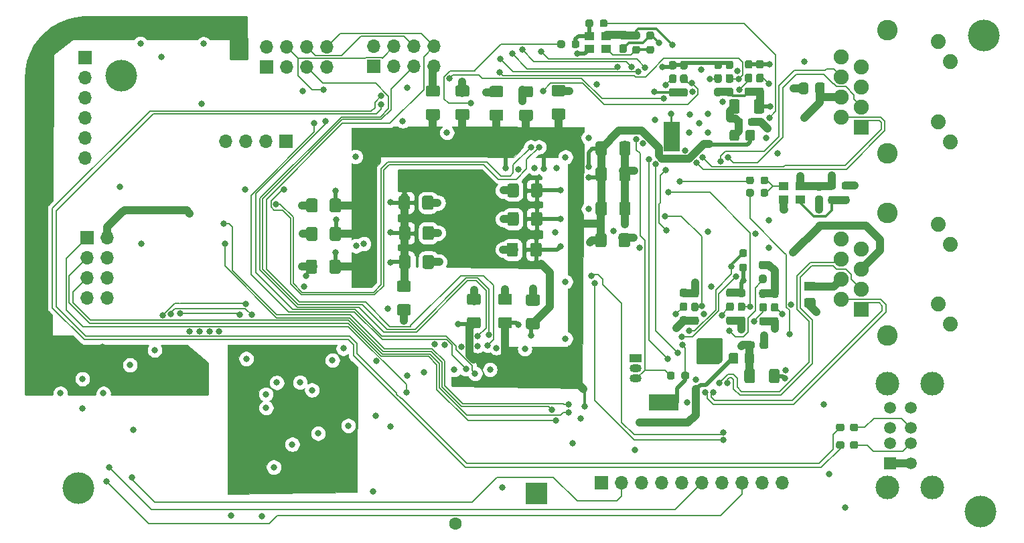
<source format=gbr>
G04 #@! TF.GenerationSoftware,KiCad,Pcbnew,5.1.10-88a1d61d58~90~ubuntu20.04.1*
G04 #@! TF.CreationDate,2021-09-12T22:34:26-04:00*
G04 #@! TF.ProjectId,UnwaryNuc,556e7761-7279-44e7-9563-2e6b69636164,rev?*
G04 #@! TF.SameCoordinates,Original*
G04 #@! TF.FileFunction,Copper,L4,Bot*
G04 #@! TF.FilePolarity,Positive*
%FSLAX46Y46*%
G04 Gerber Fmt 4.6, Leading zero omitted, Abs format (unit mm)*
G04 Created by KiCad (PCBNEW 5.1.10-88a1d61d58~90~ubuntu20.04.1) date 2021-09-12 22:34:26*
%MOMM*%
%LPD*%
G01*
G04 APERTURE LIST*
G04 #@! TA.AperFunction,ComponentPad*
%ADD10O,1.700000X1.700000*%
G04 #@! TD*
G04 #@! TA.AperFunction,ComponentPad*
%ADD11R,1.700000X1.700000*%
G04 #@! TD*
G04 #@! TA.AperFunction,SMDPad,CuDef*
%ADD12R,2.000000X3.800000*%
G04 #@! TD*
G04 #@! TA.AperFunction,SMDPad,CuDef*
%ADD13R,1.300000X1.100000*%
G04 #@! TD*
G04 #@! TA.AperFunction,SMDPad,CuDef*
%ADD14R,3.800000X2.000000*%
G04 #@! TD*
G04 #@! TA.AperFunction,ComponentPad*
%ADD15C,1.600000*%
G04 #@! TD*
G04 #@! TA.AperFunction,ComponentPad*
%ADD16R,2.700000X2.700000*%
G04 #@! TD*
G04 #@! TA.AperFunction,ComponentPad*
%ADD17C,3.000000*%
G04 #@! TD*
G04 #@! TA.AperFunction,ComponentPad*
%ADD18R,1.500000X1.500000*%
G04 #@! TD*
G04 #@! TA.AperFunction,ComponentPad*
%ADD19C,1.500000*%
G04 #@! TD*
G04 #@! TA.AperFunction,ComponentPad*
%ADD20C,2.600000*%
G04 #@! TD*
G04 #@! TA.AperFunction,ComponentPad*
%ADD21C,1.890000*%
G04 #@! TD*
G04 #@! TA.AperFunction,ComponentPad*
%ADD22C,1.900000*%
G04 #@! TD*
G04 #@! TA.AperFunction,ComponentPad*
%ADD23R,1.900000X1.900000*%
G04 #@! TD*
G04 #@! TA.AperFunction,ComponentPad*
%ADD24R,1.500000X1.050000*%
G04 #@! TD*
G04 #@! TA.AperFunction,ComponentPad*
%ADD25O,1.500000X1.050000*%
G04 #@! TD*
G04 #@! TA.AperFunction,ViaPad*
%ADD26C,4.000000*%
G04 #@! TD*
G04 #@! TA.AperFunction,ViaPad*
%ADD27C,0.800000*%
G04 #@! TD*
G04 #@! TA.AperFunction,Conductor*
%ADD28C,1.000000*%
G04 #@! TD*
G04 #@! TA.AperFunction,Conductor*
%ADD29C,0.508000*%
G04 #@! TD*
G04 #@! TA.AperFunction,Conductor*
%ADD30C,0.300000*%
G04 #@! TD*
G04 #@! TA.AperFunction,Conductor*
%ADD31C,0.127000*%
G04 #@! TD*
G04 #@! TA.AperFunction,Conductor*
%ADD32C,0.200000*%
G04 #@! TD*
G04 #@! TA.AperFunction,Conductor*
%ADD33C,0.250000*%
G04 #@! TD*
G04 #@! TA.AperFunction,Conductor*
%ADD34C,0.254000*%
G04 #@! TD*
G04 #@! TA.AperFunction,Conductor*
%ADD35C,0.100000*%
G04 #@! TD*
G04 APERTURE END LIST*
D10*
X179019200Y-119430800D03*
X176479200Y-119430800D03*
X173939200Y-119430800D03*
X171399200Y-119430800D03*
X168859200Y-119430800D03*
X166319200Y-119430800D03*
X163779200Y-119430800D03*
X161239200Y-119430800D03*
X158699200Y-119430800D03*
D11*
X156159200Y-119430800D03*
D10*
X108712000Y-76200000D03*
X111252000Y-76200000D03*
X113792000Y-76200000D03*
D11*
X116332000Y-76200000D03*
D12*
X165049200Y-75641200D03*
D10*
X135026400Y-64211200D03*
X135026400Y-66751200D03*
X132486400Y-64211200D03*
X132486400Y-66751200D03*
X129946400Y-64211200D03*
X129946400Y-66751200D03*
X127406400Y-64211200D03*
D11*
X127406400Y-66751200D03*
D10*
X121462800Y-64312800D03*
X121462800Y-66852800D03*
X118922800Y-64312800D03*
X118922800Y-66852800D03*
X116382800Y-64312800D03*
X116382800Y-66852800D03*
X113842800Y-64312800D03*
D11*
X113842800Y-66852800D03*
D10*
X93675200Y-96062800D03*
X91135200Y-96062800D03*
X93675200Y-93522800D03*
X91135200Y-93522800D03*
X93675200Y-90982800D03*
X91135200Y-90982800D03*
X93675200Y-88442800D03*
D11*
X91135200Y-88442800D03*
G04 #@! TA.AperFunction,SMDPad,CuDef*
G36*
G01*
X164964100Y-69539600D02*
X165439100Y-69539600D01*
G75*
G02*
X165676600Y-69777100I0J-237500D01*
G01*
X165676600Y-70352100D01*
G75*
G02*
X165439100Y-70589600I-237500J0D01*
G01*
X164964100Y-70589600D01*
G75*
G02*
X164726600Y-70352100I0J237500D01*
G01*
X164726600Y-69777100D01*
G75*
G02*
X164964100Y-69539600I237500J0D01*
G01*
G37*
G04 #@! TD.AperFunction*
G04 #@! TA.AperFunction,SMDPad,CuDef*
G36*
G01*
X164964100Y-67789600D02*
X165439100Y-67789600D01*
G75*
G02*
X165676600Y-68027100I0J-237500D01*
G01*
X165676600Y-68602100D01*
G75*
G02*
X165439100Y-68839600I-237500J0D01*
G01*
X164964100Y-68839600D01*
G75*
G02*
X164726600Y-68602100I0J237500D01*
G01*
X164726600Y-68027100D01*
G75*
G02*
X164964100Y-67789600I237500J0D01*
G01*
G37*
G04 #@! TD.AperFunction*
G04 #@! TA.AperFunction,SMDPad,CuDef*
G36*
G01*
X165421100Y-67137800D02*
X164946100Y-67137800D01*
G75*
G02*
X164708600Y-66900300I0J237500D01*
G01*
X164708600Y-66325300D01*
G75*
G02*
X164946100Y-66087800I237500J0D01*
G01*
X165421100Y-66087800D01*
G75*
G02*
X165658600Y-66325300I0J-237500D01*
G01*
X165658600Y-66900300D01*
G75*
G02*
X165421100Y-67137800I-237500J0D01*
G01*
G37*
G04 #@! TD.AperFunction*
G04 #@! TA.AperFunction,SMDPad,CuDef*
G36*
G01*
X165421100Y-68887800D02*
X164946100Y-68887800D01*
G75*
G02*
X164708600Y-68650300I0J237500D01*
G01*
X164708600Y-68075300D01*
G75*
G02*
X164946100Y-67837800I237500J0D01*
G01*
X165421100Y-67837800D01*
G75*
G02*
X165658600Y-68075300I0J-237500D01*
G01*
X165658600Y-68650300D01*
G75*
G02*
X165421100Y-68887800I-237500J0D01*
G01*
G37*
G04 #@! TD.AperFunction*
G04 #@! TA.AperFunction,SMDPad,CuDef*
G36*
G01*
X172133800Y-69488800D02*
X172608800Y-69488800D01*
G75*
G02*
X172846300Y-69726300I0J-237500D01*
G01*
X172846300Y-70301300D01*
G75*
G02*
X172608800Y-70538800I-237500J0D01*
G01*
X172133800Y-70538800D01*
G75*
G02*
X171896300Y-70301300I0J237500D01*
G01*
X171896300Y-69726300D01*
G75*
G02*
X172133800Y-69488800I237500J0D01*
G01*
G37*
G04 #@! TD.AperFunction*
G04 #@! TA.AperFunction,SMDPad,CuDef*
G36*
G01*
X172133800Y-67738800D02*
X172608800Y-67738800D01*
G75*
G02*
X172846300Y-67976300I0J-237500D01*
G01*
X172846300Y-68551300D01*
G75*
G02*
X172608800Y-68788800I-237500J0D01*
G01*
X172133800Y-68788800D01*
G75*
G02*
X171896300Y-68551300I0J237500D01*
G01*
X171896300Y-67976300D01*
G75*
G02*
X172133800Y-67738800I237500J0D01*
G01*
G37*
G04 #@! TD.AperFunction*
G04 #@! TA.AperFunction,SMDPad,CuDef*
G36*
G01*
X172608800Y-67087000D02*
X172133800Y-67087000D01*
G75*
G02*
X171896300Y-66849500I0J237500D01*
G01*
X171896300Y-66274500D01*
G75*
G02*
X172133800Y-66037000I237500J0D01*
G01*
X172608800Y-66037000D01*
G75*
G02*
X172846300Y-66274500I0J-237500D01*
G01*
X172846300Y-66849500D01*
G75*
G02*
X172608800Y-67087000I-237500J0D01*
G01*
G37*
G04 #@! TD.AperFunction*
G04 #@! TA.AperFunction,SMDPad,CuDef*
G36*
G01*
X172608800Y-68837000D02*
X172133800Y-68837000D01*
G75*
G02*
X171896300Y-68599500I0J237500D01*
G01*
X171896300Y-68024500D01*
G75*
G02*
X172133800Y-67787000I237500J0D01*
G01*
X172608800Y-67787000D01*
G75*
G02*
X172846300Y-68024500I0J-237500D01*
G01*
X172846300Y-68599500D01*
G75*
G02*
X172608800Y-68837000I-237500J0D01*
G01*
G37*
G04 #@! TD.AperFunction*
G04 #@! TA.AperFunction,SMDPad,CuDef*
G36*
G01*
X170679100Y-69488800D02*
X171154100Y-69488800D01*
G75*
G02*
X171391600Y-69726300I0J-237500D01*
G01*
X171391600Y-70301300D01*
G75*
G02*
X171154100Y-70538800I-237500J0D01*
G01*
X170679100Y-70538800D01*
G75*
G02*
X170441600Y-70301300I0J237500D01*
G01*
X170441600Y-69726300D01*
G75*
G02*
X170679100Y-69488800I237500J0D01*
G01*
G37*
G04 #@! TD.AperFunction*
G04 #@! TA.AperFunction,SMDPad,CuDef*
G36*
G01*
X170679100Y-67738800D02*
X171154100Y-67738800D01*
G75*
G02*
X171391600Y-67976300I0J-237500D01*
G01*
X171391600Y-68551300D01*
G75*
G02*
X171154100Y-68788800I-237500J0D01*
G01*
X170679100Y-68788800D01*
G75*
G02*
X170441600Y-68551300I0J237500D01*
G01*
X170441600Y-67976300D01*
G75*
G02*
X170679100Y-67738800I237500J0D01*
G01*
G37*
G04 #@! TD.AperFunction*
G04 #@! TA.AperFunction,SMDPad,CuDef*
G36*
G01*
X171162000Y-67087000D02*
X170687000Y-67087000D01*
G75*
G02*
X170449500Y-66849500I0J237500D01*
G01*
X170449500Y-66274500D01*
G75*
G02*
X170687000Y-66037000I237500J0D01*
G01*
X171162000Y-66037000D01*
G75*
G02*
X171399500Y-66274500I0J-237500D01*
G01*
X171399500Y-66849500D01*
G75*
G02*
X171162000Y-67087000I-237500J0D01*
G01*
G37*
G04 #@! TD.AperFunction*
G04 #@! TA.AperFunction,SMDPad,CuDef*
G36*
G01*
X171162000Y-68837000D02*
X170687000Y-68837000D01*
G75*
G02*
X170449500Y-68599500I0J237500D01*
G01*
X170449500Y-68024500D01*
G75*
G02*
X170687000Y-67787000I237500J0D01*
G01*
X171162000Y-67787000D01*
G75*
G02*
X171399500Y-68024500I0J-237500D01*
G01*
X171399500Y-68599500D01*
G75*
G02*
X171162000Y-68837000I-237500J0D01*
G01*
G37*
G04 #@! TD.AperFunction*
G04 #@! TA.AperFunction,SMDPad,CuDef*
G36*
G01*
X174539900Y-69438000D02*
X175014900Y-69438000D01*
G75*
G02*
X175252400Y-69675500I0J-237500D01*
G01*
X175252400Y-70250500D01*
G75*
G02*
X175014900Y-70488000I-237500J0D01*
G01*
X174539900Y-70488000D01*
G75*
G02*
X174302400Y-70250500I0J237500D01*
G01*
X174302400Y-69675500D01*
G75*
G02*
X174539900Y-69438000I237500J0D01*
G01*
G37*
G04 #@! TD.AperFunction*
G04 #@! TA.AperFunction,SMDPad,CuDef*
G36*
G01*
X174539900Y-67688000D02*
X175014900Y-67688000D01*
G75*
G02*
X175252400Y-67925500I0J-237500D01*
G01*
X175252400Y-68500500D01*
G75*
G02*
X175014900Y-68738000I-237500J0D01*
G01*
X174539900Y-68738000D01*
G75*
G02*
X174302400Y-68500500I0J237500D01*
G01*
X174302400Y-67925500D01*
G75*
G02*
X174539900Y-67688000I237500J0D01*
G01*
G37*
G04 #@! TD.AperFunction*
G04 #@! TA.AperFunction,SMDPad,CuDef*
G36*
G01*
X175021300Y-67036200D02*
X174546300Y-67036200D01*
G75*
G02*
X174308800Y-66798700I0J237500D01*
G01*
X174308800Y-66223700D01*
G75*
G02*
X174546300Y-65986200I237500J0D01*
G01*
X175021300Y-65986200D01*
G75*
G02*
X175258800Y-66223700I0J-237500D01*
G01*
X175258800Y-66798700D01*
G75*
G02*
X175021300Y-67036200I-237500J0D01*
G01*
G37*
G04 #@! TD.AperFunction*
G04 #@! TA.AperFunction,SMDPad,CuDef*
G36*
G01*
X175021300Y-68786200D02*
X174546300Y-68786200D01*
G75*
G02*
X174308800Y-68548700I0J237500D01*
G01*
X174308800Y-67973700D01*
G75*
G02*
X174546300Y-67736200I237500J0D01*
G01*
X175021300Y-67736200D01*
G75*
G02*
X175258800Y-67973700I0J-237500D01*
G01*
X175258800Y-68548700D01*
G75*
G02*
X175021300Y-68786200I-237500J0D01*
G01*
G37*
G04 #@! TD.AperFunction*
G04 #@! TA.AperFunction,SMDPad,CuDef*
G36*
G01*
X175987700Y-69438000D02*
X176462700Y-69438000D01*
G75*
G02*
X176700200Y-69675500I0J-237500D01*
G01*
X176700200Y-70250500D01*
G75*
G02*
X176462700Y-70488000I-237500J0D01*
G01*
X175987700Y-70488000D01*
G75*
G02*
X175750200Y-70250500I0J237500D01*
G01*
X175750200Y-69675500D01*
G75*
G02*
X175987700Y-69438000I237500J0D01*
G01*
G37*
G04 #@! TD.AperFunction*
G04 #@! TA.AperFunction,SMDPad,CuDef*
G36*
G01*
X175987700Y-67688000D02*
X176462700Y-67688000D01*
G75*
G02*
X176700200Y-67925500I0J-237500D01*
G01*
X176700200Y-68500500D01*
G75*
G02*
X176462700Y-68738000I-237500J0D01*
G01*
X175987700Y-68738000D01*
G75*
G02*
X175750200Y-68500500I0J237500D01*
G01*
X175750200Y-67925500D01*
G75*
G02*
X175987700Y-67688000I237500J0D01*
G01*
G37*
G04 #@! TD.AperFunction*
G04 #@! TA.AperFunction,SMDPad,CuDef*
G36*
G01*
X176437300Y-67036200D02*
X175962300Y-67036200D01*
G75*
G02*
X175724800Y-66798700I0J237500D01*
G01*
X175724800Y-66223700D01*
G75*
G02*
X175962300Y-65986200I237500J0D01*
G01*
X176437300Y-65986200D01*
G75*
G02*
X176674800Y-66223700I0J-237500D01*
G01*
X176674800Y-66798700D01*
G75*
G02*
X176437300Y-67036200I-237500J0D01*
G01*
G37*
G04 #@! TD.AperFunction*
G04 #@! TA.AperFunction,SMDPad,CuDef*
G36*
G01*
X176437300Y-68786200D02*
X175962300Y-68786200D01*
G75*
G02*
X175724800Y-68548700I0J237500D01*
G01*
X175724800Y-67973700D01*
G75*
G02*
X175962300Y-67736200I237500J0D01*
G01*
X176437300Y-67736200D01*
G75*
G02*
X176674800Y-67973700I0J-237500D01*
G01*
X176674800Y-68548700D01*
G75*
G02*
X176437300Y-68786200I-237500J0D01*
G01*
G37*
G04 #@! TD.AperFunction*
G04 #@! TA.AperFunction,SMDPad,CuDef*
G36*
G01*
X166361100Y-69539600D02*
X166836100Y-69539600D01*
G75*
G02*
X167073600Y-69777100I0J-237500D01*
G01*
X167073600Y-70352100D01*
G75*
G02*
X166836100Y-70589600I-237500J0D01*
G01*
X166361100Y-70589600D01*
G75*
G02*
X166123600Y-70352100I0J237500D01*
G01*
X166123600Y-69777100D01*
G75*
G02*
X166361100Y-69539600I237500J0D01*
G01*
G37*
G04 #@! TD.AperFunction*
G04 #@! TA.AperFunction,SMDPad,CuDef*
G36*
G01*
X166361100Y-67789600D02*
X166836100Y-67789600D01*
G75*
G02*
X167073600Y-68027100I0J-237500D01*
G01*
X167073600Y-68602100D01*
G75*
G02*
X166836100Y-68839600I-237500J0D01*
G01*
X166361100Y-68839600D01*
G75*
G02*
X166123600Y-68602100I0J237500D01*
G01*
X166123600Y-68027100D01*
G75*
G02*
X166361100Y-67789600I237500J0D01*
G01*
G37*
G04 #@! TD.AperFunction*
G04 #@! TA.AperFunction,SMDPad,CuDef*
G36*
G01*
X166844500Y-67137800D02*
X166369500Y-67137800D01*
G75*
G02*
X166132000Y-66900300I0J237500D01*
G01*
X166132000Y-66325300D01*
G75*
G02*
X166369500Y-66087800I237500J0D01*
G01*
X166844500Y-66087800D01*
G75*
G02*
X167082000Y-66325300I0J-237500D01*
G01*
X167082000Y-66900300D01*
G75*
G02*
X166844500Y-67137800I-237500J0D01*
G01*
G37*
G04 #@! TD.AperFunction*
G04 #@! TA.AperFunction,SMDPad,CuDef*
G36*
G01*
X166844500Y-68887800D02*
X166369500Y-68887800D01*
G75*
G02*
X166132000Y-68650300I0J237500D01*
G01*
X166132000Y-68075300D01*
G75*
G02*
X166369500Y-67837800I237500J0D01*
G01*
X166844500Y-67837800D01*
G75*
G02*
X167082000Y-68075300I0J-237500D01*
G01*
X167082000Y-68650300D01*
G75*
G02*
X166844500Y-68887800I-237500J0D01*
G01*
G37*
G04 #@! TD.AperFunction*
G04 #@! TA.AperFunction,SMDPad,CuDef*
G36*
G01*
X165437000Y-105629700D02*
X165437000Y-106104700D01*
G75*
G02*
X165199500Y-106342200I-237500J0D01*
G01*
X164699500Y-106342200D01*
G75*
G02*
X164462000Y-106104700I0J237500D01*
G01*
X164462000Y-105629700D01*
G75*
G02*
X164699500Y-105392200I237500J0D01*
G01*
X165199500Y-105392200D01*
G75*
G02*
X165437000Y-105629700I0J-237500D01*
G01*
G37*
G04 #@! TD.AperFunction*
G04 #@! TA.AperFunction,SMDPad,CuDef*
G36*
G01*
X167262000Y-105629700D02*
X167262000Y-106104700D01*
G75*
G02*
X167024500Y-106342200I-237500J0D01*
G01*
X166524500Y-106342200D01*
G75*
G02*
X166287000Y-106104700I0J237500D01*
G01*
X166287000Y-105629700D01*
G75*
G02*
X166524500Y-105392200I237500J0D01*
G01*
X167024500Y-105392200D01*
G75*
G02*
X167262000Y-105629700I0J-237500D01*
G01*
G37*
G04 #@! TD.AperFunction*
G04 #@! TA.AperFunction,SMDPad,CuDef*
G36*
G01*
X152418600Y-64194700D02*
X152418600Y-63719700D01*
G75*
G02*
X152656100Y-63482200I237500J0D01*
G01*
X153156100Y-63482200D01*
G75*
G02*
X153393600Y-63719700I0J-237500D01*
G01*
X153393600Y-64194700D01*
G75*
G02*
X153156100Y-64432200I-237500J0D01*
G01*
X152656100Y-64432200D01*
G75*
G02*
X152418600Y-64194700I0J237500D01*
G01*
G37*
G04 #@! TD.AperFunction*
G04 #@! TA.AperFunction,SMDPad,CuDef*
G36*
G01*
X150593600Y-64194700D02*
X150593600Y-63719700D01*
G75*
G02*
X150831100Y-63482200I237500J0D01*
G01*
X151331100Y-63482200D01*
G75*
G02*
X151568600Y-63719700I0J-237500D01*
G01*
X151568600Y-64194700D01*
G75*
G02*
X151331100Y-64432200I-237500J0D01*
G01*
X150831100Y-64432200D01*
G75*
G02*
X150593600Y-64194700I0J237500D01*
G01*
G37*
G04 #@! TD.AperFunction*
G04 #@! TA.AperFunction,SMDPad,CuDef*
G36*
G01*
X155124600Y-61078100D02*
X155124600Y-61553100D01*
G75*
G02*
X154887100Y-61790600I-237500J0D01*
G01*
X154387100Y-61790600D01*
G75*
G02*
X154149600Y-61553100I0J237500D01*
G01*
X154149600Y-61078100D01*
G75*
G02*
X154387100Y-60840600I237500J0D01*
G01*
X154887100Y-60840600D01*
G75*
G02*
X155124600Y-61078100I0J-237500D01*
G01*
G37*
G04 #@! TD.AperFunction*
G04 #@! TA.AperFunction,SMDPad,CuDef*
G36*
G01*
X156949600Y-61078100D02*
X156949600Y-61553100D01*
G75*
G02*
X156712100Y-61790600I-237500J0D01*
G01*
X156212100Y-61790600D01*
G75*
G02*
X155974600Y-61553100I0J237500D01*
G01*
X155974600Y-61078100D01*
G75*
G02*
X156212100Y-60840600I237500J0D01*
G01*
X156712100Y-60840600D01*
G75*
G02*
X156949600Y-61078100I0J-237500D01*
G01*
G37*
G04 #@! TD.AperFunction*
G04 #@! TA.AperFunction,SMDPad,CuDef*
G36*
G01*
X173488400Y-103232799D02*
X173488400Y-104132801D01*
G75*
G02*
X173238401Y-104382800I-249999J0D01*
G01*
X172538399Y-104382800D01*
G75*
G02*
X172288400Y-104132801I0J249999D01*
G01*
X172288400Y-103232799D01*
G75*
G02*
X172538399Y-102982800I249999J0D01*
G01*
X173238401Y-102982800D01*
G75*
G02*
X173488400Y-103232799I0J-249999D01*
G01*
G37*
G04 #@! TD.AperFunction*
G04 #@! TA.AperFunction,SMDPad,CuDef*
G36*
G01*
X175488400Y-103232799D02*
X175488400Y-104132801D01*
G75*
G02*
X175238401Y-104382800I-249999J0D01*
G01*
X174538399Y-104382800D01*
G75*
G02*
X174288400Y-104132801I0J249999D01*
G01*
X174288400Y-103232799D01*
G75*
G02*
X174538399Y-102982800I249999J0D01*
G01*
X175238401Y-102982800D01*
G75*
G02*
X175488400Y-103232799I0J-249999D01*
G01*
G37*
G04 #@! TD.AperFunction*
G04 #@! TA.AperFunction,SMDPad,CuDef*
G36*
G01*
X174390000Y-75938801D02*
X174390000Y-75038799D01*
G75*
G02*
X174639999Y-74788800I249999J0D01*
G01*
X175340001Y-74788800D01*
G75*
G02*
X175590000Y-75038799I0J-249999D01*
G01*
X175590000Y-75938801D01*
G75*
G02*
X175340001Y-76188800I-249999J0D01*
G01*
X174639999Y-76188800D01*
G75*
G02*
X174390000Y-75938801I0J249999D01*
G01*
G37*
G04 #@! TD.AperFunction*
G04 #@! TA.AperFunction,SMDPad,CuDef*
G36*
G01*
X172390000Y-75938801D02*
X172390000Y-75038799D01*
G75*
G02*
X172639999Y-74788800I249999J0D01*
G01*
X173340001Y-74788800D01*
G75*
G02*
X173590000Y-75038799I0J-249999D01*
G01*
X173590000Y-75938801D01*
G75*
G02*
X173340001Y-76188800I-249999J0D01*
G01*
X172639999Y-76188800D01*
G75*
G02*
X172390000Y-75938801I0J249999D01*
G01*
G37*
G04 #@! TD.AperFunction*
G04 #@! TA.AperFunction,SMDPad,CuDef*
G36*
G01*
X160816300Y-63329000D02*
X160341300Y-63329000D01*
G75*
G02*
X160103800Y-63091500I0J237500D01*
G01*
X160103800Y-62591500D01*
G75*
G02*
X160341300Y-62354000I237500J0D01*
G01*
X160816300Y-62354000D01*
G75*
G02*
X161053800Y-62591500I0J-237500D01*
G01*
X161053800Y-63091500D01*
G75*
G02*
X160816300Y-63329000I-237500J0D01*
G01*
G37*
G04 #@! TD.AperFunction*
G04 #@! TA.AperFunction,SMDPad,CuDef*
G36*
G01*
X160816300Y-65154000D02*
X160341300Y-65154000D01*
G75*
G02*
X160103800Y-64916500I0J237500D01*
G01*
X160103800Y-64416500D01*
G75*
G02*
X160341300Y-64179000I237500J0D01*
G01*
X160816300Y-64179000D01*
G75*
G02*
X161053800Y-64416500I0J-237500D01*
G01*
X161053800Y-64916500D01*
G75*
G02*
X160816300Y-65154000I-237500J0D01*
G01*
G37*
G04 #@! TD.AperFunction*
G04 #@! TA.AperFunction,SMDPad,CuDef*
G36*
G01*
X162594300Y-63329000D02*
X162119300Y-63329000D01*
G75*
G02*
X161881800Y-63091500I0J237500D01*
G01*
X161881800Y-62591500D01*
G75*
G02*
X162119300Y-62354000I237500J0D01*
G01*
X162594300Y-62354000D01*
G75*
G02*
X162831800Y-62591500I0J-237500D01*
G01*
X162831800Y-63091500D01*
G75*
G02*
X162594300Y-63329000I-237500J0D01*
G01*
G37*
G04 #@! TD.AperFunction*
G04 #@! TA.AperFunction,SMDPad,CuDef*
G36*
G01*
X162594300Y-65154000D02*
X162119300Y-65154000D01*
G75*
G02*
X161881800Y-64916500I0J237500D01*
G01*
X161881800Y-64416500D01*
G75*
G02*
X162119300Y-64179000I237500J0D01*
G01*
X162594300Y-64179000D01*
G75*
G02*
X162831800Y-64416500I0J-237500D01*
G01*
X162831800Y-64916500D01*
G75*
G02*
X162594300Y-65154000I-237500J0D01*
G01*
G37*
G04 #@! TD.AperFunction*
G04 #@! TA.AperFunction,SMDPad,CuDef*
G36*
G01*
X176294600Y-81415900D02*
X176294600Y-80940900D01*
G75*
G02*
X176532100Y-80703400I237500J0D01*
G01*
X177032100Y-80703400D01*
G75*
G02*
X177269600Y-80940900I0J-237500D01*
G01*
X177269600Y-81415900D01*
G75*
G02*
X177032100Y-81653400I-237500J0D01*
G01*
X176532100Y-81653400D01*
G75*
G02*
X176294600Y-81415900I0J237500D01*
G01*
G37*
G04 #@! TD.AperFunction*
G04 #@! TA.AperFunction,SMDPad,CuDef*
G36*
G01*
X174469600Y-81415900D02*
X174469600Y-80940900D01*
G75*
G02*
X174707100Y-80703400I237500J0D01*
G01*
X175207100Y-80703400D01*
G75*
G02*
X175444600Y-80940900I0J-237500D01*
G01*
X175444600Y-81415900D01*
G75*
G02*
X175207100Y-81653400I-237500J0D01*
G01*
X174707100Y-81653400D01*
G75*
G02*
X174469600Y-81415900I0J237500D01*
G01*
G37*
G04 #@! TD.AperFunction*
G04 #@! TA.AperFunction,SMDPad,CuDef*
G36*
G01*
X176294600Y-82990700D02*
X176294600Y-82515700D01*
G75*
G02*
X176532100Y-82278200I237500J0D01*
G01*
X177032100Y-82278200D01*
G75*
G02*
X177269600Y-82515700I0J-237500D01*
G01*
X177269600Y-82990700D01*
G75*
G02*
X177032100Y-83228200I-237500J0D01*
G01*
X176532100Y-83228200D01*
G75*
G02*
X176294600Y-82990700I0J237500D01*
G01*
G37*
G04 #@! TD.AperFunction*
G04 #@! TA.AperFunction,SMDPad,CuDef*
G36*
G01*
X174469600Y-82990700D02*
X174469600Y-82515700D01*
G75*
G02*
X174707100Y-82278200I237500J0D01*
G01*
X175207100Y-82278200D01*
G75*
G02*
X175444600Y-82515700I0J-237500D01*
G01*
X175444600Y-82990700D01*
G75*
G02*
X175207100Y-83228200I-237500J0D01*
G01*
X174707100Y-83228200D01*
G75*
G02*
X174469600Y-82990700I0J237500D01*
G01*
G37*
G04 #@! TD.AperFunction*
G04 #@! TA.AperFunction,SMDPad,CuDef*
G36*
G01*
X185555900Y-82328200D02*
X185080900Y-82328200D01*
G75*
G02*
X184843400Y-82090700I0J237500D01*
G01*
X184843400Y-81590700D01*
G75*
G02*
X185080900Y-81353200I237500J0D01*
G01*
X185555900Y-81353200D01*
G75*
G02*
X185793400Y-81590700I0J-237500D01*
G01*
X185793400Y-82090700D01*
G75*
G02*
X185555900Y-82328200I-237500J0D01*
G01*
G37*
G04 #@! TD.AperFunction*
G04 #@! TA.AperFunction,SMDPad,CuDef*
G36*
G01*
X185555900Y-84153200D02*
X185080900Y-84153200D01*
G75*
G02*
X184843400Y-83915700I0J237500D01*
G01*
X184843400Y-83415700D01*
G75*
G02*
X185080900Y-83178200I237500J0D01*
G01*
X185555900Y-83178200D01*
G75*
G02*
X185793400Y-83415700I0J-237500D01*
G01*
X185793400Y-83915700D01*
G75*
G02*
X185555900Y-84153200I-237500J0D01*
G01*
G37*
G04 #@! TD.AperFunction*
G04 #@! TA.AperFunction,SMDPad,CuDef*
G36*
G01*
X187283100Y-82328200D02*
X186808100Y-82328200D01*
G75*
G02*
X186570600Y-82090700I0J237500D01*
G01*
X186570600Y-81590700D01*
G75*
G02*
X186808100Y-81353200I237500J0D01*
G01*
X187283100Y-81353200D01*
G75*
G02*
X187520600Y-81590700I0J-237500D01*
G01*
X187520600Y-82090700D01*
G75*
G02*
X187283100Y-82328200I-237500J0D01*
G01*
G37*
G04 #@! TD.AperFunction*
G04 #@! TA.AperFunction,SMDPad,CuDef*
G36*
G01*
X187283100Y-84153200D02*
X186808100Y-84153200D01*
G75*
G02*
X186570600Y-83915700I0J237500D01*
G01*
X186570600Y-83415700D01*
G75*
G02*
X186808100Y-83178200I237500J0D01*
G01*
X187283100Y-83178200D01*
G75*
G02*
X187520600Y-83415700I0J-237500D01*
G01*
X187520600Y-83915700D01*
G75*
G02*
X187283100Y-84153200I-237500J0D01*
G01*
G37*
G04 #@! TD.AperFunction*
G04 #@! TA.AperFunction,SMDPad,CuDef*
G36*
G01*
X173854100Y-91712600D02*
X174329100Y-91712600D01*
G75*
G02*
X174566600Y-91950100I0J-237500D01*
G01*
X174566600Y-92450100D01*
G75*
G02*
X174329100Y-92687600I-237500J0D01*
G01*
X173854100Y-92687600D01*
G75*
G02*
X173616600Y-92450100I0J237500D01*
G01*
X173616600Y-91950100D01*
G75*
G02*
X173854100Y-91712600I237500J0D01*
G01*
G37*
G04 #@! TD.AperFunction*
G04 #@! TA.AperFunction,SMDPad,CuDef*
G36*
G01*
X173854100Y-89887600D02*
X174329100Y-89887600D01*
G75*
G02*
X174566600Y-90125100I0J-237500D01*
G01*
X174566600Y-90625100D01*
G75*
G02*
X174329100Y-90862600I-237500J0D01*
G01*
X173854100Y-90862600D01*
G75*
G02*
X173616600Y-90625100I0J237500D01*
G01*
X173616600Y-90125100D01*
G75*
G02*
X173854100Y-89887600I237500J0D01*
G01*
G37*
G04 #@! TD.AperFunction*
G04 #@! TA.AperFunction,SMDPad,CuDef*
G36*
G01*
X182328400Y-69070200D02*
X182328400Y-70020200D01*
G75*
G02*
X182078400Y-70270200I-250000J0D01*
G01*
X181403400Y-70270200D01*
G75*
G02*
X181153400Y-70020200I0J250000D01*
G01*
X181153400Y-69070200D01*
G75*
G02*
X181403400Y-68820200I250000J0D01*
G01*
X182078400Y-68820200D01*
G75*
G02*
X182328400Y-69070200I0J-250000D01*
G01*
G37*
G04 #@! TD.AperFunction*
G04 #@! TA.AperFunction,SMDPad,CuDef*
G36*
G01*
X184403400Y-69070200D02*
X184403400Y-70020200D01*
G75*
G02*
X184153400Y-70270200I-250000J0D01*
G01*
X183478400Y-70270200D01*
G75*
G02*
X183228400Y-70020200I0J250000D01*
G01*
X183228400Y-69070200D01*
G75*
G02*
X183478400Y-68820200I250000J0D01*
G01*
X184153400Y-68820200D01*
G75*
G02*
X184403400Y-69070200I0J-250000D01*
G01*
G37*
G04 #@! TD.AperFunction*
G04 #@! TA.AperFunction,SMDPad,CuDef*
G36*
G01*
X182049400Y-96055600D02*
X182999400Y-96055600D01*
G75*
G02*
X183249400Y-96305600I0J-250000D01*
G01*
X183249400Y-96980600D01*
G75*
G02*
X182999400Y-97230600I-250000J0D01*
G01*
X182049400Y-97230600D01*
G75*
G02*
X181799400Y-96980600I0J250000D01*
G01*
X181799400Y-96305600D01*
G75*
G02*
X182049400Y-96055600I250000J0D01*
G01*
G37*
G04 #@! TD.AperFunction*
G04 #@! TA.AperFunction,SMDPad,CuDef*
G36*
G01*
X182049400Y-93980600D02*
X182999400Y-93980600D01*
G75*
G02*
X183249400Y-94230600I0J-250000D01*
G01*
X183249400Y-94905600D01*
G75*
G02*
X182999400Y-95155600I-250000J0D01*
G01*
X182049400Y-95155600D01*
G75*
G02*
X181799400Y-94905600I0J250000D01*
G01*
X181799400Y-94230600D01*
G75*
G02*
X182049400Y-93980600I250000J0D01*
G01*
G37*
G04 #@! TD.AperFunction*
G04 #@! TA.AperFunction,SMDPad,CuDef*
G36*
G01*
X174071400Y-73574900D02*
X174071400Y-74049900D01*
G75*
G02*
X173833900Y-74287400I-237500J0D01*
G01*
X173233900Y-74287400D01*
G75*
G02*
X172996400Y-74049900I0J237500D01*
G01*
X172996400Y-73574900D01*
G75*
G02*
X173233900Y-73337400I237500J0D01*
G01*
X173833900Y-73337400D01*
G75*
G02*
X174071400Y-73574900I0J-237500D01*
G01*
G37*
G04 #@! TD.AperFunction*
G04 #@! TA.AperFunction,SMDPad,CuDef*
G36*
G01*
X175796400Y-73574900D02*
X175796400Y-74049900D01*
G75*
G02*
X175558900Y-74287400I-237500J0D01*
G01*
X174958900Y-74287400D01*
G75*
G02*
X174721400Y-74049900I0J237500D01*
G01*
X174721400Y-73574900D01*
G75*
G02*
X174958900Y-73337400I237500J0D01*
G01*
X175558900Y-73337400D01*
G75*
G02*
X175796400Y-73574900I0J-237500D01*
G01*
G37*
G04 #@! TD.AperFunction*
G04 #@! TA.AperFunction,SMDPad,CuDef*
G36*
G01*
X175544600Y-101768900D02*
X175544600Y-102243900D01*
G75*
G02*
X175307100Y-102481400I-237500J0D01*
G01*
X174707100Y-102481400D01*
G75*
G02*
X174469600Y-102243900I0J237500D01*
G01*
X174469600Y-101768900D01*
G75*
G02*
X174707100Y-101531400I237500J0D01*
G01*
X175307100Y-101531400D01*
G75*
G02*
X175544600Y-101768900I0J-237500D01*
G01*
G37*
G04 #@! TD.AperFunction*
G04 #@! TA.AperFunction,SMDPad,CuDef*
G36*
G01*
X177269600Y-101768900D02*
X177269600Y-102243900D01*
G75*
G02*
X177032100Y-102481400I-237500J0D01*
G01*
X176432100Y-102481400D01*
G75*
G02*
X176194600Y-102243900I0J237500D01*
G01*
X176194600Y-101768900D01*
G75*
G02*
X176432100Y-101531400I237500J0D01*
G01*
X177032100Y-101531400D01*
G75*
G02*
X177269600Y-101768900I0J-237500D01*
G01*
G37*
G04 #@! TD.AperFunction*
G04 #@! TA.AperFunction,SMDPad,CuDef*
G36*
G01*
X158664900Y-63977400D02*
X159139900Y-63977400D01*
G75*
G02*
X159377400Y-64214900I0J-237500D01*
G01*
X159377400Y-64814900D01*
G75*
G02*
X159139900Y-65052400I-237500J0D01*
G01*
X158664900Y-65052400D01*
G75*
G02*
X158427400Y-64814900I0J237500D01*
G01*
X158427400Y-64214900D01*
G75*
G02*
X158664900Y-63977400I237500J0D01*
G01*
G37*
G04 #@! TD.AperFunction*
G04 #@! TA.AperFunction,SMDPad,CuDef*
G36*
G01*
X158664900Y-62252400D02*
X159139900Y-62252400D01*
G75*
G02*
X159377400Y-62489900I0J-237500D01*
G01*
X159377400Y-63089900D01*
G75*
G02*
X159139900Y-63327400I-237500J0D01*
G01*
X158664900Y-63327400D01*
G75*
G02*
X158427400Y-63089900I0J237500D01*
G01*
X158427400Y-62489900D01*
G75*
G02*
X158664900Y-62252400I237500J0D01*
G01*
G37*
G04 #@! TD.AperFunction*
G04 #@! TA.AperFunction,SMDPad,CuDef*
G36*
G01*
X175448800Y-72481201D02*
X175448800Y-71181199D01*
G75*
G02*
X175698799Y-70931200I249999J0D01*
G01*
X176523801Y-70931200D01*
G75*
G02*
X176773800Y-71181199I0J-249999D01*
G01*
X176773800Y-72481201D01*
G75*
G02*
X176523801Y-72731200I-249999J0D01*
G01*
X175698799Y-72731200D01*
G75*
G02*
X175448800Y-72481201I0J249999D01*
G01*
G37*
G04 #@! TD.AperFunction*
G04 #@! TA.AperFunction,SMDPad,CuDef*
G36*
G01*
X172323800Y-72481201D02*
X172323800Y-71181199D01*
G75*
G02*
X172573799Y-70931200I249999J0D01*
G01*
X173398801Y-70931200D01*
G75*
G02*
X173648800Y-71181199I0J-249999D01*
G01*
X173648800Y-72481201D01*
G75*
G02*
X173398801Y-72731200I-249999J0D01*
G01*
X172573799Y-72731200D01*
G75*
G02*
X172323800Y-72481201I0J249999D01*
G01*
G37*
G04 #@! TD.AperFunction*
G04 #@! TA.AperFunction,SMDPad,CuDef*
G36*
G01*
X177379200Y-106568001D02*
X177379200Y-105267999D01*
G75*
G02*
X177629199Y-105018000I249999J0D01*
G01*
X178454201Y-105018000D01*
G75*
G02*
X178704200Y-105267999I0J-249999D01*
G01*
X178704200Y-106568001D01*
G75*
G02*
X178454201Y-106818000I-249999J0D01*
G01*
X177629199Y-106818000D01*
G75*
G02*
X177379200Y-106568001I0J249999D01*
G01*
G37*
G04 #@! TD.AperFunction*
G04 #@! TA.AperFunction,SMDPad,CuDef*
G36*
G01*
X174254200Y-106568001D02*
X174254200Y-105267999D01*
G75*
G02*
X174504199Y-105018000I249999J0D01*
G01*
X175329201Y-105018000D01*
G75*
G02*
X175579200Y-105267999I0J-249999D01*
G01*
X175579200Y-106568001D01*
G75*
G02*
X175329201Y-106818000I-249999J0D01*
G01*
X174504199Y-106818000D01*
G75*
G02*
X174254200Y-106568001I0J249999D01*
G01*
G37*
G04 #@! TD.AperFunction*
G04 #@! TA.AperFunction,SMDPad,CuDef*
G36*
G01*
X183455300Y-83129000D02*
X183930300Y-83129000D01*
G75*
G02*
X184167800Y-83366500I0J-237500D01*
G01*
X184167800Y-83966500D01*
G75*
G02*
X183930300Y-84204000I-237500J0D01*
G01*
X183455300Y-84204000D01*
G75*
G02*
X183217800Y-83966500I0J237500D01*
G01*
X183217800Y-83366500D01*
G75*
G02*
X183455300Y-83129000I237500J0D01*
G01*
G37*
G04 #@! TD.AperFunction*
G04 #@! TA.AperFunction,SMDPad,CuDef*
G36*
G01*
X183455300Y-81404000D02*
X183930300Y-81404000D01*
G75*
G02*
X184167800Y-81641500I0J-237500D01*
G01*
X184167800Y-82241500D01*
G75*
G02*
X183930300Y-82479000I-237500J0D01*
G01*
X183455300Y-82479000D01*
G75*
G02*
X183217800Y-82241500I0J237500D01*
G01*
X183217800Y-81641500D01*
G75*
G02*
X183455300Y-81404000I237500J0D01*
G01*
G37*
G04 #@! TD.AperFunction*
D13*
X156752000Y-62929000D03*
X154652000Y-62929000D03*
X154652000Y-64579000D03*
X156752000Y-64579000D03*
X181339200Y-81928200D03*
X179239200Y-81928200D03*
X179239200Y-83578200D03*
X181339200Y-83578200D03*
D14*
X164033200Y-109270800D03*
G04 #@! TA.AperFunction,SMDPad,CuDef*
G36*
G01*
X166335700Y-98368600D02*
X166810700Y-98368600D01*
G75*
G02*
X167048200Y-98606100I0J-237500D01*
G01*
X167048200Y-99181100D01*
G75*
G02*
X166810700Y-99418600I-237500J0D01*
G01*
X166335700Y-99418600D01*
G75*
G02*
X166098200Y-99181100I0J237500D01*
G01*
X166098200Y-98606100D01*
G75*
G02*
X166335700Y-98368600I237500J0D01*
G01*
G37*
G04 #@! TD.AperFunction*
G04 #@! TA.AperFunction,SMDPad,CuDef*
G36*
G01*
X166335700Y-96618600D02*
X166810700Y-96618600D01*
G75*
G02*
X167048200Y-96856100I0J-237500D01*
G01*
X167048200Y-97431100D01*
G75*
G02*
X166810700Y-97668600I-237500J0D01*
G01*
X166335700Y-97668600D01*
G75*
G02*
X166098200Y-97431100I0J237500D01*
G01*
X166098200Y-96856100D01*
G75*
G02*
X166335700Y-96618600I237500J0D01*
G01*
G37*
G04 #@! TD.AperFunction*
G04 #@! TA.AperFunction,SMDPad,CuDef*
G36*
G01*
X166810700Y-95916000D02*
X166335700Y-95916000D01*
G75*
G02*
X166098200Y-95678500I0J237500D01*
G01*
X166098200Y-95103500D01*
G75*
G02*
X166335700Y-94866000I237500J0D01*
G01*
X166810700Y-94866000D01*
G75*
G02*
X167048200Y-95103500I0J-237500D01*
G01*
X167048200Y-95678500D01*
G75*
G02*
X166810700Y-95916000I-237500J0D01*
G01*
G37*
G04 #@! TD.AperFunction*
G04 #@! TA.AperFunction,SMDPad,CuDef*
G36*
G01*
X166810700Y-97666000D02*
X166335700Y-97666000D01*
G75*
G02*
X166098200Y-97428500I0J237500D01*
G01*
X166098200Y-96853500D01*
G75*
G02*
X166335700Y-96616000I237500J0D01*
G01*
X166810700Y-96616000D01*
G75*
G02*
X167048200Y-96853500I0J-237500D01*
G01*
X167048200Y-97428500D01*
G75*
G02*
X166810700Y-97666000I-237500J0D01*
G01*
G37*
G04 #@! TD.AperFunction*
G04 #@! TA.AperFunction,SMDPad,CuDef*
G36*
G01*
X173650900Y-98394000D02*
X174125900Y-98394000D01*
G75*
G02*
X174363400Y-98631500I0J-237500D01*
G01*
X174363400Y-99206500D01*
G75*
G02*
X174125900Y-99444000I-237500J0D01*
G01*
X173650900Y-99444000D01*
G75*
G02*
X173413400Y-99206500I0J237500D01*
G01*
X173413400Y-98631500D01*
G75*
G02*
X173650900Y-98394000I237500J0D01*
G01*
G37*
G04 #@! TD.AperFunction*
G04 #@! TA.AperFunction,SMDPad,CuDef*
G36*
G01*
X173650900Y-96644000D02*
X174125900Y-96644000D01*
G75*
G02*
X174363400Y-96881500I0J-237500D01*
G01*
X174363400Y-97456500D01*
G75*
G02*
X174125900Y-97694000I-237500J0D01*
G01*
X173650900Y-97694000D01*
G75*
G02*
X173413400Y-97456500I0J237500D01*
G01*
X173413400Y-96881500D01*
G75*
G02*
X173650900Y-96644000I237500J0D01*
G01*
G37*
G04 #@! TD.AperFunction*
G04 #@! TA.AperFunction,SMDPad,CuDef*
G36*
G01*
X174125900Y-95941400D02*
X173650900Y-95941400D01*
G75*
G02*
X173413400Y-95703900I0J237500D01*
G01*
X173413400Y-95128900D01*
G75*
G02*
X173650900Y-94891400I237500J0D01*
G01*
X174125900Y-94891400D01*
G75*
G02*
X174363400Y-95128900I0J-237500D01*
G01*
X174363400Y-95703900D01*
G75*
G02*
X174125900Y-95941400I-237500J0D01*
G01*
G37*
G04 #@! TD.AperFunction*
G04 #@! TA.AperFunction,SMDPad,CuDef*
G36*
G01*
X174125900Y-97691400D02*
X173650900Y-97691400D01*
G75*
G02*
X173413400Y-97453900I0J237500D01*
G01*
X173413400Y-96878900D01*
G75*
G02*
X173650900Y-96641400I237500J0D01*
G01*
X174125900Y-96641400D01*
G75*
G02*
X174363400Y-96878900I0J-237500D01*
G01*
X174363400Y-97453900D01*
G75*
G02*
X174125900Y-97691400I-237500J0D01*
G01*
G37*
G04 #@! TD.AperFunction*
G04 #@! TA.AperFunction,SMDPad,CuDef*
G36*
G01*
X172203100Y-98382600D02*
X172678100Y-98382600D01*
G75*
G02*
X172915600Y-98620100I0J-237500D01*
G01*
X172915600Y-99195100D01*
G75*
G02*
X172678100Y-99432600I-237500J0D01*
G01*
X172203100Y-99432600D01*
G75*
G02*
X171965600Y-99195100I0J237500D01*
G01*
X171965600Y-98620100D01*
G75*
G02*
X172203100Y-98382600I237500J0D01*
G01*
G37*
G04 #@! TD.AperFunction*
G04 #@! TA.AperFunction,SMDPad,CuDef*
G36*
G01*
X172203100Y-96632600D02*
X172678100Y-96632600D01*
G75*
G02*
X172915600Y-96870100I0J-237500D01*
G01*
X172915600Y-97445100D01*
G75*
G02*
X172678100Y-97682600I-237500J0D01*
G01*
X172203100Y-97682600D01*
G75*
G02*
X171965600Y-97445100I0J237500D01*
G01*
X171965600Y-96870100D01*
G75*
G02*
X172203100Y-96632600I237500J0D01*
G01*
G37*
G04 #@! TD.AperFunction*
G04 #@! TA.AperFunction,SMDPad,CuDef*
G36*
G01*
X172678100Y-95916000D02*
X172203100Y-95916000D01*
G75*
G02*
X171965600Y-95678500I0J237500D01*
G01*
X171965600Y-95103500D01*
G75*
G02*
X172203100Y-94866000I237500J0D01*
G01*
X172678100Y-94866000D01*
G75*
G02*
X172915600Y-95103500I0J-237500D01*
G01*
X172915600Y-95678500D01*
G75*
G02*
X172678100Y-95916000I-237500J0D01*
G01*
G37*
G04 #@! TD.AperFunction*
G04 #@! TA.AperFunction,SMDPad,CuDef*
G36*
G01*
X172678100Y-97666000D02*
X172203100Y-97666000D01*
G75*
G02*
X171965600Y-97428500I0J237500D01*
G01*
X171965600Y-96853500D01*
G75*
G02*
X172203100Y-96616000I237500J0D01*
G01*
X172678100Y-96616000D01*
G75*
G02*
X172915600Y-96853500I0J-237500D01*
G01*
X172915600Y-97428500D01*
G75*
G02*
X172678100Y-97666000I-237500J0D01*
G01*
G37*
G04 #@! TD.AperFunction*
G04 #@! TA.AperFunction,SMDPad,CuDef*
G36*
G01*
X176394100Y-98470200D02*
X176869100Y-98470200D01*
G75*
G02*
X177106600Y-98707700I0J-237500D01*
G01*
X177106600Y-99282700D01*
G75*
G02*
X176869100Y-99520200I-237500J0D01*
G01*
X176394100Y-99520200D01*
G75*
G02*
X176156600Y-99282700I0J237500D01*
G01*
X176156600Y-98707700D01*
G75*
G02*
X176394100Y-98470200I237500J0D01*
G01*
G37*
G04 #@! TD.AperFunction*
G04 #@! TA.AperFunction,SMDPad,CuDef*
G36*
G01*
X176394100Y-96720200D02*
X176869100Y-96720200D01*
G75*
G02*
X177106600Y-96957700I0J-237500D01*
G01*
X177106600Y-97532700D01*
G75*
G02*
X176869100Y-97770200I-237500J0D01*
G01*
X176394100Y-97770200D01*
G75*
G02*
X176156600Y-97532700I0J237500D01*
G01*
X176156600Y-96957700D01*
G75*
G02*
X176394100Y-96720200I237500J0D01*
G01*
G37*
G04 #@! TD.AperFunction*
G04 #@! TA.AperFunction,SMDPad,CuDef*
G36*
G01*
X176843700Y-96017600D02*
X176368700Y-96017600D01*
G75*
G02*
X176131200Y-95780100I0J237500D01*
G01*
X176131200Y-95205100D01*
G75*
G02*
X176368700Y-94967600I237500J0D01*
G01*
X176843700Y-94967600D01*
G75*
G02*
X177081200Y-95205100I0J-237500D01*
G01*
X177081200Y-95780100D01*
G75*
G02*
X176843700Y-96017600I-237500J0D01*
G01*
G37*
G04 #@! TD.AperFunction*
G04 #@! TA.AperFunction,SMDPad,CuDef*
G36*
G01*
X176843700Y-97767600D02*
X176368700Y-97767600D01*
G75*
G02*
X176131200Y-97530100I0J237500D01*
G01*
X176131200Y-96955100D01*
G75*
G02*
X176368700Y-96717600I237500J0D01*
G01*
X176843700Y-96717600D01*
G75*
G02*
X177081200Y-96955100I0J-237500D01*
G01*
X177081200Y-97530100D01*
G75*
G02*
X176843700Y-97767600I-237500J0D01*
G01*
G37*
G04 #@! TD.AperFunction*
G04 #@! TA.AperFunction,SMDPad,CuDef*
G36*
G01*
X177841900Y-98470200D02*
X178316900Y-98470200D01*
G75*
G02*
X178554400Y-98707700I0J-237500D01*
G01*
X178554400Y-99282700D01*
G75*
G02*
X178316900Y-99520200I-237500J0D01*
G01*
X177841900Y-99520200D01*
G75*
G02*
X177604400Y-99282700I0J237500D01*
G01*
X177604400Y-98707700D01*
G75*
G02*
X177841900Y-98470200I237500J0D01*
G01*
G37*
G04 #@! TD.AperFunction*
G04 #@! TA.AperFunction,SMDPad,CuDef*
G36*
G01*
X177841900Y-96720200D02*
X178316900Y-96720200D01*
G75*
G02*
X178554400Y-96957700I0J-237500D01*
G01*
X178554400Y-97532700D01*
G75*
G02*
X178316900Y-97770200I-237500J0D01*
G01*
X177841900Y-97770200D01*
G75*
G02*
X177604400Y-97532700I0J237500D01*
G01*
X177604400Y-96957700D01*
G75*
G02*
X177841900Y-96720200I237500J0D01*
G01*
G37*
G04 #@! TD.AperFunction*
G04 #@! TA.AperFunction,SMDPad,CuDef*
G36*
G01*
X178335700Y-96017600D02*
X177860700Y-96017600D01*
G75*
G02*
X177623200Y-95780100I0J237500D01*
G01*
X177623200Y-95205100D01*
G75*
G02*
X177860700Y-94967600I237500J0D01*
G01*
X178335700Y-94967600D01*
G75*
G02*
X178573200Y-95205100I0J-237500D01*
G01*
X178573200Y-95780100D01*
G75*
G02*
X178335700Y-96017600I-237500J0D01*
G01*
G37*
G04 #@! TD.AperFunction*
G04 #@! TA.AperFunction,SMDPad,CuDef*
G36*
G01*
X178335700Y-97767600D02*
X177860700Y-97767600D01*
G75*
G02*
X177623200Y-97530100I0J237500D01*
G01*
X177623200Y-96955100D01*
G75*
G02*
X177860700Y-96717600I237500J0D01*
G01*
X178335700Y-96717600D01*
G75*
G02*
X178573200Y-96955100I0J-237500D01*
G01*
X178573200Y-97530100D01*
G75*
G02*
X178335700Y-97767600I-237500J0D01*
G01*
G37*
G04 #@! TD.AperFunction*
G04 #@! TA.AperFunction,SMDPad,CuDef*
G36*
G01*
X167758100Y-98419400D02*
X168233100Y-98419400D01*
G75*
G02*
X168470600Y-98656900I0J-237500D01*
G01*
X168470600Y-99231900D01*
G75*
G02*
X168233100Y-99469400I-237500J0D01*
G01*
X167758100Y-99469400D01*
G75*
G02*
X167520600Y-99231900I0J237500D01*
G01*
X167520600Y-98656900D01*
G75*
G02*
X167758100Y-98419400I237500J0D01*
G01*
G37*
G04 #@! TD.AperFunction*
G04 #@! TA.AperFunction,SMDPad,CuDef*
G36*
G01*
X167758100Y-96669400D02*
X168233100Y-96669400D01*
G75*
G02*
X168470600Y-96906900I0J-237500D01*
G01*
X168470600Y-97481900D01*
G75*
G02*
X168233100Y-97719400I-237500J0D01*
G01*
X167758100Y-97719400D01*
G75*
G02*
X167520600Y-97481900I0J237500D01*
G01*
X167520600Y-96906900D01*
G75*
G02*
X167758100Y-96669400I237500J0D01*
G01*
G37*
G04 #@! TD.AperFunction*
G04 #@! TA.AperFunction,SMDPad,CuDef*
G36*
G01*
X168233100Y-95966800D02*
X167758100Y-95966800D01*
G75*
G02*
X167520600Y-95729300I0J237500D01*
G01*
X167520600Y-95154300D01*
G75*
G02*
X167758100Y-94916800I237500J0D01*
G01*
X168233100Y-94916800D01*
G75*
G02*
X168470600Y-95154300I0J-237500D01*
G01*
X168470600Y-95729300D01*
G75*
G02*
X168233100Y-95966800I-237500J0D01*
G01*
G37*
G04 #@! TD.AperFunction*
G04 #@! TA.AperFunction,SMDPad,CuDef*
G36*
G01*
X168233100Y-97716800D02*
X167758100Y-97716800D01*
G75*
G02*
X167520600Y-97479300I0J237500D01*
G01*
X167520600Y-96904300D01*
G75*
G02*
X167758100Y-96666800I237500J0D01*
G01*
X168233100Y-96666800D01*
G75*
G02*
X168470600Y-96904300I0J-237500D01*
G01*
X168470600Y-97479300D01*
G75*
G02*
X168233100Y-97716800I-237500J0D01*
G01*
G37*
G04 #@! TD.AperFunction*
G04 #@! TA.AperFunction,SMDPad,CuDef*
G36*
G01*
X176818300Y-92410800D02*
X176343300Y-92410800D01*
G75*
G02*
X176105800Y-92173300I0J237500D01*
G01*
X176105800Y-91598300D01*
G75*
G02*
X176343300Y-91360800I237500J0D01*
G01*
X176818300Y-91360800D01*
G75*
G02*
X177055800Y-91598300I0J-237500D01*
G01*
X177055800Y-92173300D01*
G75*
G02*
X176818300Y-92410800I-237500J0D01*
G01*
G37*
G04 #@! TD.AperFunction*
G04 #@! TA.AperFunction,SMDPad,CuDef*
G36*
G01*
X176818300Y-94160800D02*
X176343300Y-94160800D01*
G75*
G02*
X176105800Y-93923300I0J237500D01*
G01*
X176105800Y-93348300D01*
G75*
G02*
X176343300Y-93110800I237500J0D01*
G01*
X176818300Y-93110800D01*
G75*
G02*
X177055800Y-93348300I0J-237500D01*
G01*
X177055800Y-93923300D01*
G75*
G02*
X176818300Y-94160800I-237500J0D01*
G01*
G37*
G04 #@! TD.AperFunction*
G04 #@! TA.AperFunction,SMDPad,CuDef*
G36*
G01*
X186898800Y-114400500D02*
X186898800Y-114875500D01*
G75*
G02*
X186661300Y-115113000I-237500J0D01*
G01*
X186086300Y-115113000D01*
G75*
G02*
X185848800Y-114875500I0J237500D01*
G01*
X185848800Y-114400500D01*
G75*
G02*
X186086300Y-114163000I237500J0D01*
G01*
X186661300Y-114163000D01*
G75*
G02*
X186898800Y-114400500I0J-237500D01*
G01*
G37*
G04 #@! TD.AperFunction*
G04 #@! TA.AperFunction,SMDPad,CuDef*
G36*
G01*
X188648800Y-114400500D02*
X188648800Y-114875500D01*
G75*
G02*
X188411300Y-115113000I-237500J0D01*
G01*
X187836300Y-115113000D01*
G75*
G02*
X187598800Y-114875500I0J237500D01*
G01*
X187598800Y-114400500D01*
G75*
G02*
X187836300Y-114163000I237500J0D01*
G01*
X188411300Y-114163000D01*
G75*
G02*
X188648800Y-114400500I0J-237500D01*
G01*
G37*
G04 #@! TD.AperFunction*
G04 #@! TA.AperFunction,SMDPad,CuDef*
G36*
G01*
X187598800Y-112657900D02*
X187598800Y-112182900D01*
G75*
G02*
X187836300Y-111945400I237500J0D01*
G01*
X188411300Y-111945400D01*
G75*
G02*
X188648800Y-112182900I0J-237500D01*
G01*
X188648800Y-112657900D01*
G75*
G02*
X188411300Y-112895400I-237500J0D01*
G01*
X187836300Y-112895400D01*
G75*
G02*
X187598800Y-112657900I0J237500D01*
G01*
G37*
G04 #@! TD.AperFunction*
G04 #@! TA.AperFunction,SMDPad,CuDef*
G36*
G01*
X185848800Y-112657900D02*
X185848800Y-112182900D01*
G75*
G02*
X186086300Y-111945400I237500J0D01*
G01*
X186661300Y-111945400D01*
G75*
G02*
X186898800Y-112182900I0J-237500D01*
G01*
X186898800Y-112657900D01*
G75*
G02*
X186661300Y-112895400I-237500J0D01*
G01*
X186086300Y-112895400D01*
G75*
G02*
X185848800Y-112657900I0J237500D01*
G01*
G37*
G04 #@! TD.AperFunction*
D10*
X90932000Y-78333600D03*
X90932000Y-75793600D03*
X90932000Y-73253600D03*
X90932000Y-70713600D03*
X90932000Y-68173600D03*
D11*
X90932000Y-65633600D03*
D15*
X137759600Y-124601600D03*
D16*
X147929600Y-120751600D03*
D17*
X192303200Y-106868000D03*
X192303200Y-120008000D03*
D18*
X192653200Y-116938000D03*
D19*
X192653200Y-114438000D03*
X192653200Y-112438000D03*
X192653200Y-109938000D03*
D17*
X197983200Y-120008000D03*
X197983200Y-106868000D03*
D19*
X195273200Y-116938000D03*
X195273200Y-114438000D03*
X195273200Y-112438000D03*
X195273200Y-109938000D03*
D20*
X192316800Y-85265200D03*
X192316800Y-100815200D03*
D21*
X200266800Y-99365200D03*
X198746800Y-96825200D03*
X200266800Y-89255200D03*
X198746800Y-86715200D03*
D22*
X186486800Y-88595200D03*
X189026800Y-89865200D03*
X186486800Y-91135200D03*
X189026800Y-92405200D03*
X186486800Y-93675200D03*
X189026800Y-94945200D03*
X186486800Y-96215200D03*
D23*
X189026800Y-97485200D03*
D20*
X192343200Y-62212400D03*
X192343200Y-77762400D03*
D21*
X200293200Y-76312400D03*
X198773200Y-73772400D03*
X200293200Y-66202400D03*
X198773200Y-63662400D03*
D22*
X186513200Y-65542400D03*
X189053200Y-66812400D03*
X186513200Y-68082400D03*
X189053200Y-69352400D03*
X186513200Y-70622400D03*
X189053200Y-71892400D03*
X186513200Y-73162400D03*
D23*
X189053200Y-74432400D03*
G04 #@! TA.AperFunction,SMDPad,CuDef*
G36*
G01*
X131841400Y-95287800D02*
X130591400Y-95287800D01*
G75*
G02*
X130341400Y-95037800I0J250000D01*
G01*
X130341400Y-94112800D01*
G75*
G02*
X130591400Y-93862800I250000J0D01*
G01*
X131841400Y-93862800D01*
G75*
G02*
X132091400Y-94112800I0J-250000D01*
G01*
X132091400Y-95037800D01*
G75*
G02*
X131841400Y-95287800I-250000J0D01*
G01*
G37*
G04 #@! TD.AperFunction*
G04 #@! TA.AperFunction,SMDPad,CuDef*
G36*
G01*
X131841400Y-98262800D02*
X130591400Y-98262800D01*
G75*
G02*
X130341400Y-98012800I0J250000D01*
G01*
X130341400Y-97087800D01*
G75*
G02*
X130591400Y-96837800I250000J0D01*
G01*
X131841400Y-96837800D01*
G75*
G02*
X132091400Y-97087800I0J-250000D01*
G01*
X132091400Y-98012800D01*
G75*
G02*
X131841400Y-98262800I-250000J0D01*
G01*
G37*
G04 #@! TD.AperFunction*
D24*
X160528000Y-103682800D03*
D25*
X160528000Y-106222800D03*
X160528000Y-104952800D03*
G04 #@! TA.AperFunction,SMDPad,CuDef*
G36*
G01*
X158375000Y-89375000D02*
X158375000Y-88125000D01*
G75*
G02*
X158625000Y-87875000I250000J0D01*
G01*
X159550000Y-87875000D01*
G75*
G02*
X159800000Y-88125000I0J-250000D01*
G01*
X159800000Y-89375000D01*
G75*
G02*
X159550000Y-89625000I-250000J0D01*
G01*
X158625000Y-89625000D01*
G75*
G02*
X158375000Y-89375000I0J250000D01*
G01*
G37*
G04 #@! TD.AperFunction*
G04 #@! TA.AperFunction,SMDPad,CuDef*
G36*
G01*
X155400000Y-89375000D02*
X155400000Y-88125000D01*
G75*
G02*
X155650000Y-87875000I250000J0D01*
G01*
X156575000Y-87875000D01*
G75*
G02*
X156825000Y-88125000I0J-250000D01*
G01*
X156825000Y-89375000D01*
G75*
G02*
X156575000Y-89625000I-250000J0D01*
G01*
X155650000Y-89625000D01*
G75*
G02*
X155400000Y-89375000I0J250000D01*
G01*
G37*
G04 #@! TD.AperFunction*
G04 #@! TA.AperFunction,SMDPad,CuDef*
G36*
G01*
X158425000Y-77775000D02*
X158425000Y-76525000D01*
G75*
G02*
X158675000Y-76275000I250000J0D01*
G01*
X159600000Y-76275000D01*
G75*
G02*
X159850000Y-76525000I0J-250000D01*
G01*
X159850000Y-77775000D01*
G75*
G02*
X159600000Y-78025000I-250000J0D01*
G01*
X158675000Y-78025000D01*
G75*
G02*
X158425000Y-77775000I0J250000D01*
G01*
G37*
G04 #@! TD.AperFunction*
G04 #@! TA.AperFunction,SMDPad,CuDef*
G36*
G01*
X155450000Y-77775000D02*
X155450000Y-76525000D01*
G75*
G02*
X155700000Y-76275000I250000J0D01*
G01*
X156625000Y-76275000D01*
G75*
G02*
X156875000Y-76525000I0J-250000D01*
G01*
X156875000Y-77775000D01*
G75*
G02*
X156625000Y-78025000I-250000J0D01*
G01*
X155700000Y-78025000D01*
G75*
G02*
X155450000Y-77775000I0J250000D01*
G01*
G37*
G04 #@! TD.AperFunction*
G04 #@! TA.AperFunction,SMDPad,CuDef*
G36*
G01*
X155450000Y-81025000D02*
X155450000Y-79775000D01*
G75*
G02*
X155700000Y-79525000I250000J0D01*
G01*
X156625000Y-79525000D01*
G75*
G02*
X156875000Y-79775000I0J-250000D01*
G01*
X156875000Y-81025000D01*
G75*
G02*
X156625000Y-81275000I-250000J0D01*
G01*
X155700000Y-81275000D01*
G75*
G02*
X155450000Y-81025000I0J250000D01*
G01*
G37*
G04 #@! TD.AperFunction*
G04 #@! TA.AperFunction,SMDPad,CuDef*
G36*
G01*
X158425000Y-81025000D02*
X158425000Y-79775000D01*
G75*
G02*
X158675000Y-79525000I250000J0D01*
G01*
X159600000Y-79525000D01*
G75*
G02*
X159850000Y-79775000I0J-250000D01*
G01*
X159850000Y-81025000D01*
G75*
G02*
X159600000Y-81275000I-250000J0D01*
G01*
X158675000Y-81275000D01*
G75*
G02*
X158425000Y-81025000I0J250000D01*
G01*
G37*
G04 #@! TD.AperFunction*
G04 #@! TA.AperFunction,SMDPad,CuDef*
G36*
G01*
X145637500Y-89325000D02*
X145637500Y-90575000D01*
G75*
G02*
X145387500Y-90825000I-250000J0D01*
G01*
X144462500Y-90825000D01*
G75*
G02*
X144212500Y-90575000I0J250000D01*
G01*
X144212500Y-89325000D01*
G75*
G02*
X144462500Y-89075000I250000J0D01*
G01*
X145387500Y-89075000D01*
G75*
G02*
X145637500Y-89325000I0J-250000D01*
G01*
G37*
G04 #@! TD.AperFunction*
G04 #@! TA.AperFunction,SMDPad,CuDef*
G36*
G01*
X148612500Y-89325000D02*
X148612500Y-90575000D01*
G75*
G02*
X148362500Y-90825000I-250000J0D01*
G01*
X147437500Y-90825000D01*
G75*
G02*
X147187500Y-90575000I0J250000D01*
G01*
X147187500Y-89325000D01*
G75*
G02*
X147437500Y-89075000I250000J0D01*
G01*
X148362500Y-89075000D01*
G75*
G02*
X148612500Y-89325000I0J-250000D01*
G01*
G37*
G04 #@! TD.AperFunction*
G04 #@! TA.AperFunction,SMDPad,CuDef*
G36*
G01*
X133575000Y-92125000D02*
X133575000Y-90875000D01*
G75*
G02*
X133825000Y-90625000I250000J0D01*
G01*
X134750000Y-90625000D01*
G75*
G02*
X135000000Y-90875000I0J-250000D01*
G01*
X135000000Y-92125000D01*
G75*
G02*
X134750000Y-92375000I-250000J0D01*
G01*
X133825000Y-92375000D01*
G75*
G02*
X133575000Y-92125000I0J250000D01*
G01*
G37*
G04 #@! TD.AperFunction*
G04 #@! TA.AperFunction,SMDPad,CuDef*
G36*
G01*
X130600000Y-92125000D02*
X130600000Y-90875000D01*
G75*
G02*
X130850000Y-90625000I250000J0D01*
G01*
X131775000Y-90625000D01*
G75*
G02*
X132025000Y-90875000I0J-250000D01*
G01*
X132025000Y-92125000D01*
G75*
G02*
X131775000Y-92375000I-250000J0D01*
G01*
X130850000Y-92375000D01*
G75*
G02*
X130600000Y-92125000I0J250000D01*
G01*
G37*
G04 #@! TD.AperFunction*
G04 #@! TA.AperFunction,SMDPad,CuDef*
G36*
G01*
X148148200Y-97026100D02*
X146898200Y-97026100D01*
G75*
G02*
X146648200Y-96776100I0J250000D01*
G01*
X146648200Y-95851100D01*
G75*
G02*
X146898200Y-95601100I250000J0D01*
G01*
X148148200Y-95601100D01*
G75*
G02*
X148398200Y-95851100I0J-250000D01*
G01*
X148398200Y-96776100D01*
G75*
G02*
X148148200Y-97026100I-250000J0D01*
G01*
G37*
G04 #@! TD.AperFunction*
G04 #@! TA.AperFunction,SMDPad,CuDef*
G36*
G01*
X148148200Y-100001100D02*
X146898200Y-100001100D01*
G75*
G02*
X146648200Y-99751100I0J250000D01*
G01*
X146648200Y-98826100D01*
G75*
G02*
X146898200Y-98576100I250000J0D01*
G01*
X148148200Y-98576100D01*
G75*
G02*
X148398200Y-98826100I0J-250000D01*
G01*
X148398200Y-99751100D01*
G75*
G02*
X148148200Y-100001100I-250000J0D01*
G01*
G37*
G04 #@! TD.AperFunction*
G04 #@! TA.AperFunction,SMDPad,CuDef*
G36*
G01*
X145725000Y-85425000D02*
X145725000Y-86675000D01*
G75*
G02*
X145475000Y-86925000I-250000J0D01*
G01*
X144550000Y-86925000D01*
G75*
G02*
X144300000Y-86675000I0J250000D01*
G01*
X144300000Y-85425000D01*
G75*
G02*
X144550000Y-85175000I250000J0D01*
G01*
X145475000Y-85175000D01*
G75*
G02*
X145725000Y-85425000I0J-250000D01*
G01*
G37*
G04 #@! TD.AperFunction*
G04 #@! TA.AperFunction,SMDPad,CuDef*
G36*
G01*
X148700000Y-85425000D02*
X148700000Y-86675000D01*
G75*
G02*
X148450000Y-86925000I-250000J0D01*
G01*
X147525000Y-86925000D01*
G75*
G02*
X147275000Y-86675000I0J250000D01*
G01*
X147275000Y-85425000D01*
G75*
G02*
X147525000Y-85175000I250000J0D01*
G01*
X148450000Y-85175000D01*
G75*
G02*
X148700000Y-85425000I0J-250000D01*
G01*
G37*
G04 #@! TD.AperFunction*
G04 #@! TA.AperFunction,SMDPad,CuDef*
G36*
G01*
X133525000Y-84625000D02*
X133525000Y-83375000D01*
G75*
G02*
X133775000Y-83125000I250000J0D01*
G01*
X134700000Y-83125000D01*
G75*
G02*
X134950000Y-83375000I0J-250000D01*
G01*
X134950000Y-84625000D01*
G75*
G02*
X134700000Y-84875000I-250000J0D01*
G01*
X133775000Y-84875000D01*
G75*
G02*
X133525000Y-84625000I0J250000D01*
G01*
G37*
G04 #@! TD.AperFunction*
G04 #@! TA.AperFunction,SMDPad,CuDef*
G36*
G01*
X130550000Y-84625000D02*
X130550000Y-83375000D01*
G75*
G02*
X130800000Y-83125000I250000J0D01*
G01*
X131725000Y-83125000D01*
G75*
G02*
X131975000Y-83375000I0J-250000D01*
G01*
X131975000Y-84625000D01*
G75*
G02*
X131725000Y-84875000I-250000J0D01*
G01*
X130800000Y-84875000D01*
G75*
G02*
X130550000Y-84625000I0J250000D01*
G01*
G37*
G04 #@! TD.AperFunction*
G04 #@! TA.AperFunction,SMDPad,CuDef*
G36*
G01*
X145725000Y-81825000D02*
X145725000Y-83075000D01*
G75*
G02*
X145475000Y-83325000I-250000J0D01*
G01*
X144550000Y-83325000D01*
G75*
G02*
X144300000Y-83075000I0J250000D01*
G01*
X144300000Y-81825000D01*
G75*
G02*
X144550000Y-81575000I250000J0D01*
G01*
X145475000Y-81575000D01*
G75*
G02*
X145725000Y-81825000I0J-250000D01*
G01*
G37*
G04 #@! TD.AperFunction*
G04 #@! TA.AperFunction,SMDPad,CuDef*
G36*
G01*
X148700000Y-81825000D02*
X148700000Y-83075000D01*
G75*
G02*
X148450000Y-83325000I-250000J0D01*
G01*
X147525000Y-83325000D01*
G75*
G02*
X147275000Y-83075000I0J250000D01*
G01*
X147275000Y-81825000D01*
G75*
G02*
X147525000Y-81575000I250000J0D01*
G01*
X148450000Y-81575000D01*
G75*
G02*
X148700000Y-81825000I0J-250000D01*
G01*
G37*
G04 #@! TD.AperFunction*
G04 #@! TA.AperFunction,SMDPad,CuDef*
G36*
G01*
X130600000Y-88475000D02*
X130600000Y-87225000D01*
G75*
G02*
X130850000Y-86975000I250000J0D01*
G01*
X131775000Y-86975000D01*
G75*
G02*
X132025000Y-87225000I0J-250000D01*
G01*
X132025000Y-88475000D01*
G75*
G02*
X131775000Y-88725000I-250000J0D01*
G01*
X130850000Y-88725000D01*
G75*
G02*
X130600000Y-88475000I0J250000D01*
G01*
G37*
G04 #@! TD.AperFunction*
G04 #@! TA.AperFunction,SMDPad,CuDef*
G36*
G01*
X133575000Y-88475000D02*
X133575000Y-87225000D01*
G75*
G02*
X133825000Y-86975000I250000J0D01*
G01*
X134750000Y-86975000D01*
G75*
G02*
X135000000Y-87225000I0J-250000D01*
G01*
X135000000Y-88475000D01*
G75*
G02*
X134750000Y-88725000I-250000J0D01*
G01*
X133825000Y-88725000D01*
G75*
G02*
X133575000Y-88475000I0J250000D01*
G01*
G37*
G04 #@! TD.AperFunction*
G04 #@! TA.AperFunction,SMDPad,CuDef*
G36*
G01*
X135499000Y-70599000D02*
X134249000Y-70599000D01*
G75*
G02*
X133999000Y-70349000I0J250000D01*
G01*
X133999000Y-69424000D01*
G75*
G02*
X134249000Y-69174000I250000J0D01*
G01*
X135499000Y-69174000D01*
G75*
G02*
X135749000Y-69424000I0J-250000D01*
G01*
X135749000Y-70349000D01*
G75*
G02*
X135499000Y-70599000I-250000J0D01*
G01*
G37*
G04 #@! TD.AperFunction*
G04 #@! TA.AperFunction,SMDPad,CuDef*
G36*
G01*
X135499000Y-73574000D02*
X134249000Y-73574000D01*
G75*
G02*
X133999000Y-73324000I0J250000D01*
G01*
X133999000Y-72399000D01*
G75*
G02*
X134249000Y-72149000I250000J0D01*
G01*
X135499000Y-72149000D01*
G75*
G02*
X135749000Y-72399000I0J-250000D01*
G01*
X135749000Y-73324000D01*
G75*
G02*
X135499000Y-73574000I-250000J0D01*
G01*
G37*
G04 #@! TD.AperFunction*
G04 #@! TA.AperFunction,SMDPad,CuDef*
G36*
G01*
X158425000Y-85375000D02*
X158425000Y-84125000D01*
G75*
G02*
X158675000Y-83875000I250000J0D01*
G01*
X159600000Y-83875000D01*
G75*
G02*
X159850000Y-84125000I0J-250000D01*
G01*
X159850000Y-85375000D01*
G75*
G02*
X159600000Y-85625000I-250000J0D01*
G01*
X158675000Y-85625000D01*
G75*
G02*
X158425000Y-85375000I0J250000D01*
G01*
G37*
G04 #@! TD.AperFunction*
G04 #@! TA.AperFunction,SMDPad,CuDef*
G36*
G01*
X155450000Y-85375000D02*
X155450000Y-84125000D01*
G75*
G02*
X155700000Y-83875000I250000J0D01*
G01*
X156625000Y-83875000D01*
G75*
G02*
X156875000Y-84125000I0J-250000D01*
G01*
X156875000Y-85375000D01*
G75*
G02*
X156625000Y-85625000I-250000J0D01*
G01*
X155700000Y-85625000D01*
G75*
G02*
X155450000Y-85375000I0J250000D01*
G01*
G37*
G04 #@! TD.AperFunction*
G04 #@! TA.AperFunction,SMDPad,CuDef*
G36*
G01*
X139225000Y-70587500D02*
X137975000Y-70587500D01*
G75*
G02*
X137725000Y-70337500I0J250000D01*
G01*
X137725000Y-69412500D01*
G75*
G02*
X137975000Y-69162500I250000J0D01*
G01*
X139225000Y-69162500D01*
G75*
G02*
X139475000Y-69412500I0J-250000D01*
G01*
X139475000Y-70337500D01*
G75*
G02*
X139225000Y-70587500I-250000J0D01*
G01*
G37*
G04 #@! TD.AperFunction*
G04 #@! TA.AperFunction,SMDPad,CuDef*
G36*
G01*
X139225000Y-73562500D02*
X137975000Y-73562500D01*
G75*
G02*
X137725000Y-73312500I0J250000D01*
G01*
X137725000Y-72387500D01*
G75*
G02*
X137975000Y-72137500I250000J0D01*
G01*
X139225000Y-72137500D01*
G75*
G02*
X139475000Y-72387500I0J-250000D01*
G01*
X139475000Y-73312500D01*
G75*
G02*
X139225000Y-73562500I-250000J0D01*
G01*
G37*
G04 #@! TD.AperFunction*
G04 #@! TA.AperFunction,SMDPad,CuDef*
G36*
G01*
X120287500Y-87325000D02*
X120287500Y-88575000D01*
G75*
G02*
X120037500Y-88825000I-250000J0D01*
G01*
X119112500Y-88825000D01*
G75*
G02*
X118862500Y-88575000I0J250000D01*
G01*
X118862500Y-87325000D01*
G75*
G02*
X119112500Y-87075000I250000J0D01*
G01*
X120037500Y-87075000D01*
G75*
G02*
X120287500Y-87325000I0J-250000D01*
G01*
G37*
G04 #@! TD.AperFunction*
G04 #@! TA.AperFunction,SMDPad,CuDef*
G36*
G01*
X123262500Y-87325000D02*
X123262500Y-88575000D01*
G75*
G02*
X123012500Y-88825000I-250000J0D01*
G01*
X122087500Y-88825000D01*
G75*
G02*
X121837500Y-88575000I0J250000D01*
G01*
X121837500Y-87325000D01*
G75*
G02*
X122087500Y-87075000I250000J0D01*
G01*
X123012500Y-87075000D01*
G75*
G02*
X123262500Y-87325000I0J-250000D01*
G01*
G37*
G04 #@! TD.AperFunction*
G04 #@! TA.AperFunction,SMDPad,CuDef*
G36*
G01*
X147275000Y-70687500D02*
X146025000Y-70687500D01*
G75*
G02*
X145775000Y-70437500I0J250000D01*
G01*
X145775000Y-69512500D01*
G75*
G02*
X146025000Y-69262500I250000J0D01*
G01*
X147275000Y-69262500D01*
G75*
G02*
X147525000Y-69512500I0J-250000D01*
G01*
X147525000Y-70437500D01*
G75*
G02*
X147275000Y-70687500I-250000J0D01*
G01*
G37*
G04 #@! TD.AperFunction*
G04 #@! TA.AperFunction,SMDPad,CuDef*
G36*
G01*
X147275000Y-73662500D02*
X146025000Y-73662500D01*
G75*
G02*
X145775000Y-73412500I0J250000D01*
G01*
X145775000Y-72487500D01*
G75*
G02*
X146025000Y-72237500I250000J0D01*
G01*
X147275000Y-72237500D01*
G75*
G02*
X147525000Y-72487500I0J-250000D01*
G01*
X147525000Y-73412500D01*
G75*
G02*
X147275000Y-73662500I-250000J0D01*
G01*
G37*
G04 #@! TD.AperFunction*
G04 #@! TA.AperFunction,SMDPad,CuDef*
G36*
G01*
X120287500Y-83725000D02*
X120287500Y-84975000D01*
G75*
G02*
X120037500Y-85225000I-250000J0D01*
G01*
X119112500Y-85225000D01*
G75*
G02*
X118862500Y-84975000I0J250000D01*
G01*
X118862500Y-83725000D01*
G75*
G02*
X119112500Y-83475000I250000J0D01*
G01*
X120037500Y-83475000D01*
G75*
G02*
X120287500Y-83725000I0J-250000D01*
G01*
G37*
G04 #@! TD.AperFunction*
G04 #@! TA.AperFunction,SMDPad,CuDef*
G36*
G01*
X123262500Y-83725000D02*
X123262500Y-84975000D01*
G75*
G02*
X123012500Y-85225000I-250000J0D01*
G01*
X122087500Y-85225000D01*
G75*
G02*
X121837500Y-84975000I0J250000D01*
G01*
X121837500Y-83725000D01*
G75*
G02*
X122087500Y-83475000I250000J0D01*
G01*
X123012500Y-83475000D01*
G75*
G02*
X123262500Y-83725000I0J-250000D01*
G01*
G37*
G04 #@! TD.AperFunction*
G04 #@! TA.AperFunction,SMDPad,CuDef*
G36*
G01*
X120237500Y-91475000D02*
X120237500Y-92725000D01*
G75*
G02*
X119987500Y-92975000I-250000J0D01*
G01*
X119062500Y-92975000D01*
G75*
G02*
X118812500Y-92725000I0J250000D01*
G01*
X118812500Y-91475000D01*
G75*
G02*
X119062500Y-91225000I250000J0D01*
G01*
X119987500Y-91225000D01*
G75*
G02*
X120237500Y-91475000I0J-250000D01*
G01*
G37*
G04 #@! TD.AperFunction*
G04 #@! TA.AperFunction,SMDPad,CuDef*
G36*
G01*
X123212500Y-91475000D02*
X123212500Y-92725000D01*
G75*
G02*
X122962500Y-92975000I-250000J0D01*
G01*
X122037500Y-92975000D01*
G75*
G02*
X121787500Y-92725000I0J250000D01*
G01*
X121787500Y-91475000D01*
G75*
G02*
X122037500Y-91225000I250000J0D01*
G01*
X122962500Y-91225000D01*
G75*
G02*
X123212500Y-91475000I0J-250000D01*
G01*
G37*
G04 #@! TD.AperFunction*
G04 #@! TA.AperFunction,SMDPad,CuDef*
G36*
G01*
X151375000Y-70537500D02*
X150125000Y-70537500D01*
G75*
G02*
X149875000Y-70287500I0J250000D01*
G01*
X149875000Y-69362500D01*
G75*
G02*
X150125000Y-69112500I250000J0D01*
G01*
X151375000Y-69112500D01*
G75*
G02*
X151625000Y-69362500I0J-250000D01*
G01*
X151625000Y-70287500D01*
G75*
G02*
X151375000Y-70537500I-250000J0D01*
G01*
G37*
G04 #@! TD.AperFunction*
G04 #@! TA.AperFunction,SMDPad,CuDef*
G36*
G01*
X151375000Y-73512500D02*
X150125000Y-73512500D01*
G75*
G02*
X149875000Y-73262500I0J250000D01*
G01*
X149875000Y-72337500D01*
G75*
G02*
X150125000Y-72087500I250000J0D01*
G01*
X151375000Y-72087500D01*
G75*
G02*
X151625000Y-72337500I0J-250000D01*
G01*
X151625000Y-73262500D01*
G75*
G02*
X151375000Y-73512500I-250000J0D01*
G01*
G37*
G04 #@! TD.AperFunction*
G04 #@! TA.AperFunction,SMDPad,CuDef*
G36*
G01*
X143525000Y-70675000D02*
X142275000Y-70675000D01*
G75*
G02*
X142025000Y-70425000I0J250000D01*
G01*
X142025000Y-69500000D01*
G75*
G02*
X142275000Y-69250000I250000J0D01*
G01*
X143525000Y-69250000D01*
G75*
G02*
X143775000Y-69500000I0J-250000D01*
G01*
X143775000Y-70425000D01*
G75*
G02*
X143525000Y-70675000I-250000J0D01*
G01*
G37*
G04 #@! TD.AperFunction*
G04 #@! TA.AperFunction,SMDPad,CuDef*
G36*
G01*
X143525000Y-73650000D02*
X142275000Y-73650000D01*
G75*
G02*
X142025000Y-73400000I0J250000D01*
G01*
X142025000Y-72475000D01*
G75*
G02*
X142275000Y-72225000I250000J0D01*
G01*
X143525000Y-72225000D01*
G75*
G02*
X143775000Y-72475000I0J-250000D01*
G01*
X143775000Y-73400000D01*
G75*
G02*
X143525000Y-73650000I-250000J0D01*
G01*
G37*
G04 #@! TD.AperFunction*
G04 #@! TA.AperFunction,SMDPad,CuDef*
G36*
G01*
X140675000Y-96925000D02*
X139425000Y-96925000D01*
G75*
G02*
X139175000Y-96675000I0J250000D01*
G01*
X139175000Y-95750000D01*
G75*
G02*
X139425000Y-95500000I250000J0D01*
G01*
X140675000Y-95500000D01*
G75*
G02*
X140925000Y-95750000I0J-250000D01*
G01*
X140925000Y-96675000D01*
G75*
G02*
X140675000Y-96925000I-250000J0D01*
G01*
G37*
G04 #@! TD.AperFunction*
G04 #@! TA.AperFunction,SMDPad,CuDef*
G36*
G01*
X140675000Y-99900000D02*
X139425000Y-99900000D01*
G75*
G02*
X139175000Y-99650000I0J250000D01*
G01*
X139175000Y-98725000D01*
G75*
G02*
X139425000Y-98475000I250000J0D01*
G01*
X140675000Y-98475000D01*
G75*
G02*
X140925000Y-98725000I0J-250000D01*
G01*
X140925000Y-99650000D01*
G75*
G02*
X140675000Y-99900000I-250000J0D01*
G01*
G37*
G04 #@! TD.AperFunction*
G04 #@! TA.AperFunction,SMDPad,CuDef*
G36*
G01*
X144625000Y-96925000D02*
X143375000Y-96925000D01*
G75*
G02*
X143125000Y-96675000I0J250000D01*
G01*
X143125000Y-95750000D01*
G75*
G02*
X143375000Y-95500000I250000J0D01*
G01*
X144625000Y-95500000D01*
G75*
G02*
X144875000Y-95750000I0J-250000D01*
G01*
X144875000Y-96675000D01*
G75*
G02*
X144625000Y-96925000I-250000J0D01*
G01*
G37*
G04 #@! TD.AperFunction*
G04 #@! TA.AperFunction,SMDPad,CuDef*
G36*
G01*
X144625000Y-99900000D02*
X143375000Y-99900000D01*
G75*
G02*
X143125000Y-99650000I0J250000D01*
G01*
X143125000Y-98725000D01*
G75*
G02*
X143375000Y-98475000I250000J0D01*
G01*
X144625000Y-98475000D01*
G75*
G02*
X144875000Y-98725000I0J-250000D01*
G01*
X144875000Y-99650000D01*
G75*
G02*
X144625000Y-99900000I-250000J0D01*
G01*
G37*
G04 #@! TD.AperFunction*
D26*
X90017600Y-120091200D03*
X204114400Y-123037600D03*
X204520800Y-62839600D03*
X95504000Y-67919600D03*
D27*
X169672000Y-72771000D03*
X168503600Y-73964800D03*
X169672000Y-75158600D03*
X167284400Y-75158600D03*
X167335200Y-72821800D03*
X160248600Y-88392000D03*
X160299400Y-79933800D03*
X152095200Y-69875400D03*
X146227800Y-71170800D03*
X141605000Y-70027800D03*
X138582400Y-68707000D03*
X118313200Y-92100400D03*
X118364000Y-84404200D03*
X118389400Y-87960200D03*
X135483600Y-87833200D03*
X135458200Y-84023200D03*
X143789400Y-86080600D03*
X143789400Y-82448400D03*
X143738600Y-89941400D03*
X140055600Y-95021400D03*
X143992600Y-94945200D03*
X137566400Y-105105200D03*
X147523200Y-94894400D03*
X111277400Y-103733600D03*
X113792000Y-109931200D03*
X118084600Y-106730800D03*
X119583200Y-107696000D03*
X120370600Y-113182400D03*
X127685800Y-110972600D03*
X124180600Y-112191800D03*
X96596200Y-104521000D03*
X168757600Y-67157600D03*
X98044000Y-89204800D03*
X145694400Y-79756000D03*
X147726400Y-79603600D03*
X151638000Y-78232000D03*
X150520400Y-79654400D03*
X170074616Y-94642434D03*
X165658800Y-99822000D03*
X173888400Y-100025200D03*
X178079400Y-99949000D03*
X168097200Y-106375200D03*
X179273200Y-84886800D03*
X183692800Y-84886800D03*
X188214000Y-81838800D03*
X176733200Y-100773000D03*
X166979600Y-109270800D03*
X180492400Y-69545200D03*
X183388000Y-97840800D03*
X177038000Y-75844400D03*
X131064000Y-73660000D03*
X153568400Y-111252000D03*
X152552400Y-114452400D03*
X184251600Y-109474000D03*
X111099600Y-82346800D03*
X95326200Y-82016600D03*
X125095000Y-78181200D03*
X179476400Y-105206800D03*
X179406525Y-106203725D03*
X105613200Y-71475600D03*
X87782400Y-108102400D03*
X93218000Y-108102400D03*
X97028000Y-112725200D03*
X90576400Y-106273600D03*
X90576400Y-110032800D03*
X97891600Y-63855600D03*
X105867200Y-63906400D03*
X99698800Y-102637600D03*
X113233200Y-123647200D03*
X109321600Y-123596400D03*
X114757200Y-117449600D03*
X117094000Y-114554000D03*
X100584000Y-65532000D03*
X168706800Y-101600000D03*
X171043600Y-101549200D03*
X169875200Y-102743000D03*
X168656000Y-103936800D03*
X171043600Y-103936800D03*
X142087600Y-105105200D03*
X146487320Y-102452028D03*
X151638000Y-101193600D03*
X186994800Y-122529600D03*
X177139600Y-74625200D03*
X177495200Y-71831200D03*
X153162000Y-65144889D03*
X163423600Y-63754000D03*
X155549600Y-69037200D03*
X154533600Y-75793600D03*
X178409600Y-77735200D03*
X177342800Y-86207600D03*
X177342800Y-89662000D03*
X154533600Y-84785200D03*
X151638000Y-93980000D03*
X142900000Y-102362000D03*
X126136400Y-89204800D03*
X150368002Y-87731600D03*
X136652000Y-75133200D03*
X162864800Y-69951600D03*
X129184400Y-97383600D03*
X135686800Y-91490800D03*
X184951595Y-118352796D03*
X161435009Y-76527421D03*
X166725600Y-77419200D03*
X131622800Y-69443600D03*
X118414800Y-69900800D03*
X140512800Y-102108000D03*
X138458789Y-102209600D03*
X127698234Y-104000567D03*
X104089200Y-100260112D03*
X107873800Y-100260112D03*
X105384600Y-100260112D03*
X106654600Y-100260112D03*
X118821200Y-93218000D03*
X118618000Y-94589600D03*
X135128000Y-101885710D03*
X136405689Y-101938421D03*
X143611600Y-120007010D03*
X127304800Y-120497600D03*
X160426396Y-115265200D03*
X131622800Y-105867200D03*
X133705600Y-105460800D03*
X129540000Y-112318800D03*
X138099800Y-99364800D03*
X145694400Y-99441000D03*
X154584400Y-80797400D03*
X154533600Y-79425800D03*
X113766600Y-108229400D03*
X115138200Y-106756200D03*
X122529600Y-82499200D03*
X122631200Y-86156800D03*
X122529600Y-90322400D03*
X133502400Y-76758800D03*
X137922000Y-76708000D03*
X144068800Y-79603600D03*
X154025600Y-109728000D03*
X148894800Y-79705200D03*
X165303200Y-111810800D03*
X154704440Y-89001331D03*
X147320000Y-100761800D03*
X119507000Y-110693200D03*
X124023800Y-115773200D03*
X121310400Y-118440200D03*
X113207800Y-117246400D03*
X111466300Y-114212700D03*
X109550200Y-115798600D03*
X112903000Y-118872000D03*
X167690800Y-70002400D03*
X129540000Y-83921600D03*
X129540000Y-87782400D03*
X129540000Y-91592400D03*
X150977600Y-82448400D03*
X150977600Y-86055200D03*
X150977600Y-89560400D03*
X169113200Y-98094800D03*
X160985200Y-89712800D03*
X174091600Y-93878400D03*
X178098200Y-92601800D03*
X171500800Y-71221600D03*
X163918166Y-66839366D03*
X177393600Y-66497200D03*
X173376838Y-67338235D03*
X169621200Y-87630000D03*
X175669500Y-87942278D03*
X185318400Y-80568800D03*
X181305200Y-80619600D03*
X95707200Y-85140800D03*
X104140000Y-85394800D03*
X165150800Y-64058800D03*
X167995600Y-94132400D03*
X131165600Y-98907600D03*
X160578800Y-75996800D03*
X162915600Y-73555300D03*
X122174000Y-103936800D03*
X123545600Y-102438200D03*
X125173524Y-89474746D03*
X157677355Y-87584067D03*
X109677200Y-64262000D03*
X109677200Y-63246000D03*
X111099600Y-63246000D03*
X111099600Y-64312800D03*
X90627200Y-103987600D03*
X93065600Y-102260400D03*
X87985600Y-102260400D03*
X147269200Y-76962000D03*
X115011200Y-84175600D03*
X148285200Y-76962000D03*
X116027200Y-82296000D03*
X155346400Y-94183200D03*
X171551600Y-113977790D03*
X171551600Y-113038400D03*
X154904832Y-93253168D03*
X164063643Y-70835557D03*
X136942554Y-68260954D03*
X161696400Y-66903600D03*
X148590000Y-64922400D03*
X159961223Y-66798900D03*
X146151600Y-64668400D03*
X144932400Y-65176400D03*
X158191200Y-66798900D03*
X143357600Y-65836800D03*
X160832800Y-67411600D03*
X139700000Y-71424800D03*
X173211853Y-93311526D03*
X166370000Y-100990400D03*
X172618400Y-92049600D03*
X167284400Y-100237998D03*
X164287200Y-79908400D03*
X164388800Y-87494382D03*
X162153600Y-78482900D03*
X164592000Y-103784400D03*
X163068000Y-79146400D03*
X165862000Y-103022400D03*
X166065200Y-81280000D03*
X167589200Y-68884800D03*
X148793200Y-69900800D03*
X164287200Y-69138800D03*
X173532800Y-68326000D03*
X143306800Y-67513200D03*
X169865715Y-68360288D03*
X172351700Y-100237998D03*
X173595742Y-69709389D03*
X181813200Y-66192400D03*
X181813200Y-73304400D03*
X180390800Y-90322400D03*
X180177000Y-96875600D03*
X168859200Y-97028000D03*
X164236400Y-85699600D03*
X165608000Y-98094800D03*
X179019200Y-98044000D03*
X177342800Y-68986400D03*
X175463200Y-99009200D03*
X171399200Y-98247200D03*
X175006000Y-97180400D03*
X164642800Y-82702400D03*
X164998400Y-72745600D03*
X166420800Y-102006400D03*
X108407200Y-86664800D03*
X151993600Y-109524800D03*
X151993600Y-110540800D03*
X150418800Y-111556800D03*
X108559600Y-89204800D03*
X149910800Y-110185200D03*
X173888400Y-102158800D03*
X179933600Y-100634800D03*
X172415200Y-73358300D03*
X177393600Y-73253600D03*
X131541066Y-107980364D03*
X171246800Y-78757579D03*
X172161200Y-78249000D03*
X168196155Y-78971819D03*
X168938619Y-78229355D03*
X171077400Y-106781600D03*
X172127400Y-106781600D03*
X169279615Y-108021431D03*
X170329615Y-108021431D03*
X128320800Y-71568800D03*
X128320800Y-70518800D03*
X140512799Y-100888800D03*
X141935200Y-100736400D03*
X140208000Y-105594100D03*
X121259600Y-73710800D03*
X121056400Y-69748400D03*
X141782800Y-102057200D03*
X139039600Y-105003600D03*
X119888000Y-73914000D03*
X93573600Y-119227600D03*
X100685600Y-98266300D03*
X111201200Y-96774000D03*
X102920800Y-97974100D03*
X93929200Y-117449600D03*
X110490000Y-98196400D03*
X111963200Y-98196400D03*
X96824800Y-118719600D03*
X101743818Y-98043176D03*
D28*
X158829400Y-88392000D02*
X160248600Y-88392000D01*
X159156400Y-85321800D02*
X159156400Y-86741000D01*
X158880200Y-79933800D02*
X160299400Y-79933800D01*
X150676000Y-69875400D02*
X152095200Y-69875400D01*
X146227800Y-69751600D02*
X146227800Y-71170800D01*
X143024200Y-70027800D02*
X141605000Y-70027800D01*
X138582400Y-70126200D02*
X138582400Y-68707000D01*
X119732400Y-92100400D02*
X118313200Y-92100400D01*
X119783200Y-84404200D02*
X118364000Y-84404200D01*
X119808600Y-87960200D02*
X118389400Y-87960200D01*
X134064400Y-87833200D02*
X135483600Y-87833200D01*
X134039000Y-84023200D02*
X135458200Y-84023200D01*
X145208600Y-86080600D02*
X143789400Y-86080600D01*
X145208600Y-82448400D02*
X143789400Y-82448400D01*
X145157800Y-89941400D02*
X143738600Y-89941400D01*
X140055600Y-96440600D02*
X140055600Y-95021400D01*
X143992600Y-96364400D02*
X143992600Y-94945200D01*
X147523200Y-96313600D02*
X147523200Y-94894400D01*
X166624000Y-98944400D02*
X166573200Y-98893600D01*
X167995600Y-98944400D02*
X166624000Y-98944400D01*
X166573200Y-98907600D02*
X165658800Y-99822000D01*
X166573200Y-98893600D02*
X166573200Y-98907600D01*
X173877000Y-98907600D02*
X173888400Y-98919000D01*
X172440600Y-98907600D02*
X173877000Y-98907600D01*
X173888400Y-98919000D02*
X173888400Y-100025200D01*
X176631600Y-98995200D02*
X178079400Y-98995200D01*
X178079400Y-98995200D02*
X178079400Y-99949000D01*
X159137500Y-77150000D02*
X159137500Y-76676100D01*
X179239200Y-84852800D02*
X179273200Y-84886800D01*
X179239200Y-83578200D02*
X179239200Y-84852800D01*
X183692800Y-83666500D02*
X183692800Y-84886800D01*
X188212100Y-81840700D02*
X188214000Y-81838800D01*
X187045600Y-81840700D02*
X188212100Y-81840700D01*
X176732100Y-100774100D02*
X176733200Y-100773000D01*
X176732100Y-102006400D02*
X176732100Y-100774100D01*
X181740900Y-69545200D02*
X180492400Y-69545200D01*
X182524400Y-96977200D02*
X183388000Y-97840800D01*
X182524400Y-96643100D02*
X182524400Y-96977200D01*
D29*
X179120800Y-105918000D02*
X179406525Y-106203725D01*
X178041700Y-105918000D02*
X179120800Y-105918000D01*
D28*
X175258900Y-73812400D02*
X176072800Y-73812400D01*
X176326800Y-73812400D02*
X177139600Y-74625200D01*
X176072800Y-73812400D02*
X176326800Y-73812400D01*
D29*
X176111300Y-71831200D02*
X177495200Y-71831200D01*
X154086111Y-65144889D02*
X153162000Y-65144889D01*
X154652000Y-64579000D02*
X154086111Y-65144889D01*
D30*
X158902400Y-64514900D02*
X159612500Y-63804800D01*
X161393500Y-63804800D02*
X162356800Y-62841500D01*
X159612500Y-63804800D02*
X161393500Y-63804800D01*
X162511100Y-62841500D02*
X163423600Y-63754000D01*
X162356800Y-62841500D02*
X162511100Y-62841500D01*
D28*
X159137500Y-77150000D02*
X159137500Y-84750000D01*
X174777400Y-69963000D02*
X176225200Y-69963000D01*
X176225200Y-71717300D02*
X176111300Y-71831200D01*
X176225200Y-69963000D02*
X176225200Y-71717300D01*
X170916600Y-70013800D02*
X172371300Y-70013800D01*
D30*
X174281010Y-70459390D02*
X174777400Y-69963000D01*
X172816890Y-70459390D02*
X174281010Y-70459390D01*
X172371300Y-70013800D02*
X172816890Y-70459390D01*
D28*
X165201600Y-70064600D02*
X166590799Y-70064600D01*
D30*
X162977800Y-70064600D02*
X162864800Y-69951600D01*
X165201600Y-70064600D02*
X162977800Y-70064600D01*
D28*
X135677600Y-91500000D02*
X135686800Y-91490800D01*
X134287500Y-91500000D02*
X135677600Y-91500000D01*
X134874000Y-66903600D02*
X135026400Y-66751200D01*
X134874000Y-69886500D02*
X134874000Y-66903600D01*
X144000000Y-99187500D02*
X144000000Y-103309200D01*
D29*
X139872700Y-99364800D02*
X140050000Y-99187500D01*
X138099800Y-99364800D02*
X139872700Y-99364800D01*
X145440900Y-99187500D02*
X145694400Y-99441000D01*
X144000000Y-99187500D02*
X145440900Y-99187500D01*
D28*
X156112500Y-84800000D02*
X156162500Y-84750000D01*
X156112500Y-86660700D02*
X152980100Y-86660700D01*
X156112500Y-88750000D02*
X156112500Y-86660700D01*
X156112500Y-86660700D02*
X156112500Y-84800000D01*
D29*
X155765100Y-80797400D02*
X156162500Y-80400000D01*
X154584400Y-80797400D02*
X155765100Y-80797400D01*
D28*
X156162500Y-77150000D02*
X156162500Y-80400000D01*
X156162500Y-84750000D02*
X156162500Y-80400000D01*
D29*
X156162500Y-77150000D02*
X155031400Y-77150000D01*
X154533600Y-77647800D02*
X154533600Y-79425800D01*
X155031400Y-77150000D02*
X154533600Y-77647800D01*
D28*
X122550000Y-84350000D02*
X125345600Y-84350000D01*
X122550000Y-87950000D02*
X125359200Y-87950000D01*
X122500000Y-92100000D02*
X125933600Y-92100000D01*
D29*
X122529600Y-84329600D02*
X122550000Y-84350000D01*
X122529600Y-82499200D02*
X122529600Y-84329600D01*
X122631200Y-87868800D02*
X122550000Y-87950000D01*
X122631200Y-86156800D02*
X122631200Y-87868800D01*
X122529600Y-92070400D02*
X122500000Y-92100000D01*
X122529600Y-90322400D02*
X122529600Y-92070400D01*
D28*
X138600000Y-72850000D02*
X138600000Y-75150800D01*
X142900000Y-72937500D02*
X142900000Y-75386800D01*
X146650000Y-72950000D02*
X146650000Y-75072800D01*
X150750000Y-72800000D02*
X150750000Y-74903600D01*
X172888400Y-103682800D02*
X172770800Y-103682800D01*
D29*
X169418000Y-107035600D02*
X168700722Y-107035600D01*
X172770800Y-103682800D02*
X169418000Y-107035600D01*
D28*
X153924000Y-107594400D02*
X153365200Y-107035600D01*
D29*
X168141922Y-107594400D02*
X168700722Y-107035600D01*
X144068800Y-79603600D02*
X144068800Y-77876400D01*
D30*
X154025600Y-107696000D02*
X153924000Y-107594400D01*
X154025600Y-109728000D02*
X154025600Y-107696000D01*
D29*
X148894800Y-79705200D02*
X148894800Y-78079600D01*
D28*
X168079601Y-109389999D02*
X168079601Y-110863199D01*
X168141922Y-109327678D02*
X168079601Y-109389999D01*
X168141922Y-107594400D02*
X168141922Y-109327678D01*
X168079601Y-110863199D02*
X167132000Y-111810800D01*
X167132000Y-111810800D02*
X160985200Y-111810800D01*
D29*
X174990000Y-75488800D02*
X174990000Y-76317600D01*
X174664790Y-76642810D02*
X169810010Y-76642810D01*
X174990000Y-76317600D02*
X174664790Y-76642810D01*
X169810010Y-76642810D02*
X168918312Y-76642810D01*
D28*
X154955771Y-88750000D02*
X154704440Y-89001331D01*
X156112500Y-88750000D02*
X154955771Y-88750000D01*
X158415701Y-74896799D02*
X156162500Y-77150000D01*
X161256799Y-74896799D02*
X158415701Y-74896799D01*
X163422199Y-78042801D02*
X163422199Y-77062199D01*
X163825599Y-78446201D02*
X163422199Y-78042801D01*
X167269361Y-78446201D02*
X163825599Y-78446201D01*
X169109162Y-76606400D02*
X167269361Y-78446201D01*
X163422199Y-77062199D02*
X161256799Y-74896799D01*
X169824400Y-76606400D02*
X169109162Y-76606400D01*
X140050000Y-99187500D02*
X139485799Y-99751701D01*
X139485799Y-103290799D02*
X140050000Y-103855000D01*
X139485799Y-99751701D02*
X139485799Y-103290799D01*
X134874000Y-72861500D02*
X134874000Y-75590400D01*
X131262500Y-84000000D02*
X131262500Y-83291300D01*
D29*
X147320000Y-99491800D02*
X147523200Y-99288600D01*
X147320000Y-100761800D02*
X147320000Y-99491800D01*
X129618400Y-84000000D02*
X129540000Y-83921600D01*
X131262500Y-84000000D02*
X129618400Y-84000000D01*
X129607600Y-87850000D02*
X129540000Y-87782400D01*
X131312500Y-87850000D02*
X129607600Y-87850000D01*
X129632400Y-91500000D02*
X129540000Y-91592400D01*
X131312500Y-91500000D02*
X129632400Y-91500000D01*
X150976000Y-82450000D02*
X150977600Y-82448400D01*
X147987500Y-82450000D02*
X150976000Y-82450000D01*
X150972400Y-86050000D02*
X150977600Y-86055200D01*
X147987500Y-86050000D02*
X150972400Y-86050000D01*
X150588000Y-89950000D02*
X150977600Y-89560400D01*
X147900000Y-89950000D02*
X150588000Y-89950000D01*
D28*
X147523200Y-99288600D02*
X149656800Y-97155000D01*
X149656800Y-92811600D02*
X148539200Y-91694000D01*
X149656800Y-97155000D02*
X149656800Y-92811600D01*
X166624000Y-95441800D02*
X166573200Y-95391000D01*
X167995600Y-95441800D02*
X166624000Y-95441800D01*
X173863000Y-95391000D02*
X173888400Y-95416400D01*
X172440600Y-95391000D02*
X173863000Y-95391000D01*
X176606200Y-95492600D02*
X178098200Y-95492600D01*
X185230900Y-81928200D02*
X185318400Y-81840700D01*
X181339200Y-81928200D02*
X185230900Y-81928200D01*
X176580800Y-91885800D02*
X177382200Y-91885800D01*
X178098200Y-92601800D02*
X178098200Y-95492600D01*
X177382200Y-91885800D02*
X178098200Y-92601800D01*
D29*
X173888400Y-94081600D02*
X174091600Y-93878400D01*
X173888400Y-95416400D02*
X173888400Y-94081600D01*
X174091600Y-92200100D02*
X174091600Y-93878400D01*
X164957034Y-66839366D02*
X165183600Y-66612800D01*
X163918166Y-66839366D02*
X164957034Y-66839366D01*
X166607000Y-66612800D02*
X165183600Y-66612800D01*
X166607000Y-66612800D02*
X166916201Y-66303599D01*
X177379600Y-66511200D02*
X177393600Y-66497200D01*
X174783800Y-66511200D02*
X177379600Y-66511200D01*
X170924500Y-66463900D02*
X171084801Y-66303599D01*
X170924500Y-66562000D02*
X170924500Y-66463900D01*
X171084801Y-66303599D02*
X172112899Y-66303599D01*
X166916201Y-66303599D02*
X171084801Y-66303599D01*
X172371300Y-66562000D02*
X172112899Y-66303599D01*
D28*
X158954000Y-62841500D02*
X158902400Y-62789900D01*
X160578800Y-62841500D02*
X158954000Y-62841500D01*
X156891100Y-62789900D02*
X156752000Y-62929000D01*
X158902400Y-62789900D02*
X156891100Y-62789900D01*
X185318400Y-81840700D02*
X185318400Y-80568800D01*
X181339200Y-80653600D02*
X181305200Y-80619600D01*
X181339200Y-81928200D02*
X181339200Y-80653600D01*
X93675200Y-87071200D02*
X95605600Y-85140800D01*
X95605600Y-85140800D02*
X95707200Y-85140800D01*
X93675200Y-88442800D02*
X93675200Y-87071200D01*
X95859600Y-84988400D02*
X95707200Y-85140800D01*
X103733600Y-84988400D02*
X95859600Y-84988400D01*
X104140000Y-85394800D02*
X103733600Y-84988400D01*
D30*
X160578800Y-62841500D02*
X160578800Y-62280800D01*
X160855610Y-62003990D02*
X163095990Y-62003990D01*
X160578800Y-62280800D02*
X160855610Y-62003990D01*
X163095990Y-62003990D02*
X165150800Y-64058800D01*
D28*
X167995600Y-95441800D02*
X167995600Y-94132400D01*
X131262500Y-94594300D02*
X131216400Y-94640400D01*
X131262500Y-84000000D02*
X131262500Y-94594300D01*
X131165600Y-97601100D02*
X131216400Y-97550300D01*
X131165600Y-98907600D02*
X131165600Y-97601100D01*
D31*
X160598121Y-106222800D02*
X160528000Y-106222800D01*
X161648701Y-105172220D02*
X160598121Y-106222800D01*
X161648701Y-88750701D02*
X161648701Y-105172220D01*
X161062910Y-88164910D02*
X161648701Y-88750701D01*
X164254520Y-105172220D02*
X164949500Y-105867200D01*
X161648701Y-105172220D02*
X164254520Y-105172220D01*
X161062910Y-77801710D02*
X161062910Y-88164910D01*
X160578800Y-77317600D02*
X161062910Y-77801710D01*
X160578800Y-75996800D02*
X160578800Y-77317600D01*
D28*
X195273200Y-116938000D02*
X192653200Y-116938000D01*
D31*
X194259699Y-115451501D02*
X190584701Y-115451501D01*
X195273200Y-114438000D02*
X194259699Y-115451501D01*
X189771200Y-114638000D02*
X188123800Y-114638000D01*
X190584701Y-115451501D02*
X189771200Y-114638000D01*
X194138000Y-111302800D02*
X195273200Y-112438000D01*
X189484000Y-112420400D02*
X190601600Y-111302800D01*
X188123800Y-112420400D02*
X189484000Y-112420400D01*
X190601600Y-111302800D02*
X194138000Y-111302800D01*
X145034000Y-79197200D02*
X147269200Y-76962000D01*
X145030899Y-79200301D02*
X145034000Y-79197200D01*
X143459200Y-80619600D02*
X144627600Y-80619600D01*
X141681200Y-78841600D02*
X143459200Y-80619600D01*
X117195600Y-85801200D02*
X117195600Y-94183200D01*
X117195600Y-94183200D02*
X118364000Y-95351600D01*
X115570000Y-84175600D02*
X117195600Y-85801200D01*
X118364000Y-95351600D02*
X127355600Y-95351600D01*
X127355600Y-95351600D02*
X128320800Y-94386400D01*
X128320800Y-94386400D02*
X128320800Y-79705200D01*
X115011200Y-84175600D02*
X115570000Y-84175600D01*
X129184400Y-78841600D02*
X141681200Y-78841600D01*
X145030899Y-80216301D02*
X145030899Y-79200301D01*
X128320800Y-79705200D02*
X129184400Y-78841600D01*
X144627600Y-80619600D02*
X145030899Y-80216301D01*
X115874800Y-84937600D02*
X114808000Y-84937600D01*
X148285200Y-76962000D02*
X146710400Y-78536800D01*
X146710400Y-78536800D02*
X146710400Y-79721982D01*
X128647810Y-94521851D02*
X127513261Y-95656400D01*
X114808000Y-84937600D02*
X114420699Y-84550299D01*
X146710400Y-79721982D02*
X145406382Y-81026000D01*
X145406382Y-81026000D02*
X143154400Y-81026000D01*
X141297010Y-79168610D02*
X129365390Y-79168610D01*
X143154400Y-81026000D02*
X141297010Y-79168610D01*
X116890800Y-94284800D02*
X116890800Y-85953600D01*
X114418609Y-83786209D02*
X115908818Y-82296000D01*
X114420699Y-84550299D02*
X114420699Y-83788299D01*
X129365390Y-79168610D02*
X128647810Y-79886190D01*
X127513261Y-95656400D02*
X118262400Y-95656400D01*
X115908818Y-82296000D02*
X116027200Y-82296000D01*
X114420699Y-83788299D02*
X114418609Y-83786209D01*
X128647810Y-79886190D02*
X128647810Y-94521851D01*
X118262400Y-95656400D02*
X116890800Y-94284800D01*
X116890800Y-85953600D02*
X115874800Y-84937600D01*
D32*
X155346400Y-109030200D02*
X160293990Y-113977790D01*
X155346400Y-94183200D02*
X155346400Y-109030200D01*
X160293990Y-113977790D02*
X171551600Y-113977790D01*
X171251600Y-113338400D02*
X160291000Y-113338400D01*
X171551600Y-113038400D02*
X171251600Y-113338400D01*
X160291000Y-113338400D02*
X158721000Y-111768400D01*
X158721000Y-111768400D02*
X158721000Y-96680801D01*
X158721000Y-96680801D02*
X158650301Y-96680801D01*
X158650301Y-96680801D02*
X156362400Y-94392900D01*
X156362400Y-93655198D02*
X155772802Y-93065600D01*
X156362400Y-94392900D02*
X156362400Y-93655198D01*
X155092400Y-93065600D02*
X154904832Y-93253168D01*
X155772802Y-93065600D02*
X155092400Y-93065600D01*
D31*
X140657355Y-67860955D02*
X137342553Y-67860955D01*
X153670000Y-68275200D02*
X141071600Y-68275200D01*
X156230357Y-70835557D02*
X153670000Y-68275200D01*
X164063643Y-70835557D02*
X156230357Y-70835557D01*
X141071600Y-68275200D02*
X140657355Y-67860955D01*
X137342553Y-67860955D02*
X136942554Y-68260954D01*
X160601189Y-65808389D02*
X149475989Y-65808389D01*
X149475989Y-65808389D02*
X148590000Y-64922400D01*
X160731200Y-65938400D02*
X160601189Y-65808389D01*
X161696400Y-66903600D02*
X160731200Y-65938400D01*
X160731200Y-65938400D02*
X160629600Y-65836800D01*
X159297722Y-66135399D02*
X147618599Y-66135399D01*
X147618599Y-66135399D02*
X146151600Y-64668400D01*
X159961223Y-66798900D02*
X159297722Y-66135399D01*
X157934100Y-67056000D02*
X158191200Y-66798900D01*
X146812000Y-67056000D02*
X157934100Y-67056000D01*
X144932400Y-65176400D02*
X146812000Y-67056000D01*
X143357600Y-65836800D02*
X144983200Y-67462400D01*
X160782000Y-67462400D02*
X160832800Y-67411600D01*
X144983200Y-67462400D02*
X160782000Y-67462400D01*
X151081100Y-63957200D02*
X143459200Y-63957200D01*
X142468600Y-64947800D02*
X142544800Y-64871600D01*
X143459200Y-63957200D02*
X142468600Y-64947800D01*
X140099999Y-67316401D02*
X142468600Y-64947800D01*
X137061501Y-67306899D02*
X140154099Y-67306899D01*
X136296400Y-68072000D02*
X137061501Y-67306899D01*
X136296400Y-70866000D02*
X136296400Y-68072000D01*
X136855200Y-71424800D02*
X136296400Y-70866000D01*
X139700000Y-71424800D02*
X136855200Y-71424800D01*
X167662043Y-100990400D02*
X166370000Y-100990400D01*
X167674018Y-100990400D02*
X167662043Y-100990400D01*
X170992800Y-95530579D02*
X170992800Y-97671618D01*
X170992800Y-97671618D02*
X167674018Y-100990400D01*
X173211853Y-93311526D02*
X170992800Y-95530579D01*
X170634099Y-94999101D02*
X172618400Y-93014800D01*
X170634099Y-97555883D02*
X170634099Y-94999101D01*
X167951984Y-100237998D02*
X170634099Y-97555883D01*
X172618400Y-93014800D02*
X172618400Y-92049600D01*
X167284400Y-100237998D02*
X167951984Y-100237998D01*
D30*
X172618400Y-91848300D02*
X174091600Y-90375100D01*
X172618400Y-92049600D02*
X172618400Y-91848300D01*
D31*
X163623699Y-80571901D02*
X164287200Y-79908400D01*
X163623699Y-84020099D02*
X163623699Y-80571901D01*
X163502990Y-84140808D02*
X163623699Y-84020099D01*
X163502990Y-86608572D02*
X163502990Y-84140808D01*
X164388800Y-87494382D02*
X163502990Y-86608572D01*
X162153600Y-101346000D02*
X164592000Y-103784400D01*
X162153600Y-78482900D02*
X162153600Y-101346000D01*
X163068000Y-79146400D02*
X163068000Y-85919582D01*
X163068000Y-100228400D02*
X165862000Y-103022400D01*
X163068000Y-85970382D02*
X163068000Y-100228400D01*
X174855500Y-81280000D02*
X174957100Y-81178400D01*
X166065200Y-81280000D02*
X174855500Y-81280000D01*
X167168800Y-68884800D02*
X166598600Y-68314600D01*
X167589200Y-68884800D02*
X167168800Y-68884800D01*
X168354301Y-69649901D02*
X167589200Y-68884800D01*
X168354301Y-70320881D02*
X168354301Y-69649901D01*
X167097982Y-71577200D02*
X168354301Y-70320881D01*
X163880800Y-71577200D02*
X156509539Y-71577200D01*
X163728400Y-71577200D02*
X163880800Y-71577200D01*
X156509539Y-71577200D02*
X155903347Y-70971007D01*
X163880800Y-71577200D02*
X167097982Y-71577200D01*
X153781330Y-68848990D02*
X149845010Y-68848990D01*
X149845010Y-68848990D02*
X149783800Y-68910200D01*
X155903347Y-70971007D02*
X153781330Y-68848990D01*
X148793200Y-69900800D02*
X149783800Y-68910200D01*
D32*
X165111400Y-68314600D02*
X164287200Y-69138800D01*
X165201600Y-68314600D02*
X165111400Y-68314600D01*
X164408590Y-69017410D02*
X164287200Y-69138800D01*
D31*
X172433500Y-68326000D02*
X172371300Y-68263800D01*
X173532800Y-68326000D02*
X172433500Y-68326000D01*
X161744099Y-68075101D02*
X162509200Y-67310000D01*
X160514319Y-68075101D02*
X161744099Y-68075101D01*
X160352417Y-67913199D02*
X160514319Y-68075101D01*
X143306800Y-67513200D02*
X143706799Y-67913199D01*
X162509200Y-67310000D02*
X164045710Y-65773490D01*
X143706799Y-67913199D02*
X160352417Y-67913199D01*
X174040339Y-67818461D02*
X174040339Y-66242739D01*
X173532800Y-68326000D02*
X174040339Y-67818461D01*
X173571090Y-65773490D02*
X172453490Y-65773490D01*
X174040339Y-66242739D02*
X173571090Y-65773490D01*
X172453490Y-65773490D02*
X172816328Y-65773490D01*
X164045710Y-65773490D02*
X172453490Y-65773490D01*
X170820112Y-68360288D02*
X170916600Y-68263800D01*
X169865715Y-68360288D02*
X170820112Y-68360288D01*
D32*
X172351700Y-100237998D02*
X173104102Y-100990400D01*
X173104102Y-100990400D02*
X174142400Y-100990400D01*
X174763199Y-100369601D02*
X174763199Y-98591601D01*
X174142400Y-100990400D02*
X174763199Y-100369601D01*
D31*
X176366200Y-93980000D02*
X176366200Y-94042200D01*
X175669501Y-94738899D02*
X175669501Y-97685299D01*
X175669501Y-97685299D02*
X174763199Y-98591601D01*
X176366200Y-94042200D02*
X175669501Y-94738899D01*
X174777400Y-68527731D02*
X174777400Y-68213000D01*
X173595742Y-69709389D02*
X174777400Y-68527731D01*
D28*
X185593900Y-94568100D02*
X186486800Y-93675200D01*
X182524400Y-94568100D02*
X185593900Y-94568100D01*
X181813200Y-73304400D02*
X183815900Y-71301700D01*
X183898600Y-70622400D02*
X183815900Y-70539700D01*
X183815900Y-70539700D02*
X183815900Y-69545200D01*
X186513200Y-70622400D02*
X183898600Y-70622400D01*
X183815900Y-71301700D02*
X183815900Y-70539700D01*
X183591200Y-87122000D02*
X180390800Y-90322400D01*
X183768001Y-86945199D02*
X183591200Y-87122000D01*
X189611999Y-86945199D02*
X183768001Y-86945199D01*
X191363600Y-88696800D02*
X189611999Y-86945199D01*
X191363600Y-90068400D02*
X191363600Y-88696800D01*
X189026800Y-92405200D02*
X191363600Y-90068400D01*
D32*
X168692800Y-97194400D02*
X168859200Y-97028000D01*
X167995600Y-97194400D02*
X168692800Y-97194400D01*
D31*
X168859200Y-88290400D02*
X168859200Y-97028000D01*
X166268400Y-85699600D02*
X168859200Y-88290400D01*
X166268400Y-85699600D02*
X164236400Y-85699600D01*
D32*
X166559200Y-97143600D02*
X165608000Y-98094800D01*
X166573200Y-97143600D02*
X166559200Y-97143600D01*
X178217800Y-97242600D02*
X179019200Y-98044000D01*
X178098200Y-97242600D02*
X178217800Y-97242600D01*
D31*
X176569400Y-68213000D02*
X177342800Y-68986400D01*
X176225200Y-68213000D02*
X176569400Y-68213000D01*
D32*
X176631600Y-97245200D02*
X176414400Y-97245200D01*
D31*
X176606200Y-97242600D02*
X176606200Y-97787062D01*
X175463200Y-98930062D02*
X175463200Y-99009200D01*
X176606200Y-97787062D02*
X175463200Y-98930062D01*
X172387200Y-97157600D02*
X172440600Y-97157600D01*
X171297600Y-98247200D02*
X172387200Y-97157600D01*
D32*
X175197800Y-97169000D02*
X175209200Y-97180400D01*
X173888400Y-97169000D02*
X175197800Y-97169000D01*
D31*
X169875200Y-82702400D02*
X164287200Y-82702400D01*
X175006000Y-87833200D02*
X169875200Y-82702400D01*
X175006000Y-97180400D02*
X175006000Y-87833200D01*
D33*
X164998400Y-75590400D02*
X165049200Y-75641200D01*
X164998400Y-72745600D02*
X164998400Y-75590400D01*
D31*
X166774500Y-102360100D02*
X166774500Y-105867200D01*
X166420800Y-102006400D02*
X166774500Y-102360100D01*
D29*
X164033200Y-109270800D02*
X164846000Y-109270800D01*
X165703522Y-109270800D02*
X164033200Y-109270800D01*
X165709600Y-109264722D02*
X165703522Y-109270800D01*
X165709600Y-107492800D02*
X165709600Y-109264722D01*
X166774500Y-106427900D02*
X165709600Y-107492800D01*
X166774500Y-105867200D02*
X166774500Y-106427900D01*
D31*
X115112800Y-98196400D02*
X109524800Y-92608400D01*
X109524800Y-87071200D02*
X109118400Y-86664800D01*
X124460000Y-98196400D02*
X115112800Y-98196400D01*
X128730301Y-102466701D02*
X124460000Y-98196400D01*
X134775501Y-102466701D02*
X128730301Y-102466701D01*
X109524800Y-92608400D02*
X109524800Y-87071200D01*
X136347200Y-104038400D02*
X134775501Y-102466701D01*
X109118400Y-86664800D02*
X108407200Y-86664800D01*
X136347200Y-107137200D02*
X136347200Y-104038400D01*
X138633200Y-109423200D02*
X136347200Y-107137200D01*
X151333200Y-109423200D02*
X138633200Y-109423200D01*
X151434800Y-109524800D02*
X151333200Y-109423200D01*
X151993600Y-109524800D02*
X151434800Y-109524800D01*
X151025299Y-110848701D02*
X151130000Y-110744000D01*
X151333200Y-110540800D02*
X151025299Y-110848701D01*
X151993600Y-110540800D02*
X151333200Y-110540800D01*
X135693180Y-104349580D02*
X135693180Y-107408102D01*
X134464321Y-103120721D02*
X135693180Y-104349580D01*
X124206000Y-98856800D02*
X128469921Y-103120721D01*
X91592400Y-98856800D02*
X124206000Y-98856800D01*
X89408000Y-96672400D02*
X91592400Y-98856800D01*
X128469921Y-103120721D02*
X134464321Y-103120721D01*
X89408000Y-95250000D02*
X89408000Y-96672400D01*
X139133779Y-110848701D02*
X151025299Y-110848701D01*
X135693180Y-107408102D02*
X139133779Y-110848701D01*
X91135200Y-93522800D02*
X89408000Y-95250000D01*
X90373200Y-98145600D02*
X90525600Y-98298000D01*
X88900000Y-93218000D02*
X91135200Y-90982800D01*
X88900000Y-96672400D02*
X88900000Y-93218000D01*
X90373200Y-98145600D02*
X88900000Y-96672400D01*
X124155200Y-99263200D02*
X91490800Y-99263200D01*
X128339731Y-103447731D02*
X124155200Y-99263200D01*
X134328871Y-103447731D02*
X128339731Y-103447731D01*
X135366170Y-104485030D02*
X134328871Y-103447731D01*
X135366170Y-107629370D02*
X135366170Y-104485030D01*
X91490800Y-99263200D02*
X90322400Y-98094800D01*
X139293600Y-111556800D02*
X135366170Y-107629370D01*
X90322400Y-98094800D02*
X90373200Y-98145600D01*
X150418800Y-111556800D02*
X139293600Y-111556800D01*
X138497749Y-109750210D02*
X149475810Y-109750210D01*
X136020190Y-107272651D02*
X138497749Y-109750210D01*
X134640051Y-102793711D02*
X136020190Y-104173850D01*
X128549311Y-102793711D02*
X134640051Y-102793711D01*
X124307600Y-98552000D02*
X128549311Y-102793711D01*
X115722400Y-98552000D02*
X124307600Y-98552000D01*
X149475810Y-109750210D02*
X149910800Y-110185200D01*
X136020190Y-104173850D02*
X136020190Y-107272651D01*
X115109175Y-98552000D02*
X115773200Y-98552000D01*
X108559600Y-92002425D02*
X115109175Y-98552000D01*
X108559600Y-89204800D02*
X108559600Y-92002425D01*
D28*
X174040800Y-102006400D02*
X173888400Y-102158800D01*
X175007100Y-102006400D02*
X174040800Y-102006400D01*
X174888400Y-102125100D02*
X175007100Y-102006400D01*
X174888400Y-103682800D02*
X174888400Y-102125100D01*
X174916700Y-103711100D02*
X174888400Y-103682800D01*
X174916700Y-105918000D02*
X174916700Y-103711100D01*
D31*
X174957100Y-82753200D02*
X174957100Y-86006300D01*
X179513499Y-90562699D02*
X179298600Y-90347800D01*
X179513499Y-97194081D02*
X179513499Y-90562699D01*
X179933600Y-97614182D02*
X179513499Y-97194081D01*
X179933600Y-100634800D02*
X179933600Y-97614182D01*
X174957100Y-86006300D02*
X179298600Y-90347800D01*
D29*
X173025900Y-71870800D02*
X172986300Y-71831200D01*
D28*
X172415200Y-72402300D02*
X172986300Y-71831200D01*
X172415200Y-73358300D02*
X172415200Y-72402300D01*
X173079800Y-73358300D02*
X173533900Y-73812400D01*
X172415200Y-73358300D02*
X173079800Y-73358300D01*
X173533900Y-74944900D02*
X172990000Y-75488800D01*
X173533900Y-73812400D02*
X173533900Y-74944900D01*
D31*
X156462100Y-61315600D02*
X174244000Y-61315600D01*
X174244000Y-61315600D02*
X178206400Y-65278000D01*
X178206400Y-72440800D02*
X177393600Y-73253600D01*
X178206400Y-65278000D02*
X178206400Y-72440800D01*
D32*
X179239200Y-81928200D02*
X177863000Y-81928200D01*
X177113200Y-81178400D02*
X177863000Y-81928200D01*
X176782100Y-81178400D02*
X177113200Y-81178400D01*
X177038000Y-82753200D02*
X177863000Y-81928200D01*
X176782100Y-82753200D02*
X177038000Y-82753200D01*
D28*
X185318400Y-83665700D02*
X187045600Y-83665700D01*
D30*
X185318400Y-83665700D02*
X185318400Y-84937600D01*
X184519190Y-85736810D02*
X183018810Y-85736810D01*
X185318400Y-84937600D02*
X184519190Y-85736810D01*
X181339200Y-84057200D02*
X181339200Y-83578200D01*
X183018810Y-85736810D02*
X181339200Y-84057200D01*
D29*
X154652000Y-61330500D02*
X154637100Y-61315600D01*
X154652000Y-62929000D02*
X154652000Y-61330500D01*
X152906100Y-63957200D02*
X152906100Y-63298700D01*
X153275800Y-62929000D02*
X154652000Y-62929000D01*
X152906100Y-63298700D02*
X153275800Y-62929000D01*
D30*
X160578800Y-64666500D02*
X162356800Y-64666500D01*
D32*
X159892890Y-65352410D02*
X160578800Y-64666500D01*
X157656010Y-65352410D02*
X159892890Y-65352410D01*
X156882600Y-64579000D02*
X157656010Y-65352410D01*
X156752000Y-64579000D02*
X156882600Y-64579000D01*
D31*
X91135200Y-88442800D02*
X88493600Y-91084400D01*
X88493600Y-91084400D02*
X88493600Y-97536000D01*
X131541066Y-107008290D02*
X131541066Y-107980364D01*
X124202376Y-99669600D02*
X131541066Y-107008290D01*
X88493600Y-97536000D02*
X90627200Y-99669600D01*
X90627200Y-99669600D02*
X124202376Y-99669600D01*
D32*
X178641800Y-75656100D02*
X176748901Y-77548999D01*
X171825199Y-77548999D02*
X171246800Y-78127398D01*
X180602400Y-67288200D02*
X178641800Y-69248800D01*
X185563201Y-67132401D02*
X184602199Y-67132401D01*
X178641800Y-69248800D02*
X178641800Y-75656100D01*
X176748901Y-77548999D02*
X171825199Y-77548999D01*
X184602199Y-67132401D02*
X184446400Y-67288200D01*
X171246800Y-78127398D02*
X171246800Y-78757579D01*
X186513200Y-68082400D02*
X185563201Y-67132401D01*
X184446400Y-67288200D02*
X180602400Y-67288200D01*
X188103201Y-70362399D02*
X188103201Y-70942401D01*
X179091800Y-71904000D02*
X179091800Y-69435200D01*
X172830988Y-78918788D02*
X175944812Y-78918788D01*
X179120800Y-71933000D02*
X179091800Y-71904000D01*
X179120800Y-75742800D02*
X179120800Y-71933000D01*
X179091800Y-69435200D02*
X180788800Y-67738200D01*
X180788800Y-67738200D02*
X184260000Y-67738200D01*
X184260000Y-67738200D02*
X185464200Y-68942400D01*
X188103201Y-70942401D02*
X189053200Y-71892400D01*
X172161200Y-78249000D02*
X172830988Y-78918788D01*
X185913199Y-69332401D02*
X187073203Y-69332401D01*
X185523198Y-68942400D02*
X185913199Y-69332401D01*
X185464200Y-68942400D02*
X185523198Y-68942400D01*
X175944812Y-78918788D02*
X179120800Y-75742800D01*
X187073203Y-69332401D02*
X188103201Y-70362399D01*
X191489000Y-73162400D02*
X191995000Y-73668400D01*
X180245300Y-79806800D02*
X169031136Y-79806800D01*
X191995000Y-74921600D02*
X187147810Y-79768790D01*
X191995000Y-73668400D02*
X191995000Y-74921600D01*
X169031136Y-79806800D02*
X168196155Y-78971819D01*
X186513200Y-73162400D02*
X191489000Y-73162400D01*
X187147810Y-79768790D02*
X180283310Y-79768790D01*
X180283310Y-79768790D02*
X180245300Y-79806800D01*
X170166853Y-79457589D02*
X168938619Y-78229355D01*
X189053200Y-74432400D02*
X189873200Y-73612400D01*
X179218367Y-79457589D02*
X170166853Y-79457589D01*
X179357157Y-79318799D02*
X179218367Y-79457589D01*
X186961401Y-79318799D02*
X179357157Y-79318799D01*
X189873200Y-73612400D02*
X191302600Y-73612400D01*
X191545000Y-73854800D02*
X191545000Y-74735200D01*
X191302600Y-73612400D02*
X191545000Y-73854800D01*
X191545000Y-74735200D02*
X186961401Y-79318799D01*
X171377400Y-106481600D02*
X171077400Y-106781600D01*
X180877000Y-93226400D02*
X180877000Y-97476800D01*
X182558200Y-91545200D02*
X180877000Y-93226400D01*
X186486800Y-91135200D02*
X186076800Y-91545200D01*
X186076800Y-91545200D02*
X182558200Y-91545200D01*
X182431876Y-99031676D02*
X182085900Y-98685700D01*
X173880000Y-107877400D02*
X178722800Y-107877400D01*
X178722800Y-107877400D02*
X182431876Y-104168324D01*
X173351400Y-107348800D02*
X173880000Y-107877400D01*
X172819345Y-105699145D02*
X173351400Y-106231200D01*
X173351400Y-106231200D02*
X173351400Y-107348800D01*
X172159855Y-105699145D02*
X172819345Y-105699145D01*
X182431876Y-104168324D02*
X182431876Y-99031676D01*
X171077400Y-106781600D02*
X172159855Y-105699145D01*
X180877000Y-97476800D02*
X182085900Y-98685700D01*
X181327000Y-93412800D02*
X181327000Y-97290400D01*
X182744600Y-91995200D02*
X181327000Y-93412800D01*
X189026800Y-94945200D02*
X187736801Y-93655201D01*
X187736801Y-93655201D02*
X187736801Y-93075199D01*
X187736801Y-93075199D02*
X187046803Y-92385201D01*
X187046803Y-92385201D02*
X185886799Y-92385201D01*
X185886799Y-92385201D02*
X185496798Y-91995200D01*
X185496798Y-91995200D02*
X182744600Y-91995200D01*
X172346252Y-106149145D02*
X172632945Y-106149145D01*
X172127400Y-106781600D02*
X172127400Y-106367997D01*
X178909200Y-108327400D02*
X182881876Y-104354724D01*
X172901400Y-106417600D02*
X172901400Y-107535200D01*
X172632945Y-106149145D02*
X172901400Y-106417600D01*
X172127400Y-106367997D02*
X172346252Y-106149145D01*
X172901400Y-107535200D02*
X173693600Y-108327400D01*
X173693600Y-108327400D02*
X178909200Y-108327400D01*
X182886700Y-100631852D02*
X182886700Y-98850100D01*
X182881876Y-100636676D02*
X182886700Y-100631852D01*
X182881876Y-100738276D02*
X182881876Y-100636676D01*
X181327000Y-97290400D02*
X182886700Y-98850100D01*
X182881876Y-104354724D02*
X182881876Y-100738276D01*
X182881876Y-100738276D02*
X182881876Y-100544724D01*
X191478600Y-96215200D02*
X192147400Y-96884000D01*
X186486800Y-96215200D02*
X191478600Y-96215200D01*
X192147400Y-96884000D02*
X192147400Y-97832400D01*
X192147400Y-97832400D02*
X180484000Y-109495800D01*
X180484000Y-109495800D02*
X170290000Y-109495800D01*
X169579615Y-108321431D02*
X169279615Y-108021431D01*
X169579615Y-108785415D02*
X169579615Y-108321431D01*
X170290000Y-109495800D02*
X169579615Y-108785415D01*
X189846800Y-96665200D02*
X191292200Y-96665200D01*
X189026800Y-97485200D02*
X189846800Y-96665200D01*
X191292200Y-96665200D02*
X191697400Y-97070400D01*
X191697400Y-97070400D02*
X191697400Y-97646000D01*
X191697400Y-97646000D02*
X180297600Y-109045800D01*
X180297600Y-109045800D02*
X170476400Y-109045800D01*
X170029615Y-108321431D02*
X170329615Y-108021431D01*
X170029615Y-108599015D02*
X170029615Y-108321431D01*
X170476400Y-109045800D02*
X170029615Y-108599015D01*
X125269200Y-101786200D02*
X125269200Y-103064338D01*
X139146462Y-116941600D02*
X183738338Y-116941600D01*
X87245400Y-97138000D02*
X90994513Y-100887113D01*
X124350000Y-100867000D02*
X125269200Y-101786200D01*
X87245400Y-85030800D02*
X87245400Y-97138000D01*
X128320800Y-71568800D02*
X128320800Y-72134485D01*
X185490000Y-115189938D02*
X185490000Y-113304200D01*
X183738338Y-116941600D02*
X185490000Y-115189938D01*
X130864638Y-108780202D02*
X130985064Y-108780202D01*
X130284598Y-108200162D02*
X130864638Y-108780202D01*
X108194874Y-100867000D02*
X124350000Y-100867000D01*
X127709685Y-72745600D02*
X99530600Y-72745600D01*
X130985064Y-108780202D02*
X139146462Y-116941600D01*
X130284598Y-108079736D02*
X130284598Y-108200162D01*
X128320800Y-72134485D02*
X127709685Y-72745600D01*
X108174761Y-100887113D02*
X108194874Y-100867000D01*
X90994513Y-100887113D02*
X108174761Y-100887113D01*
X125269200Y-103064338D02*
X130284598Y-108079736D01*
X99530600Y-72745600D02*
X87245400Y-85030800D01*
X185490000Y-113304200D02*
X186373800Y-112420400D01*
D31*
X128320800Y-70518800D02*
X127526979Y-71312621D01*
D32*
X99082211Y-72418589D02*
X127073011Y-72418589D01*
X86795400Y-97324400D02*
X86795400Y-84705400D01*
X86795400Y-84705400D02*
X99082211Y-72418589D01*
X90788000Y-101317000D02*
X86795400Y-97324400D01*
X127073011Y-72418589D02*
X127526979Y-71964621D01*
X124163600Y-101317000D02*
X90788000Y-101317000D01*
X124819200Y-101972600D02*
X124163600Y-101317000D01*
X124819200Y-103330800D02*
X124819200Y-101972600D01*
X138988800Y-117500400D02*
X124819200Y-103330800D01*
X183986400Y-117500400D02*
X138988800Y-117500400D01*
X127526979Y-71964621D02*
X127526979Y-71312621D01*
X186373800Y-115113000D02*
X183986400Y-117500400D01*
X186373800Y-114638000D02*
X186373800Y-115113000D01*
X120954800Y-68884800D02*
X118922800Y-66852800D01*
X129286000Y-70556038D02*
X127614762Y-68884800D01*
X113029999Y-92506802D02*
X113029999Y-83413601D01*
X141579600Y-95097601D02*
X140360400Y-93878401D01*
X139242802Y-93878401D02*
X132791203Y-100330000D01*
X113029999Y-83413601D02*
X123291600Y-73152000D01*
X129286000Y-72085200D02*
X129286000Y-70556038D01*
X132791203Y-100330000D02*
X128625600Y-100330000D01*
X128625600Y-100330000D02*
X125498211Y-97202611D01*
X125498211Y-97202611D02*
X117725808Y-97202611D01*
X140360400Y-93878401D02*
X139242802Y-93878401D01*
X117725808Y-97202611D02*
X113029999Y-92506802D01*
X140512799Y-100888800D02*
X141579600Y-99821999D01*
X123291600Y-73152000D02*
X128219200Y-73152000D01*
X127614762Y-68884800D02*
X120954800Y-68884800D01*
X141579600Y-99821999D02*
X141579600Y-95097601D01*
X128219200Y-73152000D02*
X129286000Y-72085200D01*
X141935200Y-100736400D02*
X141935200Y-94990738D01*
X141935200Y-94990738D02*
X140495852Y-93551390D01*
X113357010Y-83549052D02*
X123427051Y-73479011D01*
X140495852Y-93551390D02*
X139107350Y-93551390D01*
X129613011Y-72220652D02*
X129613010Y-69624590D01*
X129613010Y-69624590D02*
X132486400Y-66751200D01*
X139107350Y-93551390D02*
X132655751Y-100002989D01*
X129060589Y-100002989D02*
X125933200Y-96875600D01*
X132655751Y-100002989D02*
X129060589Y-100002989D01*
X125933200Y-96875600D02*
X117861260Y-96875600D01*
X113357010Y-92371350D02*
X113357010Y-83549052D01*
X123427051Y-73479011D02*
X128354652Y-73479011D01*
X117861260Y-96875600D02*
X113357010Y-92371350D01*
X128354652Y-73479011D02*
X129613011Y-72220652D01*
X117786811Y-65716811D02*
X116382800Y-64312800D01*
X126332186Y-65716812D02*
X117786811Y-65716811D01*
X128438001Y-65674199D02*
X126374799Y-65674199D01*
X126374799Y-65674199D02*
X126332186Y-65716812D01*
X128460701Y-65696899D02*
X128438001Y-65674199D01*
X129946400Y-64211200D02*
X128460701Y-65696899D01*
D31*
X121056400Y-69748400D02*
X119634000Y-69748400D01*
X117786811Y-67901211D02*
X117786811Y-65716811D01*
X119634000Y-69748400D02*
X117786811Y-67901211D01*
X117152721Y-97493121D02*
X112522000Y-92862400D01*
X112522000Y-82807624D02*
X121259600Y-74070024D01*
X128375224Y-100838000D02*
X125030345Y-97493121D01*
X137769600Y-102108000D02*
X136501412Y-100839812D01*
X139801600Y-105187700D02*
X139801600Y-104583128D01*
X140208000Y-105594100D02*
X139801600Y-105187700D01*
X137769600Y-102551128D02*
X137769600Y-102108000D01*
X139801600Y-104583128D02*
X137769600Y-102551128D01*
X121259600Y-74070024D02*
X121259600Y-73710800D01*
X136503224Y-100838000D02*
X128375224Y-100838000D01*
X112522000Y-92862400D02*
X112522000Y-82807624D01*
X125030345Y-97493121D02*
X117152721Y-97493121D01*
X136501412Y-100839812D02*
X136503224Y-100838000D01*
D32*
X121462800Y-64312800D02*
X123190000Y-62585600D01*
X133400800Y-62585600D02*
X135026400Y-64211200D01*
X123190000Y-62585600D02*
X133400800Y-62585600D01*
D31*
X133705600Y-69697600D02*
X133705600Y-65532000D01*
X129438400Y-73964800D02*
X133705600Y-69697600D01*
X133705600Y-65532000D02*
X135026400Y-64211200D01*
X142525701Y-101314299D02*
X142525701Y-94468901D01*
X117967302Y-96570800D02*
X113842800Y-92446298D01*
X113842800Y-92446298D02*
X113842800Y-83566000D01*
X141782800Y-102057200D02*
X142525701Y-101314299D01*
X142525701Y-94468901D02*
X141317680Y-93260880D01*
X141317680Y-93260880D02*
X138387120Y-93260880D01*
X126349302Y-96570800D02*
X117967302Y-96570800D01*
X113842800Y-83566000D02*
X123444000Y-73964800D01*
X138387120Y-93260880D02*
X132003800Y-99644200D01*
X132003800Y-99644200D02*
X132029200Y-99669600D01*
X123444000Y-73964800D02*
X129438400Y-73964800D01*
X132029200Y-99669600D02*
X129448102Y-99669600D01*
X129448102Y-99669600D02*
X126349302Y-96570800D01*
D32*
X119999801Y-65389801D02*
X118922800Y-64312800D01*
X123332199Y-65389801D02*
X119999801Y-65389801D01*
X125809390Y-62912610D02*
X123332199Y-65389801D01*
X131187810Y-62912610D02*
X125809390Y-62912610D01*
X132486400Y-64211200D02*
X131187810Y-62912610D01*
D31*
X111912400Y-83058000D02*
X119888000Y-75082400D01*
X136597576Y-101295200D02*
X128473200Y-101295200D01*
X119888000Y-75082400D02*
X119888000Y-74479685D01*
X137312400Y-102010024D02*
X136597576Y-101295200D01*
X128473200Y-101295200D02*
X124968000Y-97790000D01*
X139039600Y-105003600D02*
X137312400Y-103276400D01*
X116636800Y-97790000D02*
X111912400Y-93065600D01*
X119888000Y-74479685D02*
X119888000Y-73914000D01*
X111912400Y-93065600D02*
X111912400Y-83058000D01*
X124968000Y-97790000D02*
X116636800Y-97790000D01*
X137312400Y-103276400D02*
X137312400Y-102010024D01*
X111150400Y-96723200D02*
X111201200Y-96774000D01*
X102885252Y-96723200D02*
X111150400Y-96723200D01*
X102228700Y-96723200D02*
X102870000Y-96723200D01*
X100685600Y-98266300D02*
X102228700Y-96723200D01*
X114147600Y-124612400D02*
X98958400Y-124612400D01*
X115214400Y-123545600D02*
X114147600Y-124612400D01*
X98958400Y-124612400D02*
X93573600Y-119227600D01*
X171246800Y-123545600D02*
X115214400Y-123545600D01*
X173939200Y-120853200D02*
X171246800Y-123545600D01*
X173939200Y-119430800D02*
X173939200Y-120853200D01*
X93929200Y-117449600D02*
X99314000Y-122834400D01*
X165455600Y-122834400D02*
X168859200Y-119430800D01*
X99314000Y-122834400D02*
X165455600Y-122834400D01*
X110267700Y-97974100D02*
X110490000Y-98196400D01*
X102920800Y-97974100D02*
X110267700Y-97974100D01*
X102230297Y-97383600D02*
X102768400Y-97383600D01*
X101743818Y-97870079D02*
X102230297Y-97383600D01*
X101743818Y-98043176D02*
X101743818Y-97870079D01*
X102708194Y-97383600D02*
X111150400Y-97383600D01*
X111150400Y-97383600D02*
X111963200Y-98196400D01*
X96824800Y-119024400D02*
X96824800Y-118719600D01*
X99669600Y-121869200D02*
X96824800Y-119024400D01*
X139852400Y-121869200D02*
X99669600Y-121869200D01*
X153111200Y-121716800D02*
X150114000Y-118719600D01*
X143002000Y-118719600D02*
X139852400Y-121869200D01*
X150114000Y-118719600D02*
X143002000Y-118719600D01*
X158089600Y-121716800D02*
X153111200Y-121716800D01*
X158699200Y-121107200D02*
X158089600Y-121716800D01*
X158699200Y-119430800D02*
X158699200Y-121107200D01*
D34*
X142636234Y-81495663D02*
X142658097Y-81522303D01*
X142684737Y-81544166D01*
X142684745Y-81544174D01*
X142764456Y-81609591D01*
X142843323Y-81651746D01*
X142885803Y-81674452D01*
X142942230Y-81691569D01*
X142841116Y-81814777D01*
X142735724Y-82011953D01*
X142670823Y-82225901D01*
X142648909Y-82448400D01*
X142670823Y-82670899D01*
X142735724Y-82884847D01*
X142841116Y-83082023D01*
X142982951Y-83254849D01*
X143155777Y-83396684D01*
X143352953Y-83502076D01*
X143566901Y-83566977D01*
X143733648Y-83583400D01*
X143823917Y-83583400D01*
X143922038Y-83702962D01*
X144056614Y-83813405D01*
X144210150Y-83895472D01*
X144376746Y-83946008D01*
X144550000Y-83963072D01*
X145475000Y-83963072D01*
X145648254Y-83946008D01*
X145814850Y-83895472D01*
X145968386Y-83813405D01*
X146102962Y-83702962D01*
X146213405Y-83568386D01*
X146295472Y-83414850D01*
X146322727Y-83325000D01*
X146636928Y-83325000D01*
X146649188Y-83449482D01*
X146685498Y-83569180D01*
X146744463Y-83679494D01*
X146823815Y-83776185D01*
X146920506Y-83855537D01*
X147030820Y-83914502D01*
X147150518Y-83950812D01*
X147275000Y-83963072D01*
X147701750Y-83960000D01*
X147860500Y-83801250D01*
X147860500Y-82577000D01*
X146798750Y-82577000D01*
X146640000Y-82735750D01*
X146636928Y-83325000D01*
X146322727Y-83325000D01*
X146346008Y-83248254D01*
X146363072Y-83075000D01*
X146363072Y-81825000D01*
X146346008Y-81651746D01*
X146322728Y-81575000D01*
X146636928Y-81575000D01*
X146640000Y-82164250D01*
X146798750Y-82323000D01*
X147860500Y-82323000D01*
X147860500Y-81098750D01*
X147701750Y-80940000D01*
X147275000Y-80936928D01*
X147150518Y-80949188D01*
X147030820Y-80985498D01*
X146920506Y-81044463D01*
X146823815Y-81123815D01*
X146744463Y-81220506D01*
X146685498Y-81330820D01*
X146649188Y-81450518D01*
X146636928Y-81575000D01*
X146322728Y-81575000D01*
X146295472Y-81485150D01*
X146213405Y-81331614D01*
X146157147Y-81263063D01*
X147039649Y-80380560D01*
X147066626Y-80407537D01*
X147236144Y-80520805D01*
X147424502Y-80598826D01*
X147624461Y-80638600D01*
X147828339Y-80638600D01*
X148028298Y-80598826D01*
X148216656Y-80520805D01*
X148234662Y-80508773D01*
X148235026Y-80509137D01*
X148404544Y-80622405D01*
X148584918Y-80697119D01*
X148586399Y-80937746D01*
X148273250Y-80940000D01*
X148114500Y-81098750D01*
X148114500Y-82323000D01*
X148134500Y-82323000D01*
X148134500Y-82577000D01*
X148114500Y-82577000D01*
X148114500Y-83801250D01*
X148273250Y-83960000D01*
X148605017Y-83962388D01*
X148608557Y-84537586D01*
X148273250Y-84540000D01*
X148114500Y-84698750D01*
X148114500Y-85923000D01*
X148134500Y-85923000D01*
X148134500Y-86177000D01*
X148114500Y-86177000D01*
X148114500Y-87401250D01*
X148273250Y-87560000D01*
X148627177Y-87562548D01*
X148632571Y-88438905D01*
X148612500Y-88436928D01*
X148185750Y-88440000D01*
X148027000Y-88598750D01*
X148027000Y-89823000D01*
X148047000Y-89823000D01*
X148047000Y-90077000D01*
X148027000Y-90077000D01*
X148027000Y-91301250D01*
X148185750Y-91460000D01*
X148612500Y-91463072D01*
X148651162Y-91459264D01*
X148655883Y-92226185D01*
X136641477Y-92112461D01*
X136740476Y-91927246D01*
X136805377Y-91713298D01*
X136827291Y-91490800D01*
X136805377Y-91268301D01*
X136740476Y-91054354D01*
X136635084Y-90857178D01*
X136493249Y-90684351D01*
X136320422Y-90542516D01*
X136123246Y-90437124D01*
X135909299Y-90372223D01*
X135686800Y-90350309D01*
X135537639Y-90365000D01*
X135474770Y-90365000D01*
X135377962Y-90247038D01*
X135243386Y-90136595D01*
X135089850Y-90054528D01*
X134923254Y-90003992D01*
X134750000Y-89986928D01*
X133825000Y-89986928D01*
X133651746Y-90003992D01*
X133485150Y-90054528D01*
X133331614Y-90136595D01*
X133197038Y-90247038D01*
X133086595Y-90381614D01*
X133004528Y-90535150D01*
X132953992Y-90701746D01*
X132936928Y-90875000D01*
X132936928Y-92077395D01*
X132808310Y-92076178D01*
X132787589Y-90743439D01*
X132784764Y-90718703D01*
X132777167Y-90694994D01*
X132765091Y-90673223D01*
X132749000Y-90654225D01*
X132729511Y-90638732D01*
X132707375Y-90627339D01*
X132683441Y-90620483D01*
X132662456Y-90618745D01*
X132650812Y-90500518D01*
X132614502Y-90380820D01*
X132555537Y-90270506D01*
X132476185Y-90173815D01*
X132379494Y-90094463D01*
X132269180Y-90035498D01*
X132149482Y-89999188D01*
X132025000Y-89986928D01*
X131598250Y-89990000D01*
X131439500Y-90148750D01*
X131439500Y-91373000D01*
X131459500Y-91373000D01*
X131459500Y-91627000D01*
X131439500Y-91627000D01*
X131439500Y-91647000D01*
X131185500Y-91647000D01*
X131185500Y-91627000D01*
X131165500Y-91627000D01*
X131165500Y-91373000D01*
X131185500Y-91373000D01*
X131185500Y-90148750D01*
X131026750Y-89990000D01*
X130600000Y-89986928D01*
X130522081Y-89994602D01*
X130522182Y-89941400D01*
X142598109Y-89941400D01*
X142620023Y-90163899D01*
X142684924Y-90377847D01*
X142790316Y-90575023D01*
X142932151Y-90747849D01*
X143104977Y-90889684D01*
X143302153Y-90995076D01*
X143516101Y-91059977D01*
X143682848Y-91076400D01*
X143730672Y-91076400D01*
X143834538Y-91202962D01*
X143969114Y-91313405D01*
X144122650Y-91395472D01*
X144289246Y-91446008D01*
X144462500Y-91463072D01*
X145387500Y-91463072D01*
X145560754Y-91446008D01*
X145727350Y-91395472D01*
X145880886Y-91313405D01*
X146015462Y-91202962D01*
X146125905Y-91068386D01*
X146207972Y-90914850D01*
X146235227Y-90825000D01*
X146549428Y-90825000D01*
X146561688Y-90949482D01*
X146597998Y-91069180D01*
X146656963Y-91179494D01*
X146736315Y-91276185D01*
X146833006Y-91355537D01*
X146943320Y-91414502D01*
X147063018Y-91450812D01*
X147187500Y-91463072D01*
X147614250Y-91460000D01*
X147773000Y-91301250D01*
X147773000Y-90077000D01*
X146711250Y-90077000D01*
X146552500Y-90235750D01*
X146549428Y-90825000D01*
X146235227Y-90825000D01*
X146258508Y-90748254D01*
X146275572Y-90575000D01*
X146275572Y-90166553D01*
X146276377Y-90163899D01*
X146298291Y-89941400D01*
X146276377Y-89718901D01*
X146275572Y-89716247D01*
X146275572Y-89325000D01*
X146258508Y-89151746D01*
X146235228Y-89075000D01*
X146549428Y-89075000D01*
X146552500Y-89664250D01*
X146711250Y-89823000D01*
X147773000Y-89823000D01*
X147773000Y-88598750D01*
X147614250Y-88440000D01*
X147187500Y-88436928D01*
X147063018Y-88449188D01*
X146943320Y-88485498D01*
X146833006Y-88544463D01*
X146736315Y-88623815D01*
X146656963Y-88720506D01*
X146597998Y-88830820D01*
X146561688Y-88950518D01*
X146549428Y-89075000D01*
X146235228Y-89075000D01*
X146207972Y-88985150D01*
X146125905Y-88831614D01*
X146015462Y-88697038D01*
X145880886Y-88586595D01*
X145727350Y-88504528D01*
X145560754Y-88453992D01*
X145387500Y-88436928D01*
X144462500Y-88436928D01*
X144289246Y-88453992D01*
X144122650Y-88504528D01*
X143969114Y-88586595D01*
X143834538Y-88697038D01*
X143744787Y-88806400D01*
X143682848Y-88806400D01*
X143516101Y-88822823D01*
X143302153Y-88887724D01*
X143104977Y-88993116D01*
X142932151Y-89134951D01*
X142790316Y-89307777D01*
X142684924Y-89504953D01*
X142620023Y-89718901D01*
X142598109Y-89941400D01*
X130522182Y-89941400D01*
X130523305Y-89355518D01*
X130600000Y-89363072D01*
X131026750Y-89360000D01*
X131185500Y-89201250D01*
X131185500Y-87977000D01*
X131439500Y-87977000D01*
X131439500Y-89201250D01*
X131598250Y-89360000D01*
X132025000Y-89363072D01*
X132149482Y-89350812D01*
X132269180Y-89314502D01*
X132379494Y-89255537D01*
X132476185Y-89176185D01*
X132555537Y-89079494D01*
X132614502Y-88969180D01*
X132650812Y-88849482D01*
X132663072Y-88725000D01*
X132660000Y-88135750D01*
X132501250Y-87977000D01*
X131439500Y-87977000D01*
X131185500Y-87977000D01*
X131165500Y-87977000D01*
X131165500Y-87833200D01*
X132923909Y-87833200D01*
X132936928Y-87965386D01*
X132936928Y-88475000D01*
X132953992Y-88648254D01*
X133004528Y-88814850D01*
X133086595Y-88968386D01*
X133197038Y-89102962D01*
X133331614Y-89213405D01*
X133485150Y-89295472D01*
X133651746Y-89346008D01*
X133825000Y-89363072D01*
X134750000Y-89363072D01*
X134923254Y-89346008D01*
X135089850Y-89295472D01*
X135243386Y-89213405D01*
X135377962Y-89102962D01*
X135488405Y-88968386D01*
X135488504Y-88968200D01*
X135539352Y-88968200D01*
X135706099Y-88951777D01*
X135920047Y-88886876D01*
X136117223Y-88781484D01*
X136290049Y-88639649D01*
X136431884Y-88466823D01*
X136537276Y-88269647D01*
X136602177Y-88055699D01*
X136624091Y-87833200D01*
X136602177Y-87610701D01*
X136537276Y-87396753D01*
X136431884Y-87199577D01*
X136290049Y-87026751D01*
X136117223Y-86884916D01*
X135920047Y-86779524D01*
X135706099Y-86714623D01*
X135539352Y-86698200D01*
X135460983Y-86698200D01*
X135377962Y-86597038D01*
X135243386Y-86486595D01*
X135089850Y-86404528D01*
X134923254Y-86353992D01*
X134750000Y-86336928D01*
X133825000Y-86336928D01*
X133651746Y-86353992D01*
X133485150Y-86404528D01*
X133331614Y-86486595D01*
X133197038Y-86597038D01*
X133086595Y-86731614D01*
X133004528Y-86885150D01*
X132953992Y-87051746D01*
X132936928Y-87225000D01*
X132936928Y-87701014D01*
X132923909Y-87833200D01*
X131165500Y-87833200D01*
X131165500Y-87723000D01*
X131185500Y-87723000D01*
X131185500Y-86498750D01*
X131439500Y-86498750D01*
X131439500Y-87723000D01*
X132501250Y-87723000D01*
X132660000Y-87564250D01*
X132663072Y-86975000D01*
X132650812Y-86850518D01*
X132614502Y-86730820D01*
X132555537Y-86620506D01*
X132476185Y-86523815D01*
X132379494Y-86444463D01*
X132269180Y-86385498D01*
X132149482Y-86349188D01*
X132025000Y-86336928D01*
X131598250Y-86340000D01*
X131439500Y-86498750D01*
X131185500Y-86498750D01*
X131026750Y-86340000D01*
X130600000Y-86336928D01*
X130529074Y-86343913D01*
X130529578Y-86080600D01*
X142648909Y-86080600D01*
X142670823Y-86303099D01*
X142735724Y-86517047D01*
X142841116Y-86714223D01*
X142982951Y-86887049D01*
X143155777Y-87028884D01*
X143352953Y-87134276D01*
X143566901Y-87199177D01*
X143733648Y-87215600D01*
X143850342Y-87215600D01*
X143922038Y-87302962D01*
X144056614Y-87413405D01*
X144210150Y-87495472D01*
X144376746Y-87546008D01*
X144550000Y-87563072D01*
X145475000Y-87563072D01*
X145648254Y-87546008D01*
X145814850Y-87495472D01*
X145968386Y-87413405D01*
X146102962Y-87302962D01*
X146213405Y-87168386D01*
X146295472Y-87014850D01*
X146322727Y-86925000D01*
X146636928Y-86925000D01*
X146649188Y-87049482D01*
X146685498Y-87169180D01*
X146744463Y-87279494D01*
X146823815Y-87376185D01*
X146920506Y-87455537D01*
X147030820Y-87514502D01*
X147150518Y-87550812D01*
X147275000Y-87563072D01*
X147701750Y-87560000D01*
X147860500Y-87401250D01*
X147860500Y-86177000D01*
X146798750Y-86177000D01*
X146640000Y-86335750D01*
X146636928Y-86925000D01*
X146322727Y-86925000D01*
X146346008Y-86848254D01*
X146363072Y-86675000D01*
X146363072Y-85425000D01*
X146346008Y-85251746D01*
X146322728Y-85175000D01*
X146636928Y-85175000D01*
X146640000Y-85764250D01*
X146798750Y-85923000D01*
X147860500Y-85923000D01*
X147860500Y-84698750D01*
X147701750Y-84540000D01*
X147275000Y-84536928D01*
X147150518Y-84549188D01*
X147030820Y-84585498D01*
X146920506Y-84644463D01*
X146823815Y-84723815D01*
X146744463Y-84820506D01*
X146685498Y-84930820D01*
X146649188Y-85050518D01*
X146636928Y-85175000D01*
X146322728Y-85175000D01*
X146295472Y-85085150D01*
X146213405Y-84931614D01*
X146102962Y-84797038D01*
X145968386Y-84686595D01*
X145814850Y-84604528D01*
X145648254Y-84553992D01*
X145475000Y-84536928D01*
X144550000Y-84536928D01*
X144376746Y-84553992D01*
X144210150Y-84604528D01*
X144056614Y-84686595D01*
X143922038Y-84797038D01*
X143811595Y-84931614D01*
X143804119Y-84945600D01*
X143733648Y-84945600D01*
X143566901Y-84962023D01*
X143352953Y-85026924D01*
X143155777Y-85132316D01*
X142982951Y-85274151D01*
X142841116Y-85446977D01*
X142735724Y-85644153D01*
X142670823Y-85858101D01*
X142648909Y-86080600D01*
X130529578Y-86080600D01*
X130530670Y-85511168D01*
X130550000Y-85513072D01*
X130976750Y-85510000D01*
X131135500Y-85351250D01*
X131135500Y-84127000D01*
X131389500Y-84127000D01*
X131389500Y-85351250D01*
X131548250Y-85510000D01*
X131975000Y-85513072D01*
X132099482Y-85500812D01*
X132219180Y-85464502D01*
X132329494Y-85405537D01*
X132426185Y-85326185D01*
X132505537Y-85229494D01*
X132564502Y-85119180D01*
X132600812Y-84999482D01*
X132613072Y-84875000D01*
X132610000Y-84285750D01*
X132451250Y-84127000D01*
X131389500Y-84127000D01*
X131135500Y-84127000D01*
X131115500Y-84127000D01*
X131115500Y-83873000D01*
X131135500Y-83873000D01*
X131135500Y-82648750D01*
X131389500Y-82648750D01*
X131389500Y-83873000D01*
X132451250Y-83873000D01*
X132610000Y-83714250D01*
X132611768Y-83375000D01*
X132886928Y-83375000D01*
X132886928Y-84625000D01*
X132903992Y-84798254D01*
X132954528Y-84964850D01*
X133036595Y-85118386D01*
X133147038Y-85252962D01*
X133281614Y-85363405D01*
X133435150Y-85445472D01*
X133601746Y-85496008D01*
X133775000Y-85513072D01*
X134700000Y-85513072D01*
X134873254Y-85496008D01*
X135039850Y-85445472D01*
X135193386Y-85363405D01*
X135327962Y-85252962D01*
X135405731Y-85158200D01*
X135513952Y-85158200D01*
X135680699Y-85141777D01*
X135894647Y-85076876D01*
X136091823Y-84971484D01*
X136264649Y-84829649D01*
X136406484Y-84656823D01*
X136511876Y-84459647D01*
X136576777Y-84245699D01*
X136598691Y-84023200D01*
X136576777Y-83800701D01*
X136511876Y-83586753D01*
X136406484Y-83389577D01*
X136264649Y-83216751D01*
X136091823Y-83074916D01*
X135894647Y-82969524D01*
X135680699Y-82904623D01*
X135513952Y-82888200D01*
X135441925Y-82888200D01*
X135438405Y-82881614D01*
X135327962Y-82747038D01*
X135193386Y-82636595D01*
X135039850Y-82554528D01*
X134873254Y-82503992D01*
X134700000Y-82486928D01*
X133775000Y-82486928D01*
X133601746Y-82503992D01*
X133435150Y-82554528D01*
X133281614Y-82636595D01*
X133147038Y-82747038D01*
X133036595Y-82881614D01*
X132954528Y-83035150D01*
X132903992Y-83201746D01*
X132886928Y-83375000D01*
X132611768Y-83375000D01*
X132613072Y-83125000D01*
X132600812Y-83000518D01*
X132564502Y-82880820D01*
X132505537Y-82770506D01*
X132426185Y-82673815D01*
X132329494Y-82594463D01*
X132219180Y-82535498D01*
X132099482Y-82499188D01*
X131975000Y-82486928D01*
X131548250Y-82490000D01*
X131389500Y-82648750D01*
X131135500Y-82648750D01*
X130976750Y-82490000D01*
X130550000Y-82486928D01*
X130536461Y-82488261D01*
X130541482Y-79867110D01*
X141007683Y-79867110D01*
X142636234Y-81495663D01*
G04 #@! TA.AperFunction,Conductor*
D35*
G36*
X142636234Y-81495663D02*
G01*
X142658097Y-81522303D01*
X142684737Y-81544166D01*
X142684745Y-81544174D01*
X142764456Y-81609591D01*
X142843323Y-81651746D01*
X142885803Y-81674452D01*
X142942230Y-81691569D01*
X142841116Y-81814777D01*
X142735724Y-82011953D01*
X142670823Y-82225901D01*
X142648909Y-82448400D01*
X142670823Y-82670899D01*
X142735724Y-82884847D01*
X142841116Y-83082023D01*
X142982951Y-83254849D01*
X143155777Y-83396684D01*
X143352953Y-83502076D01*
X143566901Y-83566977D01*
X143733648Y-83583400D01*
X143823917Y-83583400D01*
X143922038Y-83702962D01*
X144056614Y-83813405D01*
X144210150Y-83895472D01*
X144376746Y-83946008D01*
X144550000Y-83963072D01*
X145475000Y-83963072D01*
X145648254Y-83946008D01*
X145814850Y-83895472D01*
X145968386Y-83813405D01*
X146102962Y-83702962D01*
X146213405Y-83568386D01*
X146295472Y-83414850D01*
X146322727Y-83325000D01*
X146636928Y-83325000D01*
X146649188Y-83449482D01*
X146685498Y-83569180D01*
X146744463Y-83679494D01*
X146823815Y-83776185D01*
X146920506Y-83855537D01*
X147030820Y-83914502D01*
X147150518Y-83950812D01*
X147275000Y-83963072D01*
X147701750Y-83960000D01*
X147860500Y-83801250D01*
X147860500Y-82577000D01*
X146798750Y-82577000D01*
X146640000Y-82735750D01*
X146636928Y-83325000D01*
X146322727Y-83325000D01*
X146346008Y-83248254D01*
X146363072Y-83075000D01*
X146363072Y-81825000D01*
X146346008Y-81651746D01*
X146322728Y-81575000D01*
X146636928Y-81575000D01*
X146640000Y-82164250D01*
X146798750Y-82323000D01*
X147860500Y-82323000D01*
X147860500Y-81098750D01*
X147701750Y-80940000D01*
X147275000Y-80936928D01*
X147150518Y-80949188D01*
X147030820Y-80985498D01*
X146920506Y-81044463D01*
X146823815Y-81123815D01*
X146744463Y-81220506D01*
X146685498Y-81330820D01*
X146649188Y-81450518D01*
X146636928Y-81575000D01*
X146322728Y-81575000D01*
X146295472Y-81485150D01*
X146213405Y-81331614D01*
X146157147Y-81263063D01*
X147039649Y-80380560D01*
X147066626Y-80407537D01*
X147236144Y-80520805D01*
X147424502Y-80598826D01*
X147624461Y-80638600D01*
X147828339Y-80638600D01*
X148028298Y-80598826D01*
X148216656Y-80520805D01*
X148234662Y-80508773D01*
X148235026Y-80509137D01*
X148404544Y-80622405D01*
X148584918Y-80697119D01*
X148586399Y-80937746D01*
X148273250Y-80940000D01*
X148114500Y-81098750D01*
X148114500Y-82323000D01*
X148134500Y-82323000D01*
X148134500Y-82577000D01*
X148114500Y-82577000D01*
X148114500Y-83801250D01*
X148273250Y-83960000D01*
X148605017Y-83962388D01*
X148608557Y-84537586D01*
X148273250Y-84540000D01*
X148114500Y-84698750D01*
X148114500Y-85923000D01*
X148134500Y-85923000D01*
X148134500Y-86177000D01*
X148114500Y-86177000D01*
X148114500Y-87401250D01*
X148273250Y-87560000D01*
X148627177Y-87562548D01*
X148632571Y-88438905D01*
X148612500Y-88436928D01*
X148185750Y-88440000D01*
X148027000Y-88598750D01*
X148027000Y-89823000D01*
X148047000Y-89823000D01*
X148047000Y-90077000D01*
X148027000Y-90077000D01*
X148027000Y-91301250D01*
X148185750Y-91460000D01*
X148612500Y-91463072D01*
X148651162Y-91459264D01*
X148655883Y-92226185D01*
X136641477Y-92112461D01*
X136740476Y-91927246D01*
X136805377Y-91713298D01*
X136827291Y-91490800D01*
X136805377Y-91268301D01*
X136740476Y-91054354D01*
X136635084Y-90857178D01*
X136493249Y-90684351D01*
X136320422Y-90542516D01*
X136123246Y-90437124D01*
X135909299Y-90372223D01*
X135686800Y-90350309D01*
X135537639Y-90365000D01*
X135474770Y-90365000D01*
X135377962Y-90247038D01*
X135243386Y-90136595D01*
X135089850Y-90054528D01*
X134923254Y-90003992D01*
X134750000Y-89986928D01*
X133825000Y-89986928D01*
X133651746Y-90003992D01*
X133485150Y-90054528D01*
X133331614Y-90136595D01*
X133197038Y-90247038D01*
X133086595Y-90381614D01*
X133004528Y-90535150D01*
X132953992Y-90701746D01*
X132936928Y-90875000D01*
X132936928Y-92077395D01*
X132808310Y-92076178D01*
X132787589Y-90743439D01*
X132784764Y-90718703D01*
X132777167Y-90694994D01*
X132765091Y-90673223D01*
X132749000Y-90654225D01*
X132729511Y-90638732D01*
X132707375Y-90627339D01*
X132683441Y-90620483D01*
X132662456Y-90618745D01*
X132650812Y-90500518D01*
X132614502Y-90380820D01*
X132555537Y-90270506D01*
X132476185Y-90173815D01*
X132379494Y-90094463D01*
X132269180Y-90035498D01*
X132149482Y-89999188D01*
X132025000Y-89986928D01*
X131598250Y-89990000D01*
X131439500Y-90148750D01*
X131439500Y-91373000D01*
X131459500Y-91373000D01*
X131459500Y-91627000D01*
X131439500Y-91627000D01*
X131439500Y-91647000D01*
X131185500Y-91647000D01*
X131185500Y-91627000D01*
X131165500Y-91627000D01*
X131165500Y-91373000D01*
X131185500Y-91373000D01*
X131185500Y-90148750D01*
X131026750Y-89990000D01*
X130600000Y-89986928D01*
X130522081Y-89994602D01*
X130522182Y-89941400D01*
X142598109Y-89941400D01*
X142620023Y-90163899D01*
X142684924Y-90377847D01*
X142790316Y-90575023D01*
X142932151Y-90747849D01*
X143104977Y-90889684D01*
X143302153Y-90995076D01*
X143516101Y-91059977D01*
X143682848Y-91076400D01*
X143730672Y-91076400D01*
X143834538Y-91202962D01*
X143969114Y-91313405D01*
X144122650Y-91395472D01*
X144289246Y-91446008D01*
X144462500Y-91463072D01*
X145387500Y-91463072D01*
X145560754Y-91446008D01*
X145727350Y-91395472D01*
X145880886Y-91313405D01*
X146015462Y-91202962D01*
X146125905Y-91068386D01*
X146207972Y-90914850D01*
X146235227Y-90825000D01*
X146549428Y-90825000D01*
X146561688Y-90949482D01*
X146597998Y-91069180D01*
X146656963Y-91179494D01*
X146736315Y-91276185D01*
X146833006Y-91355537D01*
X146943320Y-91414502D01*
X147063018Y-91450812D01*
X147187500Y-91463072D01*
X147614250Y-91460000D01*
X147773000Y-91301250D01*
X147773000Y-90077000D01*
X146711250Y-90077000D01*
X146552500Y-90235750D01*
X146549428Y-90825000D01*
X146235227Y-90825000D01*
X146258508Y-90748254D01*
X146275572Y-90575000D01*
X146275572Y-90166553D01*
X146276377Y-90163899D01*
X146298291Y-89941400D01*
X146276377Y-89718901D01*
X146275572Y-89716247D01*
X146275572Y-89325000D01*
X146258508Y-89151746D01*
X146235228Y-89075000D01*
X146549428Y-89075000D01*
X146552500Y-89664250D01*
X146711250Y-89823000D01*
X147773000Y-89823000D01*
X147773000Y-88598750D01*
X147614250Y-88440000D01*
X147187500Y-88436928D01*
X147063018Y-88449188D01*
X146943320Y-88485498D01*
X146833006Y-88544463D01*
X146736315Y-88623815D01*
X146656963Y-88720506D01*
X146597998Y-88830820D01*
X146561688Y-88950518D01*
X146549428Y-89075000D01*
X146235228Y-89075000D01*
X146207972Y-88985150D01*
X146125905Y-88831614D01*
X146015462Y-88697038D01*
X145880886Y-88586595D01*
X145727350Y-88504528D01*
X145560754Y-88453992D01*
X145387500Y-88436928D01*
X144462500Y-88436928D01*
X144289246Y-88453992D01*
X144122650Y-88504528D01*
X143969114Y-88586595D01*
X143834538Y-88697038D01*
X143744787Y-88806400D01*
X143682848Y-88806400D01*
X143516101Y-88822823D01*
X143302153Y-88887724D01*
X143104977Y-88993116D01*
X142932151Y-89134951D01*
X142790316Y-89307777D01*
X142684924Y-89504953D01*
X142620023Y-89718901D01*
X142598109Y-89941400D01*
X130522182Y-89941400D01*
X130523305Y-89355518D01*
X130600000Y-89363072D01*
X131026750Y-89360000D01*
X131185500Y-89201250D01*
X131185500Y-87977000D01*
X131439500Y-87977000D01*
X131439500Y-89201250D01*
X131598250Y-89360000D01*
X132025000Y-89363072D01*
X132149482Y-89350812D01*
X132269180Y-89314502D01*
X132379494Y-89255537D01*
X132476185Y-89176185D01*
X132555537Y-89079494D01*
X132614502Y-88969180D01*
X132650812Y-88849482D01*
X132663072Y-88725000D01*
X132660000Y-88135750D01*
X132501250Y-87977000D01*
X131439500Y-87977000D01*
X131185500Y-87977000D01*
X131165500Y-87977000D01*
X131165500Y-87833200D01*
X132923909Y-87833200D01*
X132936928Y-87965386D01*
X132936928Y-88475000D01*
X132953992Y-88648254D01*
X133004528Y-88814850D01*
X133086595Y-88968386D01*
X133197038Y-89102962D01*
X133331614Y-89213405D01*
X133485150Y-89295472D01*
X133651746Y-89346008D01*
X133825000Y-89363072D01*
X134750000Y-89363072D01*
X134923254Y-89346008D01*
X135089850Y-89295472D01*
X135243386Y-89213405D01*
X135377962Y-89102962D01*
X135488405Y-88968386D01*
X135488504Y-88968200D01*
X135539352Y-88968200D01*
X135706099Y-88951777D01*
X135920047Y-88886876D01*
X136117223Y-88781484D01*
X136290049Y-88639649D01*
X136431884Y-88466823D01*
X136537276Y-88269647D01*
X136602177Y-88055699D01*
X136624091Y-87833200D01*
X136602177Y-87610701D01*
X136537276Y-87396753D01*
X136431884Y-87199577D01*
X136290049Y-87026751D01*
X136117223Y-86884916D01*
X135920047Y-86779524D01*
X135706099Y-86714623D01*
X135539352Y-86698200D01*
X135460983Y-86698200D01*
X135377962Y-86597038D01*
X135243386Y-86486595D01*
X135089850Y-86404528D01*
X134923254Y-86353992D01*
X134750000Y-86336928D01*
X133825000Y-86336928D01*
X133651746Y-86353992D01*
X133485150Y-86404528D01*
X133331614Y-86486595D01*
X133197038Y-86597038D01*
X133086595Y-86731614D01*
X133004528Y-86885150D01*
X132953992Y-87051746D01*
X132936928Y-87225000D01*
X132936928Y-87701014D01*
X132923909Y-87833200D01*
X131165500Y-87833200D01*
X131165500Y-87723000D01*
X131185500Y-87723000D01*
X131185500Y-86498750D01*
X131439500Y-86498750D01*
X131439500Y-87723000D01*
X132501250Y-87723000D01*
X132660000Y-87564250D01*
X132663072Y-86975000D01*
X132650812Y-86850518D01*
X132614502Y-86730820D01*
X132555537Y-86620506D01*
X132476185Y-86523815D01*
X132379494Y-86444463D01*
X132269180Y-86385498D01*
X132149482Y-86349188D01*
X132025000Y-86336928D01*
X131598250Y-86340000D01*
X131439500Y-86498750D01*
X131185500Y-86498750D01*
X131026750Y-86340000D01*
X130600000Y-86336928D01*
X130529074Y-86343913D01*
X130529578Y-86080600D01*
X142648909Y-86080600D01*
X142670823Y-86303099D01*
X142735724Y-86517047D01*
X142841116Y-86714223D01*
X142982951Y-86887049D01*
X143155777Y-87028884D01*
X143352953Y-87134276D01*
X143566901Y-87199177D01*
X143733648Y-87215600D01*
X143850342Y-87215600D01*
X143922038Y-87302962D01*
X144056614Y-87413405D01*
X144210150Y-87495472D01*
X144376746Y-87546008D01*
X144550000Y-87563072D01*
X145475000Y-87563072D01*
X145648254Y-87546008D01*
X145814850Y-87495472D01*
X145968386Y-87413405D01*
X146102962Y-87302962D01*
X146213405Y-87168386D01*
X146295472Y-87014850D01*
X146322727Y-86925000D01*
X146636928Y-86925000D01*
X146649188Y-87049482D01*
X146685498Y-87169180D01*
X146744463Y-87279494D01*
X146823815Y-87376185D01*
X146920506Y-87455537D01*
X147030820Y-87514502D01*
X147150518Y-87550812D01*
X147275000Y-87563072D01*
X147701750Y-87560000D01*
X147860500Y-87401250D01*
X147860500Y-86177000D01*
X146798750Y-86177000D01*
X146640000Y-86335750D01*
X146636928Y-86925000D01*
X146322727Y-86925000D01*
X146346008Y-86848254D01*
X146363072Y-86675000D01*
X146363072Y-85425000D01*
X146346008Y-85251746D01*
X146322728Y-85175000D01*
X146636928Y-85175000D01*
X146640000Y-85764250D01*
X146798750Y-85923000D01*
X147860500Y-85923000D01*
X147860500Y-84698750D01*
X147701750Y-84540000D01*
X147275000Y-84536928D01*
X147150518Y-84549188D01*
X147030820Y-84585498D01*
X146920506Y-84644463D01*
X146823815Y-84723815D01*
X146744463Y-84820506D01*
X146685498Y-84930820D01*
X146649188Y-85050518D01*
X146636928Y-85175000D01*
X146322728Y-85175000D01*
X146295472Y-85085150D01*
X146213405Y-84931614D01*
X146102962Y-84797038D01*
X145968386Y-84686595D01*
X145814850Y-84604528D01*
X145648254Y-84553992D01*
X145475000Y-84536928D01*
X144550000Y-84536928D01*
X144376746Y-84553992D01*
X144210150Y-84604528D01*
X144056614Y-84686595D01*
X143922038Y-84797038D01*
X143811595Y-84931614D01*
X143804119Y-84945600D01*
X143733648Y-84945600D01*
X143566901Y-84962023D01*
X143352953Y-85026924D01*
X143155777Y-85132316D01*
X142982951Y-85274151D01*
X142841116Y-85446977D01*
X142735724Y-85644153D01*
X142670823Y-85858101D01*
X142648909Y-86080600D01*
X130529578Y-86080600D01*
X130530670Y-85511168D01*
X130550000Y-85513072D01*
X130976750Y-85510000D01*
X131135500Y-85351250D01*
X131135500Y-84127000D01*
X131389500Y-84127000D01*
X131389500Y-85351250D01*
X131548250Y-85510000D01*
X131975000Y-85513072D01*
X132099482Y-85500812D01*
X132219180Y-85464502D01*
X132329494Y-85405537D01*
X132426185Y-85326185D01*
X132505537Y-85229494D01*
X132564502Y-85119180D01*
X132600812Y-84999482D01*
X132613072Y-84875000D01*
X132610000Y-84285750D01*
X132451250Y-84127000D01*
X131389500Y-84127000D01*
X131135500Y-84127000D01*
X131115500Y-84127000D01*
X131115500Y-83873000D01*
X131135500Y-83873000D01*
X131135500Y-82648750D01*
X131389500Y-82648750D01*
X131389500Y-83873000D01*
X132451250Y-83873000D01*
X132610000Y-83714250D01*
X132611768Y-83375000D01*
X132886928Y-83375000D01*
X132886928Y-84625000D01*
X132903992Y-84798254D01*
X132954528Y-84964850D01*
X133036595Y-85118386D01*
X133147038Y-85252962D01*
X133281614Y-85363405D01*
X133435150Y-85445472D01*
X133601746Y-85496008D01*
X133775000Y-85513072D01*
X134700000Y-85513072D01*
X134873254Y-85496008D01*
X135039850Y-85445472D01*
X135193386Y-85363405D01*
X135327962Y-85252962D01*
X135405731Y-85158200D01*
X135513952Y-85158200D01*
X135680699Y-85141777D01*
X135894647Y-85076876D01*
X136091823Y-84971484D01*
X136264649Y-84829649D01*
X136406484Y-84656823D01*
X136511876Y-84459647D01*
X136576777Y-84245699D01*
X136598691Y-84023200D01*
X136576777Y-83800701D01*
X136511876Y-83586753D01*
X136406484Y-83389577D01*
X136264649Y-83216751D01*
X136091823Y-83074916D01*
X135894647Y-82969524D01*
X135680699Y-82904623D01*
X135513952Y-82888200D01*
X135441925Y-82888200D01*
X135438405Y-82881614D01*
X135327962Y-82747038D01*
X135193386Y-82636595D01*
X135039850Y-82554528D01*
X134873254Y-82503992D01*
X134700000Y-82486928D01*
X133775000Y-82486928D01*
X133601746Y-82503992D01*
X133435150Y-82554528D01*
X133281614Y-82636595D01*
X133147038Y-82747038D01*
X133036595Y-82881614D01*
X132954528Y-83035150D01*
X132903992Y-83201746D01*
X132886928Y-83375000D01*
X132611768Y-83375000D01*
X132613072Y-83125000D01*
X132600812Y-83000518D01*
X132564502Y-82880820D01*
X132505537Y-82770506D01*
X132426185Y-82673815D01*
X132329494Y-82594463D01*
X132219180Y-82535498D01*
X132099482Y-82499188D01*
X131975000Y-82486928D01*
X131548250Y-82490000D01*
X131389500Y-82648750D01*
X131135500Y-82648750D01*
X130976750Y-82490000D01*
X130550000Y-82486928D01*
X130536461Y-82488261D01*
X130541482Y-79867110D01*
X141007683Y-79867110D01*
X142636234Y-81495663D01*
G37*
G04 #@! TD.AperFunction*
X130439937Y-74390753D02*
X130453311Y-74404127D01*
X130610217Y-74508968D01*
X130784562Y-74581184D01*
X130969645Y-74618000D01*
X131158355Y-74618000D01*
X131343438Y-74581184D01*
X131517783Y-74508968D01*
X131674689Y-74404127D01*
X131683779Y-74395037D01*
X136020408Y-74409976D01*
X135907873Y-74522511D01*
X135803032Y-74679417D01*
X135730816Y-74853762D01*
X135694000Y-75038845D01*
X135694000Y-75227555D01*
X135730816Y-75412638D01*
X135803032Y-75586983D01*
X135907873Y-75743889D01*
X136041311Y-75877327D01*
X136198217Y-75982168D01*
X136372562Y-76054384D01*
X136557645Y-76091200D01*
X136746355Y-76091200D01*
X136931438Y-76054384D01*
X137105783Y-75982168D01*
X137262689Y-75877327D01*
X137396127Y-75743889D01*
X137500968Y-75586983D01*
X137573184Y-75412638D01*
X137610000Y-75227555D01*
X137610000Y-75038845D01*
X137573184Y-74853762D01*
X137500968Y-74679417D01*
X137396127Y-74522511D01*
X137287959Y-74414343D01*
X153975216Y-74471827D01*
X153971028Y-75017322D01*
X153922911Y-75049473D01*
X153789473Y-75182911D01*
X153684632Y-75339817D01*
X153612416Y-75514162D01*
X153575600Y-75699245D01*
X153575600Y-75887955D01*
X153612416Y-76073038D01*
X153684632Y-76247383D01*
X153789473Y-76404289D01*
X153922911Y-76537727D01*
X153959169Y-76561954D01*
X153901584Y-84062400D01*
X153789473Y-84174511D01*
X153684632Y-84331417D01*
X153612416Y-84505762D01*
X153575600Y-84690845D01*
X153575600Y-84879555D01*
X153612416Y-85064638D01*
X153684632Y-85238983D01*
X153789473Y-85395889D01*
X153890570Y-85496986D01*
X153721986Y-107454928D01*
X137356469Y-107267537D01*
X137190888Y-107101955D01*
X137223298Y-106000013D01*
X137286962Y-106026384D01*
X137472045Y-106063200D01*
X137660755Y-106063200D01*
X137845838Y-106026384D01*
X138020183Y-105954168D01*
X138177089Y-105849327D01*
X138310527Y-105715889D01*
X138345192Y-105664008D01*
X138428911Y-105747727D01*
X138585817Y-105852568D01*
X138760162Y-105924784D01*
X138945245Y-105961600D01*
X139133955Y-105961600D01*
X139308880Y-105926805D01*
X139359032Y-106047883D01*
X139463873Y-106204789D01*
X139597311Y-106338227D01*
X139754217Y-106443068D01*
X139928562Y-106515284D01*
X140113645Y-106552100D01*
X140302355Y-106552100D01*
X140487438Y-106515284D01*
X140661783Y-106443068D01*
X140818689Y-106338227D01*
X140952127Y-106204789D01*
X141056968Y-106047883D01*
X141129184Y-105873538D01*
X141166000Y-105688455D01*
X141166000Y-105499745D01*
X141129184Y-105314662D01*
X141056968Y-105140317D01*
X140970458Y-105010845D01*
X141129600Y-105010845D01*
X141129600Y-105199555D01*
X141166416Y-105384638D01*
X141238632Y-105558983D01*
X141343473Y-105715889D01*
X141476911Y-105849327D01*
X141633817Y-105954168D01*
X141808162Y-106026384D01*
X141993245Y-106063200D01*
X142181955Y-106063200D01*
X142367038Y-106026384D01*
X142541383Y-105954168D01*
X142698289Y-105849327D01*
X142831727Y-105715889D01*
X142936568Y-105558983D01*
X143008784Y-105384638D01*
X143045600Y-105199555D01*
X143045600Y-105010845D01*
X143008784Y-104825762D01*
X142936568Y-104651417D01*
X142831727Y-104494511D01*
X142698289Y-104361073D01*
X142541383Y-104256232D01*
X142367038Y-104184016D01*
X142181955Y-104147200D01*
X141993245Y-104147200D01*
X141808162Y-104184016D01*
X141633817Y-104256232D01*
X141476911Y-104361073D01*
X141343473Y-104494511D01*
X141238632Y-104651417D01*
X141166416Y-104825762D01*
X141129600Y-105010845D01*
X140970458Y-105010845D01*
X140952127Y-104983411D01*
X140818689Y-104849973D01*
X140661783Y-104745132D01*
X140487438Y-104672916D01*
X140423100Y-104660118D01*
X140423100Y-104613650D01*
X140426106Y-104583128D01*
X140423100Y-104552606D01*
X140423100Y-104552598D01*
X140414107Y-104461293D01*
X140412047Y-104454500D01*
X140399408Y-104412838D01*
X140378569Y-104344140D01*
X140320859Y-104236171D01*
X140243193Y-104141535D01*
X140219475Y-104122070D01*
X139058480Y-102961076D01*
X139069478Y-102953727D01*
X139202916Y-102820289D01*
X139307757Y-102663383D01*
X139379973Y-102489038D01*
X139416789Y-102303955D01*
X139416789Y-102187097D01*
X139554800Y-102187337D01*
X139554800Y-102202355D01*
X139591616Y-102387438D01*
X139663832Y-102561783D01*
X139768673Y-102718689D01*
X139902111Y-102852127D01*
X140059017Y-102956968D01*
X140233362Y-103029184D01*
X140418445Y-103066000D01*
X140607155Y-103066000D01*
X140792238Y-103029184D01*
X140966583Y-102956968D01*
X141123489Y-102852127D01*
X141173417Y-102802199D01*
X141329017Y-102906168D01*
X141503362Y-102978384D01*
X141688445Y-103015200D01*
X141877155Y-103015200D01*
X142062238Y-102978384D01*
X142138556Y-102946772D01*
X142155873Y-102972689D01*
X142289311Y-103106127D01*
X142446217Y-103210968D01*
X142620562Y-103283184D01*
X142805645Y-103320000D01*
X142994355Y-103320000D01*
X143179438Y-103283184D01*
X143353783Y-103210968D01*
X143510689Y-103106127D01*
X143644127Y-102972689D01*
X143748968Y-102815783D01*
X143821184Y-102641438D01*
X143858000Y-102456355D01*
X143858000Y-102267645D01*
X143843507Y-102194783D01*
X145561128Y-102197765D01*
X145529320Y-102357673D01*
X145529320Y-102546383D01*
X145566136Y-102731466D01*
X145638352Y-102905811D01*
X145743193Y-103062717D01*
X145876631Y-103196155D01*
X146033537Y-103300996D01*
X146207882Y-103373212D01*
X146392965Y-103410028D01*
X146581675Y-103410028D01*
X146766758Y-103373212D01*
X146941103Y-103300996D01*
X147098009Y-103196155D01*
X147231447Y-103062717D01*
X147336288Y-102905811D01*
X147408504Y-102731466D01*
X147445320Y-102546383D01*
X147445320Y-102357673D01*
X147414152Y-102200982D01*
X151917313Y-102208800D01*
X151927069Y-102207856D01*
X151936454Y-102205027D01*
X151945106Y-102200422D01*
X151952694Y-102194217D01*
X151958925Y-102186651D01*
X151963561Y-102178014D01*
X151966422Y-102168640D01*
X151967400Y-102158693D01*
X151967262Y-102094146D01*
X152091783Y-102042568D01*
X152248689Y-101937727D01*
X152382127Y-101804289D01*
X152486968Y-101647383D01*
X152559184Y-101473038D01*
X152596000Y-101287955D01*
X152596000Y-101099245D01*
X152559184Y-100914162D01*
X152486968Y-100739817D01*
X152382127Y-100582911D01*
X152248689Y-100449473D01*
X152091783Y-100344632D01*
X151963419Y-100291462D01*
X151951895Y-94886911D01*
X152091783Y-94828968D01*
X152248689Y-94724127D01*
X152382127Y-94590689D01*
X152486968Y-94433783D01*
X152559184Y-94259438D01*
X152596000Y-94074355D01*
X152596000Y-93885645D01*
X152559184Y-93700562D01*
X152486968Y-93526217D01*
X152382127Y-93369311D01*
X152248689Y-93235873D01*
X152091783Y-93131032D01*
X151948024Y-93071485D01*
X151933290Y-86161167D01*
X151935600Y-86149555D01*
X151935600Y-85960845D01*
X151932833Y-85946936D01*
X151925681Y-82592619D01*
X151935600Y-82542755D01*
X151935600Y-82354045D01*
X151925060Y-82301056D01*
X151918347Y-79152808D01*
X152091783Y-79080968D01*
X152248689Y-78976127D01*
X152382127Y-78842689D01*
X152486968Y-78685783D01*
X152559184Y-78511438D01*
X152596000Y-78326355D01*
X152596000Y-78137645D01*
X152559184Y-77952562D01*
X152486968Y-77778217D01*
X152382127Y-77621311D01*
X152248689Y-77487873D01*
X152091783Y-77383032D01*
X151917438Y-77310816D01*
X151732355Y-77274000D01*
X151543645Y-77274000D01*
X151358562Y-77310816D01*
X151184217Y-77383032D01*
X151027311Y-77487873D01*
X150893873Y-77621311D01*
X150789032Y-77778217D01*
X150716816Y-77952562D01*
X150680000Y-78137645D01*
X150680000Y-78280401D01*
X147853350Y-78272782D01*
X148206133Y-77920000D01*
X148379555Y-77920000D01*
X148564638Y-77883184D01*
X148738983Y-77810968D01*
X148895889Y-77706127D01*
X149029327Y-77572689D01*
X149134168Y-77415783D01*
X149206384Y-77241438D01*
X149243200Y-77056355D01*
X149243200Y-76867645D01*
X149206384Y-76682562D01*
X149134168Y-76508217D01*
X149029327Y-76351311D01*
X148895889Y-76217873D01*
X148738983Y-76113032D01*
X148564638Y-76040816D01*
X148379555Y-76004000D01*
X148190845Y-76004000D01*
X148005762Y-76040816D01*
X147831417Y-76113032D01*
X147777200Y-76149259D01*
X147722983Y-76113032D01*
X147548638Y-76040816D01*
X147363555Y-76004000D01*
X147174845Y-76004000D01*
X146989762Y-76040816D01*
X146815417Y-76113032D01*
X146658511Y-76217873D01*
X146525073Y-76351311D01*
X146420232Y-76508217D01*
X146348016Y-76682562D01*
X146311200Y-76867645D01*
X146311200Y-77041066D01*
X145086942Y-78265326D01*
X141894108Y-78256720D01*
X141803035Y-78229093D01*
X141711730Y-78220100D01*
X141711722Y-78220100D01*
X141681200Y-78217094D01*
X141650678Y-78220100D01*
X129214922Y-78220100D01*
X129184400Y-78217094D01*
X129153878Y-78220100D01*
X129153870Y-78220100D01*
X129131345Y-78222319D01*
X128308235Y-78220100D01*
X128298478Y-78221035D01*
X128289090Y-78223855D01*
X128280434Y-78228452D01*
X128272840Y-78234649D01*
X128266602Y-78242210D01*
X128261958Y-78250841D01*
X128259087Y-78260213D01*
X128258100Y-78270063D01*
X128257636Y-78889432D01*
X127902925Y-79244143D01*
X127879208Y-79263607D01*
X127829512Y-79324162D01*
X127801542Y-79358243D01*
X127743832Y-79466212D01*
X127708293Y-79583365D01*
X127696294Y-79705200D01*
X127699301Y-79735732D01*
X127699300Y-94128967D01*
X127098168Y-94730100D01*
X124635635Y-94730100D01*
X124625818Y-90260957D01*
X124719741Y-90323714D01*
X124894086Y-90395930D01*
X125079169Y-90432746D01*
X125267879Y-90432746D01*
X125452962Y-90395930D01*
X125627307Y-90323714D01*
X125784213Y-90218873D01*
X125873761Y-90129325D01*
X126042045Y-90162800D01*
X126230755Y-90162800D01*
X126415838Y-90125984D01*
X126590183Y-90053768D01*
X126747089Y-89948927D01*
X126880527Y-89815489D01*
X126985368Y-89658583D01*
X127057584Y-89484238D01*
X127094400Y-89299155D01*
X127094400Y-89110445D01*
X127057584Y-88925362D01*
X126985368Y-88751017D01*
X126880527Y-88594111D01*
X126747089Y-88460673D01*
X126590183Y-88355832D01*
X126415838Y-88283616D01*
X126230755Y-88246800D01*
X126042045Y-88246800D01*
X125856962Y-88283616D01*
X125682617Y-88355832D01*
X125525711Y-88460673D01*
X125436163Y-88550221D01*
X125267879Y-88516746D01*
X125079169Y-88516746D01*
X124894086Y-88553562D01*
X124719741Y-88625778D01*
X124622369Y-88690840D01*
X124601089Y-79003355D01*
X124641217Y-79030168D01*
X124815562Y-79102384D01*
X125000645Y-79139200D01*
X125189355Y-79139200D01*
X125374438Y-79102384D01*
X125548783Y-79030168D01*
X125705689Y-78925327D01*
X125839127Y-78791889D01*
X125943968Y-78634983D01*
X126016184Y-78460638D01*
X126053000Y-78275555D01*
X126053000Y-78086845D01*
X126016184Y-77901762D01*
X125943968Y-77727417D01*
X125839127Y-77570511D01*
X125705689Y-77437073D01*
X125548783Y-77332232D01*
X125374438Y-77260016D01*
X125189355Y-77223200D01*
X125000645Y-77223200D01*
X124815562Y-77260016D01*
X124641217Y-77332232D01*
X124597482Y-77361455D01*
X124591386Y-74586300D01*
X129407878Y-74586300D01*
X129438400Y-74589306D01*
X129468922Y-74586300D01*
X129468930Y-74586300D01*
X129560235Y-74577307D01*
X129677388Y-74541769D01*
X129785357Y-74484059D01*
X129879993Y-74406393D01*
X129894371Y-74388873D01*
X130439937Y-74390753D01*
G04 #@! TA.AperFunction,Conductor*
G36*
X130439937Y-74390753D02*
G01*
X130453311Y-74404127D01*
X130610217Y-74508968D01*
X130784562Y-74581184D01*
X130969645Y-74618000D01*
X131158355Y-74618000D01*
X131343438Y-74581184D01*
X131517783Y-74508968D01*
X131674689Y-74404127D01*
X131683779Y-74395037D01*
X136020408Y-74409976D01*
X135907873Y-74522511D01*
X135803032Y-74679417D01*
X135730816Y-74853762D01*
X135694000Y-75038845D01*
X135694000Y-75227555D01*
X135730816Y-75412638D01*
X135803032Y-75586983D01*
X135907873Y-75743889D01*
X136041311Y-75877327D01*
X136198217Y-75982168D01*
X136372562Y-76054384D01*
X136557645Y-76091200D01*
X136746355Y-76091200D01*
X136931438Y-76054384D01*
X137105783Y-75982168D01*
X137262689Y-75877327D01*
X137396127Y-75743889D01*
X137500968Y-75586983D01*
X137573184Y-75412638D01*
X137610000Y-75227555D01*
X137610000Y-75038845D01*
X137573184Y-74853762D01*
X137500968Y-74679417D01*
X137396127Y-74522511D01*
X137287959Y-74414343D01*
X153975216Y-74471827D01*
X153971028Y-75017322D01*
X153922911Y-75049473D01*
X153789473Y-75182911D01*
X153684632Y-75339817D01*
X153612416Y-75514162D01*
X153575600Y-75699245D01*
X153575600Y-75887955D01*
X153612416Y-76073038D01*
X153684632Y-76247383D01*
X153789473Y-76404289D01*
X153922911Y-76537727D01*
X153959169Y-76561954D01*
X153901584Y-84062400D01*
X153789473Y-84174511D01*
X153684632Y-84331417D01*
X153612416Y-84505762D01*
X153575600Y-84690845D01*
X153575600Y-84879555D01*
X153612416Y-85064638D01*
X153684632Y-85238983D01*
X153789473Y-85395889D01*
X153890570Y-85496986D01*
X153721986Y-107454928D01*
X137356469Y-107267537D01*
X137190888Y-107101955D01*
X137223298Y-106000013D01*
X137286962Y-106026384D01*
X137472045Y-106063200D01*
X137660755Y-106063200D01*
X137845838Y-106026384D01*
X138020183Y-105954168D01*
X138177089Y-105849327D01*
X138310527Y-105715889D01*
X138345192Y-105664008D01*
X138428911Y-105747727D01*
X138585817Y-105852568D01*
X138760162Y-105924784D01*
X138945245Y-105961600D01*
X139133955Y-105961600D01*
X139308880Y-105926805D01*
X139359032Y-106047883D01*
X139463873Y-106204789D01*
X139597311Y-106338227D01*
X139754217Y-106443068D01*
X139928562Y-106515284D01*
X140113645Y-106552100D01*
X140302355Y-106552100D01*
X140487438Y-106515284D01*
X140661783Y-106443068D01*
X140818689Y-106338227D01*
X140952127Y-106204789D01*
X141056968Y-106047883D01*
X141129184Y-105873538D01*
X141166000Y-105688455D01*
X141166000Y-105499745D01*
X141129184Y-105314662D01*
X141056968Y-105140317D01*
X140970458Y-105010845D01*
X141129600Y-105010845D01*
X141129600Y-105199555D01*
X141166416Y-105384638D01*
X141238632Y-105558983D01*
X141343473Y-105715889D01*
X141476911Y-105849327D01*
X141633817Y-105954168D01*
X141808162Y-106026384D01*
X141993245Y-106063200D01*
X142181955Y-106063200D01*
X142367038Y-106026384D01*
X142541383Y-105954168D01*
X142698289Y-105849327D01*
X142831727Y-105715889D01*
X142936568Y-105558983D01*
X143008784Y-105384638D01*
X143045600Y-105199555D01*
X143045600Y-105010845D01*
X143008784Y-104825762D01*
X142936568Y-104651417D01*
X142831727Y-104494511D01*
X142698289Y-104361073D01*
X142541383Y-104256232D01*
X142367038Y-104184016D01*
X142181955Y-104147200D01*
X141993245Y-104147200D01*
X141808162Y-104184016D01*
X141633817Y-104256232D01*
X141476911Y-104361073D01*
X141343473Y-104494511D01*
X141238632Y-104651417D01*
X141166416Y-104825762D01*
X141129600Y-105010845D01*
X140970458Y-105010845D01*
X140952127Y-104983411D01*
X140818689Y-104849973D01*
X140661783Y-104745132D01*
X140487438Y-104672916D01*
X140423100Y-104660118D01*
X140423100Y-104613650D01*
X140426106Y-104583128D01*
X140423100Y-104552606D01*
X140423100Y-104552598D01*
X140414107Y-104461293D01*
X140412047Y-104454500D01*
X140399408Y-104412838D01*
X140378569Y-104344140D01*
X140320859Y-104236171D01*
X140243193Y-104141535D01*
X140219475Y-104122070D01*
X139058480Y-102961076D01*
X139069478Y-102953727D01*
X139202916Y-102820289D01*
X139307757Y-102663383D01*
X139379973Y-102489038D01*
X139416789Y-102303955D01*
X139416789Y-102187097D01*
X139554800Y-102187337D01*
X139554800Y-102202355D01*
X139591616Y-102387438D01*
X139663832Y-102561783D01*
X139768673Y-102718689D01*
X139902111Y-102852127D01*
X140059017Y-102956968D01*
X140233362Y-103029184D01*
X140418445Y-103066000D01*
X140607155Y-103066000D01*
X140792238Y-103029184D01*
X140966583Y-102956968D01*
X141123489Y-102852127D01*
X141173417Y-102802199D01*
X141329017Y-102906168D01*
X141503362Y-102978384D01*
X141688445Y-103015200D01*
X141877155Y-103015200D01*
X142062238Y-102978384D01*
X142138556Y-102946772D01*
X142155873Y-102972689D01*
X142289311Y-103106127D01*
X142446217Y-103210968D01*
X142620562Y-103283184D01*
X142805645Y-103320000D01*
X142994355Y-103320000D01*
X143179438Y-103283184D01*
X143353783Y-103210968D01*
X143510689Y-103106127D01*
X143644127Y-102972689D01*
X143748968Y-102815783D01*
X143821184Y-102641438D01*
X143858000Y-102456355D01*
X143858000Y-102267645D01*
X143843507Y-102194783D01*
X145561128Y-102197765D01*
X145529320Y-102357673D01*
X145529320Y-102546383D01*
X145566136Y-102731466D01*
X145638352Y-102905811D01*
X145743193Y-103062717D01*
X145876631Y-103196155D01*
X146033537Y-103300996D01*
X146207882Y-103373212D01*
X146392965Y-103410028D01*
X146581675Y-103410028D01*
X146766758Y-103373212D01*
X146941103Y-103300996D01*
X147098009Y-103196155D01*
X147231447Y-103062717D01*
X147336288Y-102905811D01*
X147408504Y-102731466D01*
X147445320Y-102546383D01*
X147445320Y-102357673D01*
X147414152Y-102200982D01*
X151917313Y-102208800D01*
X151927069Y-102207856D01*
X151936454Y-102205027D01*
X151945106Y-102200422D01*
X151952694Y-102194217D01*
X151958925Y-102186651D01*
X151963561Y-102178014D01*
X151966422Y-102168640D01*
X151967400Y-102158693D01*
X151967262Y-102094146D01*
X152091783Y-102042568D01*
X152248689Y-101937727D01*
X152382127Y-101804289D01*
X152486968Y-101647383D01*
X152559184Y-101473038D01*
X152596000Y-101287955D01*
X152596000Y-101099245D01*
X152559184Y-100914162D01*
X152486968Y-100739817D01*
X152382127Y-100582911D01*
X152248689Y-100449473D01*
X152091783Y-100344632D01*
X151963419Y-100291462D01*
X151951895Y-94886911D01*
X152091783Y-94828968D01*
X152248689Y-94724127D01*
X152382127Y-94590689D01*
X152486968Y-94433783D01*
X152559184Y-94259438D01*
X152596000Y-94074355D01*
X152596000Y-93885645D01*
X152559184Y-93700562D01*
X152486968Y-93526217D01*
X152382127Y-93369311D01*
X152248689Y-93235873D01*
X152091783Y-93131032D01*
X151948024Y-93071485D01*
X151933290Y-86161167D01*
X151935600Y-86149555D01*
X151935600Y-85960845D01*
X151932833Y-85946936D01*
X151925681Y-82592619D01*
X151935600Y-82542755D01*
X151935600Y-82354045D01*
X151925060Y-82301056D01*
X151918347Y-79152808D01*
X152091783Y-79080968D01*
X152248689Y-78976127D01*
X152382127Y-78842689D01*
X152486968Y-78685783D01*
X152559184Y-78511438D01*
X152596000Y-78326355D01*
X152596000Y-78137645D01*
X152559184Y-77952562D01*
X152486968Y-77778217D01*
X152382127Y-77621311D01*
X152248689Y-77487873D01*
X152091783Y-77383032D01*
X151917438Y-77310816D01*
X151732355Y-77274000D01*
X151543645Y-77274000D01*
X151358562Y-77310816D01*
X151184217Y-77383032D01*
X151027311Y-77487873D01*
X150893873Y-77621311D01*
X150789032Y-77778217D01*
X150716816Y-77952562D01*
X150680000Y-78137645D01*
X150680000Y-78280401D01*
X147853350Y-78272782D01*
X148206133Y-77920000D01*
X148379555Y-77920000D01*
X148564638Y-77883184D01*
X148738983Y-77810968D01*
X148895889Y-77706127D01*
X149029327Y-77572689D01*
X149134168Y-77415783D01*
X149206384Y-77241438D01*
X149243200Y-77056355D01*
X149243200Y-76867645D01*
X149206384Y-76682562D01*
X149134168Y-76508217D01*
X149029327Y-76351311D01*
X148895889Y-76217873D01*
X148738983Y-76113032D01*
X148564638Y-76040816D01*
X148379555Y-76004000D01*
X148190845Y-76004000D01*
X148005762Y-76040816D01*
X147831417Y-76113032D01*
X147777200Y-76149259D01*
X147722983Y-76113032D01*
X147548638Y-76040816D01*
X147363555Y-76004000D01*
X147174845Y-76004000D01*
X146989762Y-76040816D01*
X146815417Y-76113032D01*
X146658511Y-76217873D01*
X146525073Y-76351311D01*
X146420232Y-76508217D01*
X146348016Y-76682562D01*
X146311200Y-76867645D01*
X146311200Y-77041066D01*
X145086942Y-78265326D01*
X141894108Y-78256720D01*
X141803035Y-78229093D01*
X141711730Y-78220100D01*
X141711722Y-78220100D01*
X141681200Y-78217094D01*
X141650678Y-78220100D01*
X129214922Y-78220100D01*
X129184400Y-78217094D01*
X129153878Y-78220100D01*
X129153870Y-78220100D01*
X129131345Y-78222319D01*
X128308235Y-78220100D01*
X128298478Y-78221035D01*
X128289090Y-78223855D01*
X128280434Y-78228452D01*
X128272840Y-78234649D01*
X128266602Y-78242210D01*
X128261958Y-78250841D01*
X128259087Y-78260213D01*
X128258100Y-78270063D01*
X128257636Y-78889432D01*
X127902925Y-79244143D01*
X127879208Y-79263607D01*
X127829512Y-79324162D01*
X127801542Y-79358243D01*
X127743832Y-79466212D01*
X127708293Y-79583365D01*
X127696294Y-79705200D01*
X127699301Y-79735732D01*
X127699300Y-94128967D01*
X127098168Y-94730100D01*
X124635635Y-94730100D01*
X124625818Y-90260957D01*
X124719741Y-90323714D01*
X124894086Y-90395930D01*
X125079169Y-90432746D01*
X125267879Y-90432746D01*
X125452962Y-90395930D01*
X125627307Y-90323714D01*
X125784213Y-90218873D01*
X125873761Y-90129325D01*
X126042045Y-90162800D01*
X126230755Y-90162800D01*
X126415838Y-90125984D01*
X126590183Y-90053768D01*
X126747089Y-89948927D01*
X126880527Y-89815489D01*
X126985368Y-89658583D01*
X127057584Y-89484238D01*
X127094400Y-89299155D01*
X127094400Y-89110445D01*
X127057584Y-88925362D01*
X126985368Y-88751017D01*
X126880527Y-88594111D01*
X126747089Y-88460673D01*
X126590183Y-88355832D01*
X126415838Y-88283616D01*
X126230755Y-88246800D01*
X126042045Y-88246800D01*
X125856962Y-88283616D01*
X125682617Y-88355832D01*
X125525711Y-88460673D01*
X125436163Y-88550221D01*
X125267879Y-88516746D01*
X125079169Y-88516746D01*
X124894086Y-88553562D01*
X124719741Y-88625778D01*
X124622369Y-88690840D01*
X124601089Y-79003355D01*
X124641217Y-79030168D01*
X124815562Y-79102384D01*
X125000645Y-79139200D01*
X125189355Y-79139200D01*
X125374438Y-79102384D01*
X125548783Y-79030168D01*
X125705689Y-78925327D01*
X125839127Y-78791889D01*
X125943968Y-78634983D01*
X126016184Y-78460638D01*
X126053000Y-78275555D01*
X126053000Y-78086845D01*
X126016184Y-77901762D01*
X125943968Y-77727417D01*
X125839127Y-77570511D01*
X125705689Y-77437073D01*
X125548783Y-77332232D01*
X125374438Y-77260016D01*
X125189355Y-77223200D01*
X125000645Y-77223200D01*
X124815562Y-77260016D01*
X124641217Y-77332232D01*
X124597482Y-77361455D01*
X124591386Y-74586300D01*
X129407878Y-74586300D01*
X129438400Y-74589306D01*
X129468922Y-74586300D01*
X129468930Y-74586300D01*
X129560235Y-74577307D01*
X129677388Y-74541769D01*
X129785357Y-74484059D01*
X129879993Y-74406393D01*
X129894371Y-74388873D01*
X130439937Y-74390753D01*
G37*
G04 #@! TD.AperFunction*
X122696632Y-101984417D02*
X122624416Y-102158762D01*
X122587600Y-102343845D01*
X122587600Y-102532555D01*
X122624416Y-102717638D01*
X122696632Y-102891983D01*
X122801473Y-103048889D01*
X122934911Y-103182327D01*
X123091817Y-103287168D01*
X123266162Y-103359384D01*
X123451245Y-103396200D01*
X123639955Y-103396200D01*
X123825038Y-103359384D01*
X123999383Y-103287168D01*
X124156289Y-103182327D01*
X124161200Y-103177416D01*
X124161200Y-103298481D01*
X124158017Y-103330800D01*
X124161200Y-103363118D01*
X124170721Y-103459789D01*
X124208347Y-103583823D01*
X124269446Y-103698133D01*
X124351673Y-103798327D01*
X124376780Y-103818932D01*
X125353239Y-104795391D01*
X125312288Y-120581547D01*
X108978229Y-120834005D01*
X108969182Y-117355245D01*
X113799200Y-117355245D01*
X113799200Y-117543955D01*
X113836016Y-117729038D01*
X113908232Y-117903383D01*
X114013073Y-118060289D01*
X114146511Y-118193727D01*
X114303417Y-118298568D01*
X114477762Y-118370784D01*
X114662845Y-118407600D01*
X114851555Y-118407600D01*
X115036638Y-118370784D01*
X115210983Y-118298568D01*
X115367889Y-118193727D01*
X115501327Y-118060289D01*
X115606168Y-117903383D01*
X115678384Y-117729038D01*
X115715200Y-117543955D01*
X115715200Y-117355245D01*
X115678384Y-117170162D01*
X115606168Y-116995817D01*
X115501327Y-116838911D01*
X115367889Y-116705473D01*
X115210983Y-116600632D01*
X115036638Y-116528416D01*
X114851555Y-116491600D01*
X114662845Y-116491600D01*
X114477762Y-116528416D01*
X114303417Y-116600632D01*
X114146511Y-116705473D01*
X114013073Y-116838911D01*
X113908232Y-116995817D01*
X113836016Y-117170162D01*
X113799200Y-117355245D01*
X108969182Y-117355245D01*
X108961652Y-114459645D01*
X116136000Y-114459645D01*
X116136000Y-114648355D01*
X116172816Y-114833438D01*
X116245032Y-115007783D01*
X116349873Y-115164689D01*
X116483311Y-115298127D01*
X116640217Y-115402968D01*
X116814562Y-115475184D01*
X116999645Y-115512000D01*
X117188355Y-115512000D01*
X117373438Y-115475184D01*
X117547783Y-115402968D01*
X117704689Y-115298127D01*
X117838127Y-115164689D01*
X117942968Y-115007783D01*
X118015184Y-114833438D01*
X118052000Y-114648355D01*
X118052000Y-114459645D01*
X118015184Y-114274562D01*
X117942968Y-114100217D01*
X117838127Y-113943311D01*
X117704689Y-113809873D01*
X117547783Y-113705032D01*
X117373438Y-113632816D01*
X117188355Y-113596000D01*
X116999645Y-113596000D01*
X116814562Y-113632816D01*
X116640217Y-113705032D01*
X116483311Y-113809873D01*
X116349873Y-113943311D01*
X116245032Y-114100217D01*
X116172816Y-114274562D01*
X116136000Y-114459645D01*
X108961652Y-114459645D01*
X108958085Y-113088045D01*
X119412600Y-113088045D01*
X119412600Y-113276755D01*
X119449416Y-113461838D01*
X119521632Y-113636183D01*
X119626473Y-113793089D01*
X119759911Y-113926527D01*
X119916817Y-114031368D01*
X120091162Y-114103584D01*
X120276245Y-114140400D01*
X120464955Y-114140400D01*
X120650038Y-114103584D01*
X120824383Y-114031368D01*
X120981289Y-113926527D01*
X121114727Y-113793089D01*
X121219568Y-113636183D01*
X121291784Y-113461838D01*
X121328600Y-113276755D01*
X121328600Y-113088045D01*
X121291784Y-112902962D01*
X121219568Y-112728617D01*
X121114727Y-112571711D01*
X120981289Y-112438273D01*
X120824383Y-112333432D01*
X120650038Y-112261216D01*
X120464955Y-112224400D01*
X120276245Y-112224400D01*
X120091162Y-112261216D01*
X119916817Y-112333432D01*
X119759911Y-112438273D01*
X119626473Y-112571711D01*
X119521632Y-112728617D01*
X119449416Y-112902962D01*
X119412600Y-113088045D01*
X108958085Y-113088045D01*
X108955509Y-112097445D01*
X123222600Y-112097445D01*
X123222600Y-112286155D01*
X123259416Y-112471238D01*
X123331632Y-112645583D01*
X123436473Y-112802489D01*
X123569911Y-112935927D01*
X123726817Y-113040768D01*
X123901162Y-113112984D01*
X124086245Y-113149800D01*
X124274955Y-113149800D01*
X124460038Y-113112984D01*
X124634383Y-113040768D01*
X124791289Y-112935927D01*
X124924727Y-112802489D01*
X125029568Y-112645583D01*
X125101784Y-112471238D01*
X125138600Y-112286155D01*
X125138600Y-112097445D01*
X125101784Y-111912362D01*
X125029568Y-111738017D01*
X124924727Y-111581111D01*
X124791289Y-111447673D01*
X124634383Y-111342832D01*
X124460038Y-111270616D01*
X124274955Y-111233800D01*
X124086245Y-111233800D01*
X123901162Y-111270616D01*
X123726817Y-111342832D01*
X123569911Y-111447673D01*
X123436473Y-111581111D01*
X123331632Y-111738017D01*
X123259416Y-111912362D01*
X123222600Y-112097445D01*
X108955509Y-112097445D01*
X108945203Y-108135045D01*
X112808600Y-108135045D01*
X112808600Y-108323755D01*
X112845416Y-108508838D01*
X112917632Y-108683183D01*
X113022473Y-108840089D01*
X113155911Y-108973527D01*
X113312817Y-109078368D01*
X113332067Y-109086341D01*
X113181311Y-109187073D01*
X113047873Y-109320511D01*
X112943032Y-109477417D01*
X112870816Y-109651762D01*
X112834000Y-109836845D01*
X112834000Y-110025555D01*
X112870816Y-110210638D01*
X112943032Y-110384983D01*
X113047873Y-110541889D01*
X113181311Y-110675327D01*
X113338217Y-110780168D01*
X113512562Y-110852384D01*
X113697645Y-110889200D01*
X113886355Y-110889200D01*
X114071438Y-110852384D01*
X114245783Y-110780168D01*
X114402689Y-110675327D01*
X114536127Y-110541889D01*
X114640968Y-110384983D01*
X114713184Y-110210638D01*
X114750000Y-110025555D01*
X114750000Y-109836845D01*
X114713184Y-109651762D01*
X114640968Y-109477417D01*
X114536127Y-109320511D01*
X114402689Y-109187073D01*
X114245783Y-109082232D01*
X114226533Y-109074259D01*
X114377289Y-108973527D01*
X114510727Y-108840089D01*
X114615568Y-108683183D01*
X114687784Y-108508838D01*
X114724600Y-108323755D01*
X114724600Y-108135045D01*
X114687784Y-107949962D01*
X114615568Y-107775617D01*
X114510727Y-107618711D01*
X114377289Y-107485273D01*
X114220383Y-107380432D01*
X114046038Y-107308216D01*
X113860955Y-107271400D01*
X113672245Y-107271400D01*
X113487162Y-107308216D01*
X113312817Y-107380432D01*
X113155911Y-107485273D01*
X113022473Y-107618711D01*
X112917632Y-107775617D01*
X112845416Y-107949962D01*
X112808600Y-108135045D01*
X108945203Y-108135045D01*
X108941372Y-106661845D01*
X114180200Y-106661845D01*
X114180200Y-106850555D01*
X114217016Y-107035638D01*
X114289232Y-107209983D01*
X114394073Y-107366889D01*
X114527511Y-107500327D01*
X114684417Y-107605168D01*
X114858762Y-107677384D01*
X115043845Y-107714200D01*
X115232555Y-107714200D01*
X115417638Y-107677384D01*
X115591983Y-107605168D01*
X115748889Y-107500327D01*
X115882327Y-107366889D01*
X115987168Y-107209983D01*
X116059384Y-107035638D01*
X116096200Y-106850555D01*
X116096200Y-106661845D01*
X116091148Y-106636445D01*
X117126600Y-106636445D01*
X117126600Y-106825155D01*
X117163416Y-107010238D01*
X117235632Y-107184583D01*
X117340473Y-107341489D01*
X117473911Y-107474927D01*
X117630817Y-107579768D01*
X117805162Y-107651984D01*
X117990245Y-107688800D01*
X118178955Y-107688800D01*
X118364038Y-107651984D01*
X118538383Y-107579768D01*
X118643526Y-107509514D01*
X118625200Y-107601645D01*
X118625200Y-107790355D01*
X118662016Y-107975438D01*
X118734232Y-108149783D01*
X118839073Y-108306689D01*
X118972511Y-108440127D01*
X119129417Y-108544968D01*
X119303762Y-108617184D01*
X119488845Y-108654000D01*
X119677555Y-108654000D01*
X119862638Y-108617184D01*
X120036983Y-108544968D01*
X120193889Y-108440127D01*
X120327327Y-108306689D01*
X120432168Y-108149783D01*
X120504384Y-107975438D01*
X120541200Y-107790355D01*
X120541200Y-107601645D01*
X120504384Y-107416562D01*
X120432168Y-107242217D01*
X120327327Y-107085311D01*
X120193889Y-106951873D01*
X120036983Y-106847032D01*
X119862638Y-106774816D01*
X119677555Y-106738000D01*
X119488845Y-106738000D01*
X119303762Y-106774816D01*
X119129417Y-106847032D01*
X119024274Y-106917286D01*
X119042600Y-106825155D01*
X119042600Y-106636445D01*
X119005784Y-106451362D01*
X118933568Y-106277017D01*
X118828727Y-106120111D01*
X118695289Y-105986673D01*
X118538383Y-105881832D01*
X118364038Y-105809616D01*
X118178955Y-105772800D01*
X117990245Y-105772800D01*
X117805162Y-105809616D01*
X117630817Y-105881832D01*
X117473911Y-105986673D01*
X117340473Y-106120111D01*
X117235632Y-106277017D01*
X117163416Y-106451362D01*
X117126600Y-106636445D01*
X116091148Y-106636445D01*
X116059384Y-106476762D01*
X115987168Y-106302417D01*
X115882327Y-106145511D01*
X115748889Y-106012073D01*
X115591983Y-105907232D01*
X115417638Y-105835016D01*
X115232555Y-105798200D01*
X115043845Y-105798200D01*
X114858762Y-105835016D01*
X114684417Y-105907232D01*
X114527511Y-106012073D01*
X114394073Y-106145511D01*
X114289232Y-106302417D01*
X114217016Y-106476762D01*
X114180200Y-106661845D01*
X108941372Y-106661845D01*
X108933510Y-103639245D01*
X110319400Y-103639245D01*
X110319400Y-103827955D01*
X110356216Y-104013038D01*
X110428432Y-104187383D01*
X110533273Y-104344289D01*
X110666711Y-104477727D01*
X110823617Y-104582568D01*
X110997962Y-104654784D01*
X111183045Y-104691600D01*
X111371755Y-104691600D01*
X111556838Y-104654784D01*
X111731183Y-104582568D01*
X111888089Y-104477727D01*
X112021527Y-104344289D01*
X112126368Y-104187383D01*
X112198584Y-104013038D01*
X112232517Y-103842445D01*
X121216000Y-103842445D01*
X121216000Y-104031155D01*
X121252816Y-104216238D01*
X121325032Y-104390583D01*
X121429873Y-104547489D01*
X121563311Y-104680927D01*
X121720217Y-104785768D01*
X121894562Y-104857984D01*
X122079645Y-104894800D01*
X122268355Y-104894800D01*
X122453438Y-104857984D01*
X122627783Y-104785768D01*
X122784689Y-104680927D01*
X122918127Y-104547489D01*
X123022968Y-104390583D01*
X123095184Y-104216238D01*
X123132000Y-104031155D01*
X123132000Y-103842445D01*
X123095184Y-103657362D01*
X123022968Y-103483017D01*
X122918127Y-103326111D01*
X122784689Y-103192673D01*
X122627783Y-103087832D01*
X122453438Y-103015616D01*
X122268355Y-102978800D01*
X122079645Y-102978800D01*
X121894562Y-103015616D01*
X121720217Y-103087832D01*
X121563311Y-103192673D01*
X121429873Y-103326111D01*
X121325032Y-103483017D01*
X121252816Y-103657362D01*
X121216000Y-103842445D01*
X112232517Y-103842445D01*
X112235400Y-103827955D01*
X112235400Y-103639245D01*
X112198584Y-103454162D01*
X112126368Y-103279817D01*
X112021527Y-103122911D01*
X111888089Y-102989473D01*
X111731183Y-102884632D01*
X111556838Y-102812416D01*
X111371755Y-102775600D01*
X111183045Y-102775600D01*
X110997962Y-102812416D01*
X110823617Y-102884632D01*
X110666711Y-102989473D01*
X110533273Y-103122911D01*
X110428432Y-103279817D01*
X110356216Y-103454162D01*
X110319400Y-103639245D01*
X108933510Y-103639245D01*
X108929181Y-101975000D01*
X122702924Y-101975000D01*
X122696632Y-101984417D01*
G04 #@! TA.AperFunction,Conductor*
G36*
X122696632Y-101984417D02*
G01*
X122624416Y-102158762D01*
X122587600Y-102343845D01*
X122587600Y-102532555D01*
X122624416Y-102717638D01*
X122696632Y-102891983D01*
X122801473Y-103048889D01*
X122934911Y-103182327D01*
X123091817Y-103287168D01*
X123266162Y-103359384D01*
X123451245Y-103396200D01*
X123639955Y-103396200D01*
X123825038Y-103359384D01*
X123999383Y-103287168D01*
X124156289Y-103182327D01*
X124161200Y-103177416D01*
X124161200Y-103298481D01*
X124158017Y-103330800D01*
X124161200Y-103363118D01*
X124170721Y-103459789D01*
X124208347Y-103583823D01*
X124269446Y-103698133D01*
X124351673Y-103798327D01*
X124376780Y-103818932D01*
X125353239Y-104795391D01*
X125312288Y-120581547D01*
X108978229Y-120834005D01*
X108969182Y-117355245D01*
X113799200Y-117355245D01*
X113799200Y-117543955D01*
X113836016Y-117729038D01*
X113908232Y-117903383D01*
X114013073Y-118060289D01*
X114146511Y-118193727D01*
X114303417Y-118298568D01*
X114477762Y-118370784D01*
X114662845Y-118407600D01*
X114851555Y-118407600D01*
X115036638Y-118370784D01*
X115210983Y-118298568D01*
X115367889Y-118193727D01*
X115501327Y-118060289D01*
X115606168Y-117903383D01*
X115678384Y-117729038D01*
X115715200Y-117543955D01*
X115715200Y-117355245D01*
X115678384Y-117170162D01*
X115606168Y-116995817D01*
X115501327Y-116838911D01*
X115367889Y-116705473D01*
X115210983Y-116600632D01*
X115036638Y-116528416D01*
X114851555Y-116491600D01*
X114662845Y-116491600D01*
X114477762Y-116528416D01*
X114303417Y-116600632D01*
X114146511Y-116705473D01*
X114013073Y-116838911D01*
X113908232Y-116995817D01*
X113836016Y-117170162D01*
X113799200Y-117355245D01*
X108969182Y-117355245D01*
X108961652Y-114459645D01*
X116136000Y-114459645D01*
X116136000Y-114648355D01*
X116172816Y-114833438D01*
X116245032Y-115007783D01*
X116349873Y-115164689D01*
X116483311Y-115298127D01*
X116640217Y-115402968D01*
X116814562Y-115475184D01*
X116999645Y-115512000D01*
X117188355Y-115512000D01*
X117373438Y-115475184D01*
X117547783Y-115402968D01*
X117704689Y-115298127D01*
X117838127Y-115164689D01*
X117942968Y-115007783D01*
X118015184Y-114833438D01*
X118052000Y-114648355D01*
X118052000Y-114459645D01*
X118015184Y-114274562D01*
X117942968Y-114100217D01*
X117838127Y-113943311D01*
X117704689Y-113809873D01*
X117547783Y-113705032D01*
X117373438Y-113632816D01*
X117188355Y-113596000D01*
X116999645Y-113596000D01*
X116814562Y-113632816D01*
X116640217Y-113705032D01*
X116483311Y-113809873D01*
X116349873Y-113943311D01*
X116245032Y-114100217D01*
X116172816Y-114274562D01*
X116136000Y-114459645D01*
X108961652Y-114459645D01*
X108958085Y-113088045D01*
X119412600Y-113088045D01*
X119412600Y-113276755D01*
X119449416Y-113461838D01*
X119521632Y-113636183D01*
X119626473Y-113793089D01*
X119759911Y-113926527D01*
X119916817Y-114031368D01*
X120091162Y-114103584D01*
X120276245Y-114140400D01*
X120464955Y-114140400D01*
X120650038Y-114103584D01*
X120824383Y-114031368D01*
X120981289Y-113926527D01*
X121114727Y-113793089D01*
X121219568Y-113636183D01*
X121291784Y-113461838D01*
X121328600Y-113276755D01*
X121328600Y-113088045D01*
X121291784Y-112902962D01*
X121219568Y-112728617D01*
X121114727Y-112571711D01*
X120981289Y-112438273D01*
X120824383Y-112333432D01*
X120650038Y-112261216D01*
X120464955Y-112224400D01*
X120276245Y-112224400D01*
X120091162Y-112261216D01*
X119916817Y-112333432D01*
X119759911Y-112438273D01*
X119626473Y-112571711D01*
X119521632Y-112728617D01*
X119449416Y-112902962D01*
X119412600Y-113088045D01*
X108958085Y-113088045D01*
X108955509Y-112097445D01*
X123222600Y-112097445D01*
X123222600Y-112286155D01*
X123259416Y-112471238D01*
X123331632Y-112645583D01*
X123436473Y-112802489D01*
X123569911Y-112935927D01*
X123726817Y-113040768D01*
X123901162Y-113112984D01*
X124086245Y-113149800D01*
X124274955Y-113149800D01*
X124460038Y-113112984D01*
X124634383Y-113040768D01*
X124791289Y-112935927D01*
X124924727Y-112802489D01*
X125029568Y-112645583D01*
X125101784Y-112471238D01*
X125138600Y-112286155D01*
X125138600Y-112097445D01*
X125101784Y-111912362D01*
X125029568Y-111738017D01*
X124924727Y-111581111D01*
X124791289Y-111447673D01*
X124634383Y-111342832D01*
X124460038Y-111270616D01*
X124274955Y-111233800D01*
X124086245Y-111233800D01*
X123901162Y-111270616D01*
X123726817Y-111342832D01*
X123569911Y-111447673D01*
X123436473Y-111581111D01*
X123331632Y-111738017D01*
X123259416Y-111912362D01*
X123222600Y-112097445D01*
X108955509Y-112097445D01*
X108945203Y-108135045D01*
X112808600Y-108135045D01*
X112808600Y-108323755D01*
X112845416Y-108508838D01*
X112917632Y-108683183D01*
X113022473Y-108840089D01*
X113155911Y-108973527D01*
X113312817Y-109078368D01*
X113332067Y-109086341D01*
X113181311Y-109187073D01*
X113047873Y-109320511D01*
X112943032Y-109477417D01*
X112870816Y-109651762D01*
X112834000Y-109836845D01*
X112834000Y-110025555D01*
X112870816Y-110210638D01*
X112943032Y-110384983D01*
X113047873Y-110541889D01*
X113181311Y-110675327D01*
X113338217Y-110780168D01*
X113512562Y-110852384D01*
X113697645Y-110889200D01*
X113886355Y-110889200D01*
X114071438Y-110852384D01*
X114245783Y-110780168D01*
X114402689Y-110675327D01*
X114536127Y-110541889D01*
X114640968Y-110384983D01*
X114713184Y-110210638D01*
X114750000Y-110025555D01*
X114750000Y-109836845D01*
X114713184Y-109651762D01*
X114640968Y-109477417D01*
X114536127Y-109320511D01*
X114402689Y-109187073D01*
X114245783Y-109082232D01*
X114226533Y-109074259D01*
X114377289Y-108973527D01*
X114510727Y-108840089D01*
X114615568Y-108683183D01*
X114687784Y-108508838D01*
X114724600Y-108323755D01*
X114724600Y-108135045D01*
X114687784Y-107949962D01*
X114615568Y-107775617D01*
X114510727Y-107618711D01*
X114377289Y-107485273D01*
X114220383Y-107380432D01*
X114046038Y-107308216D01*
X113860955Y-107271400D01*
X113672245Y-107271400D01*
X113487162Y-107308216D01*
X113312817Y-107380432D01*
X113155911Y-107485273D01*
X113022473Y-107618711D01*
X112917632Y-107775617D01*
X112845416Y-107949962D01*
X112808600Y-108135045D01*
X108945203Y-108135045D01*
X108941372Y-106661845D01*
X114180200Y-106661845D01*
X114180200Y-106850555D01*
X114217016Y-107035638D01*
X114289232Y-107209983D01*
X114394073Y-107366889D01*
X114527511Y-107500327D01*
X114684417Y-107605168D01*
X114858762Y-107677384D01*
X115043845Y-107714200D01*
X115232555Y-107714200D01*
X115417638Y-107677384D01*
X115591983Y-107605168D01*
X115748889Y-107500327D01*
X115882327Y-107366889D01*
X115987168Y-107209983D01*
X116059384Y-107035638D01*
X116096200Y-106850555D01*
X116096200Y-106661845D01*
X116091148Y-106636445D01*
X117126600Y-106636445D01*
X117126600Y-106825155D01*
X117163416Y-107010238D01*
X117235632Y-107184583D01*
X117340473Y-107341489D01*
X117473911Y-107474927D01*
X117630817Y-107579768D01*
X117805162Y-107651984D01*
X117990245Y-107688800D01*
X118178955Y-107688800D01*
X118364038Y-107651984D01*
X118538383Y-107579768D01*
X118643526Y-107509514D01*
X118625200Y-107601645D01*
X118625200Y-107790355D01*
X118662016Y-107975438D01*
X118734232Y-108149783D01*
X118839073Y-108306689D01*
X118972511Y-108440127D01*
X119129417Y-108544968D01*
X119303762Y-108617184D01*
X119488845Y-108654000D01*
X119677555Y-108654000D01*
X119862638Y-108617184D01*
X120036983Y-108544968D01*
X120193889Y-108440127D01*
X120327327Y-108306689D01*
X120432168Y-108149783D01*
X120504384Y-107975438D01*
X120541200Y-107790355D01*
X120541200Y-107601645D01*
X120504384Y-107416562D01*
X120432168Y-107242217D01*
X120327327Y-107085311D01*
X120193889Y-106951873D01*
X120036983Y-106847032D01*
X119862638Y-106774816D01*
X119677555Y-106738000D01*
X119488845Y-106738000D01*
X119303762Y-106774816D01*
X119129417Y-106847032D01*
X119024274Y-106917286D01*
X119042600Y-106825155D01*
X119042600Y-106636445D01*
X119005784Y-106451362D01*
X118933568Y-106277017D01*
X118828727Y-106120111D01*
X118695289Y-105986673D01*
X118538383Y-105881832D01*
X118364038Y-105809616D01*
X118178955Y-105772800D01*
X117990245Y-105772800D01*
X117805162Y-105809616D01*
X117630817Y-105881832D01*
X117473911Y-105986673D01*
X117340473Y-106120111D01*
X117235632Y-106277017D01*
X117163416Y-106451362D01*
X117126600Y-106636445D01*
X116091148Y-106636445D01*
X116059384Y-106476762D01*
X115987168Y-106302417D01*
X115882327Y-106145511D01*
X115748889Y-106012073D01*
X115591983Y-105907232D01*
X115417638Y-105835016D01*
X115232555Y-105798200D01*
X115043845Y-105798200D01*
X114858762Y-105835016D01*
X114684417Y-105907232D01*
X114527511Y-106012073D01*
X114394073Y-106145511D01*
X114289232Y-106302417D01*
X114217016Y-106476762D01*
X114180200Y-106661845D01*
X108941372Y-106661845D01*
X108933510Y-103639245D01*
X110319400Y-103639245D01*
X110319400Y-103827955D01*
X110356216Y-104013038D01*
X110428432Y-104187383D01*
X110533273Y-104344289D01*
X110666711Y-104477727D01*
X110823617Y-104582568D01*
X110997962Y-104654784D01*
X111183045Y-104691600D01*
X111371755Y-104691600D01*
X111556838Y-104654784D01*
X111731183Y-104582568D01*
X111888089Y-104477727D01*
X112021527Y-104344289D01*
X112126368Y-104187383D01*
X112198584Y-104013038D01*
X112232517Y-103842445D01*
X121216000Y-103842445D01*
X121216000Y-104031155D01*
X121252816Y-104216238D01*
X121325032Y-104390583D01*
X121429873Y-104547489D01*
X121563311Y-104680927D01*
X121720217Y-104785768D01*
X121894562Y-104857984D01*
X122079645Y-104894800D01*
X122268355Y-104894800D01*
X122453438Y-104857984D01*
X122627783Y-104785768D01*
X122784689Y-104680927D01*
X122918127Y-104547489D01*
X123022968Y-104390583D01*
X123095184Y-104216238D01*
X123132000Y-104031155D01*
X123132000Y-103842445D01*
X123095184Y-103657362D01*
X123022968Y-103483017D01*
X122918127Y-103326111D01*
X122784689Y-103192673D01*
X122627783Y-103087832D01*
X122453438Y-103015616D01*
X122268355Y-102978800D01*
X122079645Y-102978800D01*
X121894562Y-103015616D01*
X121720217Y-103087832D01*
X121563311Y-103192673D01*
X121429873Y-103326111D01*
X121325032Y-103483017D01*
X121252816Y-103657362D01*
X121216000Y-103842445D01*
X112232517Y-103842445D01*
X112235400Y-103827955D01*
X112235400Y-103639245D01*
X112198584Y-103454162D01*
X112126368Y-103279817D01*
X112021527Y-103122911D01*
X111888089Y-102989473D01*
X111731183Y-102884632D01*
X111556838Y-102812416D01*
X111371755Y-102775600D01*
X111183045Y-102775600D01*
X110997962Y-102812416D01*
X110823617Y-102884632D01*
X110666711Y-102989473D01*
X110533273Y-103122911D01*
X110428432Y-103279817D01*
X110356216Y-103454162D01*
X110319400Y-103639245D01*
X108933510Y-103639245D01*
X108929181Y-101975000D01*
X122702924Y-101975000D01*
X122696632Y-101984417D01*
G37*
G04 #@! TD.AperFunction*
D34*
X111426586Y-65862200D02*
X109296200Y-65862200D01*
X109296200Y-63449200D01*
X109293760Y-63424424D01*
X109286533Y-63400599D01*
X109274797Y-63378643D01*
X109259003Y-63359397D01*
X109239757Y-63343603D01*
X109217801Y-63331867D01*
X109193976Y-63324640D01*
X109169200Y-63322200D01*
X106721634Y-63322200D01*
X106671137Y-63246626D01*
X106526974Y-63102463D01*
X106357456Y-62989195D01*
X106169098Y-62911174D01*
X105969139Y-62871400D01*
X105765261Y-62871400D01*
X105565302Y-62911174D01*
X105376944Y-62989195D01*
X105207426Y-63102463D01*
X105063263Y-63246626D01*
X105012766Y-63322200D01*
X98779977Y-63322200D01*
X98695537Y-63195826D01*
X98551374Y-63051663D01*
X98381856Y-62938395D01*
X98193498Y-62860374D01*
X97993539Y-62820600D01*
X97789661Y-62820600D01*
X97589702Y-62860374D01*
X97401344Y-62938395D01*
X97231826Y-63051663D01*
X97087663Y-63195826D01*
X97003223Y-63322200D01*
X89306400Y-63322200D01*
X89281624Y-63324640D01*
X89257799Y-63331867D01*
X89228129Y-63349187D01*
X86891329Y-65177987D01*
X86873321Y-65195179D01*
X86859014Y-65215553D01*
X86848956Y-65238327D01*
X86843534Y-65262626D01*
X86842601Y-65277454D01*
X86763430Y-83697924D01*
X86301208Y-84160146D01*
X86273163Y-84183162D01*
X86181314Y-84295080D01*
X86149405Y-84354778D01*
X86113064Y-84422767D01*
X86071035Y-84561315D01*
X86056844Y-84705400D01*
X86060401Y-84741515D01*
X86060400Y-97288295D01*
X86056844Y-97324400D01*
X86071035Y-97468485D01*
X86075694Y-97483844D01*
X86113063Y-97607032D01*
X86181313Y-97734719D01*
X86273162Y-97846637D01*
X86301208Y-97869654D01*
X86700802Y-98269249D01*
X86690201Y-100735854D01*
X86692535Y-100760641D01*
X86699659Y-100784496D01*
X86711301Y-100806503D01*
X86727012Y-100825816D01*
X86746189Y-100841692D01*
X86768095Y-100853523D01*
X86791888Y-100860852D01*
X86817614Y-100863399D01*
X89286909Y-100855356D01*
X90242746Y-101811193D01*
X90265762Y-101839238D01*
X90377680Y-101931087D01*
X90505367Y-101999337D01*
X90601886Y-102028616D01*
X90643914Y-102041365D01*
X90787999Y-102055556D01*
X90824104Y-102052000D01*
X98845302Y-102052000D01*
X98781595Y-102147344D01*
X98703574Y-102335702D01*
X98663800Y-102535661D01*
X98663800Y-102739539D01*
X98703574Y-102939498D01*
X98781595Y-103127856D01*
X98894863Y-103297374D01*
X99039026Y-103441537D01*
X99208544Y-103554805D01*
X99396902Y-103632826D01*
X99596861Y-103672600D01*
X99800739Y-103672600D01*
X100000698Y-103632826D01*
X100189056Y-103554805D01*
X100358574Y-103441537D01*
X100502737Y-103297374D01*
X100616005Y-103127856D01*
X100694026Y-102939498D01*
X100733800Y-102739539D01*
X100733800Y-102535661D01*
X100694026Y-102335702D01*
X100616005Y-102147344D01*
X100552298Y-102052000D01*
X103799689Y-102052000D01*
X106400245Y-104299394D01*
X106375972Y-108280200D01*
X94237910Y-108280200D01*
X94253000Y-108204339D01*
X94253000Y-108000461D01*
X94213226Y-107800502D01*
X94135205Y-107612144D01*
X94021937Y-107442626D01*
X93877774Y-107298463D01*
X93708256Y-107185195D01*
X93519898Y-107107174D01*
X93319939Y-107067400D01*
X93116061Y-107067400D01*
X92916102Y-107107174D01*
X92727744Y-107185195D01*
X92558226Y-107298463D01*
X92414063Y-107442626D01*
X92300795Y-107612144D01*
X92222774Y-107800502D01*
X92183000Y-108000461D01*
X92183000Y-108204339D01*
X92198090Y-108280200D01*
X88802310Y-108280200D01*
X88817400Y-108204339D01*
X88817400Y-108000461D01*
X88777626Y-107800502D01*
X88699605Y-107612144D01*
X88586337Y-107442626D01*
X88442174Y-107298463D01*
X88272656Y-107185195D01*
X88084298Y-107107174D01*
X87884339Y-107067400D01*
X87680461Y-107067400D01*
X87480502Y-107107174D01*
X87292144Y-107185195D01*
X87122626Y-107298463D01*
X86978463Y-107442626D01*
X86865195Y-107612144D01*
X86787174Y-107800502D01*
X86747400Y-108000461D01*
X86747400Y-108204339D01*
X86762490Y-108280200D01*
X83361672Y-108280200D01*
X83361516Y-106171661D01*
X89541400Y-106171661D01*
X89541400Y-106375539D01*
X89581174Y-106575498D01*
X89659195Y-106763856D01*
X89772463Y-106933374D01*
X89916626Y-107077537D01*
X90086144Y-107190805D01*
X90274502Y-107268826D01*
X90474461Y-107308600D01*
X90678339Y-107308600D01*
X90878298Y-107268826D01*
X91066656Y-107190805D01*
X91236174Y-107077537D01*
X91380337Y-106933374D01*
X91493605Y-106763856D01*
X91571626Y-106575498D01*
X91611400Y-106375539D01*
X91611400Y-106171661D01*
X91571626Y-105971702D01*
X91493605Y-105783344D01*
X91380337Y-105613826D01*
X91236174Y-105469663D01*
X91066656Y-105356395D01*
X90878298Y-105278374D01*
X90678339Y-105238600D01*
X90474461Y-105238600D01*
X90274502Y-105278374D01*
X90086144Y-105356395D01*
X89916626Y-105469663D01*
X89772463Y-105613826D01*
X89659195Y-105783344D01*
X89581174Y-105971702D01*
X89541400Y-106171661D01*
X83361516Y-106171661D01*
X83361387Y-104419061D01*
X95561200Y-104419061D01*
X95561200Y-104622939D01*
X95600974Y-104822898D01*
X95678995Y-105011256D01*
X95792263Y-105180774D01*
X95936426Y-105324937D01*
X96105944Y-105438205D01*
X96294302Y-105516226D01*
X96494261Y-105556000D01*
X96698139Y-105556000D01*
X96898098Y-105516226D01*
X97086456Y-105438205D01*
X97255974Y-105324937D01*
X97400137Y-105180774D01*
X97513405Y-105011256D01*
X97591426Y-104822898D01*
X97631200Y-104622939D01*
X97631200Y-104419061D01*
X97591426Y-104219102D01*
X97513405Y-104030744D01*
X97400137Y-103861226D01*
X97255974Y-103717063D01*
X97086456Y-103603795D01*
X96898098Y-103525774D01*
X96698139Y-103486000D01*
X96494261Y-103486000D01*
X96294302Y-103525774D01*
X96105944Y-103603795D01*
X95936426Y-103717063D01*
X95792263Y-103861226D01*
X95678995Y-104030744D01*
X95600974Y-104219102D01*
X95561200Y-104419061D01*
X83361387Y-104419061D01*
X83360000Y-85701648D01*
X83362559Y-68246709D01*
X83432129Y-67153686D01*
X83648049Y-66105697D01*
X84007723Y-65097949D01*
X84504150Y-64150061D01*
X85127658Y-63280500D01*
X85866121Y-62506171D01*
X86705168Y-61842150D01*
X87628457Y-61301367D01*
X88618023Y-60894344D01*
X89654616Y-60629001D01*
X90734236Y-60508701D01*
X91040708Y-60502393D01*
X111292112Y-60483244D01*
X111426586Y-65862200D01*
G04 #@! TA.AperFunction,Conductor*
D35*
G36*
X111426586Y-65862200D02*
G01*
X109296200Y-65862200D01*
X109296200Y-63449200D01*
X109293760Y-63424424D01*
X109286533Y-63400599D01*
X109274797Y-63378643D01*
X109259003Y-63359397D01*
X109239757Y-63343603D01*
X109217801Y-63331867D01*
X109193976Y-63324640D01*
X109169200Y-63322200D01*
X106721634Y-63322200D01*
X106671137Y-63246626D01*
X106526974Y-63102463D01*
X106357456Y-62989195D01*
X106169098Y-62911174D01*
X105969139Y-62871400D01*
X105765261Y-62871400D01*
X105565302Y-62911174D01*
X105376944Y-62989195D01*
X105207426Y-63102463D01*
X105063263Y-63246626D01*
X105012766Y-63322200D01*
X98779977Y-63322200D01*
X98695537Y-63195826D01*
X98551374Y-63051663D01*
X98381856Y-62938395D01*
X98193498Y-62860374D01*
X97993539Y-62820600D01*
X97789661Y-62820600D01*
X97589702Y-62860374D01*
X97401344Y-62938395D01*
X97231826Y-63051663D01*
X97087663Y-63195826D01*
X97003223Y-63322200D01*
X89306400Y-63322200D01*
X89281624Y-63324640D01*
X89257799Y-63331867D01*
X89228129Y-63349187D01*
X86891329Y-65177987D01*
X86873321Y-65195179D01*
X86859014Y-65215553D01*
X86848956Y-65238327D01*
X86843534Y-65262626D01*
X86842601Y-65277454D01*
X86763430Y-83697924D01*
X86301208Y-84160146D01*
X86273163Y-84183162D01*
X86181314Y-84295080D01*
X86149405Y-84354778D01*
X86113064Y-84422767D01*
X86071035Y-84561315D01*
X86056844Y-84705400D01*
X86060401Y-84741515D01*
X86060400Y-97288295D01*
X86056844Y-97324400D01*
X86071035Y-97468485D01*
X86075694Y-97483844D01*
X86113063Y-97607032D01*
X86181313Y-97734719D01*
X86273162Y-97846637D01*
X86301208Y-97869654D01*
X86700802Y-98269249D01*
X86690201Y-100735854D01*
X86692535Y-100760641D01*
X86699659Y-100784496D01*
X86711301Y-100806503D01*
X86727012Y-100825816D01*
X86746189Y-100841692D01*
X86768095Y-100853523D01*
X86791888Y-100860852D01*
X86817614Y-100863399D01*
X89286909Y-100855356D01*
X90242746Y-101811193D01*
X90265762Y-101839238D01*
X90377680Y-101931087D01*
X90505367Y-101999337D01*
X90601886Y-102028616D01*
X90643914Y-102041365D01*
X90787999Y-102055556D01*
X90824104Y-102052000D01*
X98845302Y-102052000D01*
X98781595Y-102147344D01*
X98703574Y-102335702D01*
X98663800Y-102535661D01*
X98663800Y-102739539D01*
X98703574Y-102939498D01*
X98781595Y-103127856D01*
X98894863Y-103297374D01*
X99039026Y-103441537D01*
X99208544Y-103554805D01*
X99396902Y-103632826D01*
X99596861Y-103672600D01*
X99800739Y-103672600D01*
X100000698Y-103632826D01*
X100189056Y-103554805D01*
X100358574Y-103441537D01*
X100502737Y-103297374D01*
X100616005Y-103127856D01*
X100694026Y-102939498D01*
X100733800Y-102739539D01*
X100733800Y-102535661D01*
X100694026Y-102335702D01*
X100616005Y-102147344D01*
X100552298Y-102052000D01*
X103799689Y-102052000D01*
X106400245Y-104299394D01*
X106375972Y-108280200D01*
X94237910Y-108280200D01*
X94253000Y-108204339D01*
X94253000Y-108000461D01*
X94213226Y-107800502D01*
X94135205Y-107612144D01*
X94021937Y-107442626D01*
X93877774Y-107298463D01*
X93708256Y-107185195D01*
X93519898Y-107107174D01*
X93319939Y-107067400D01*
X93116061Y-107067400D01*
X92916102Y-107107174D01*
X92727744Y-107185195D01*
X92558226Y-107298463D01*
X92414063Y-107442626D01*
X92300795Y-107612144D01*
X92222774Y-107800502D01*
X92183000Y-108000461D01*
X92183000Y-108204339D01*
X92198090Y-108280200D01*
X88802310Y-108280200D01*
X88817400Y-108204339D01*
X88817400Y-108000461D01*
X88777626Y-107800502D01*
X88699605Y-107612144D01*
X88586337Y-107442626D01*
X88442174Y-107298463D01*
X88272656Y-107185195D01*
X88084298Y-107107174D01*
X87884339Y-107067400D01*
X87680461Y-107067400D01*
X87480502Y-107107174D01*
X87292144Y-107185195D01*
X87122626Y-107298463D01*
X86978463Y-107442626D01*
X86865195Y-107612144D01*
X86787174Y-107800502D01*
X86747400Y-108000461D01*
X86747400Y-108204339D01*
X86762490Y-108280200D01*
X83361672Y-108280200D01*
X83361516Y-106171661D01*
X89541400Y-106171661D01*
X89541400Y-106375539D01*
X89581174Y-106575498D01*
X89659195Y-106763856D01*
X89772463Y-106933374D01*
X89916626Y-107077537D01*
X90086144Y-107190805D01*
X90274502Y-107268826D01*
X90474461Y-107308600D01*
X90678339Y-107308600D01*
X90878298Y-107268826D01*
X91066656Y-107190805D01*
X91236174Y-107077537D01*
X91380337Y-106933374D01*
X91493605Y-106763856D01*
X91571626Y-106575498D01*
X91611400Y-106375539D01*
X91611400Y-106171661D01*
X91571626Y-105971702D01*
X91493605Y-105783344D01*
X91380337Y-105613826D01*
X91236174Y-105469663D01*
X91066656Y-105356395D01*
X90878298Y-105278374D01*
X90678339Y-105238600D01*
X90474461Y-105238600D01*
X90274502Y-105278374D01*
X90086144Y-105356395D01*
X89916626Y-105469663D01*
X89772463Y-105613826D01*
X89659195Y-105783344D01*
X89581174Y-105971702D01*
X89541400Y-106171661D01*
X83361516Y-106171661D01*
X83361387Y-104419061D01*
X95561200Y-104419061D01*
X95561200Y-104622939D01*
X95600974Y-104822898D01*
X95678995Y-105011256D01*
X95792263Y-105180774D01*
X95936426Y-105324937D01*
X96105944Y-105438205D01*
X96294302Y-105516226D01*
X96494261Y-105556000D01*
X96698139Y-105556000D01*
X96898098Y-105516226D01*
X97086456Y-105438205D01*
X97255974Y-105324937D01*
X97400137Y-105180774D01*
X97513405Y-105011256D01*
X97591426Y-104822898D01*
X97631200Y-104622939D01*
X97631200Y-104419061D01*
X97591426Y-104219102D01*
X97513405Y-104030744D01*
X97400137Y-103861226D01*
X97255974Y-103717063D01*
X97086456Y-103603795D01*
X96898098Y-103525774D01*
X96698139Y-103486000D01*
X96494261Y-103486000D01*
X96294302Y-103525774D01*
X96105944Y-103603795D01*
X95936426Y-103717063D01*
X95792263Y-103861226D01*
X95678995Y-104030744D01*
X95600974Y-104219102D01*
X95561200Y-104419061D01*
X83361387Y-104419061D01*
X83360000Y-85701648D01*
X83362559Y-68246709D01*
X83432129Y-67153686D01*
X83648049Y-66105697D01*
X84007723Y-65097949D01*
X84504150Y-64150061D01*
X85127658Y-63280500D01*
X85866121Y-62506171D01*
X86705168Y-61842150D01*
X87628457Y-61301367D01*
X88618023Y-60894344D01*
X89654616Y-60629001D01*
X90734236Y-60508701D01*
X91040708Y-60502393D01*
X111292112Y-60483244D01*
X111426586Y-65862200D01*
G37*
G04 #@! TD.AperFunction*
D34*
X171373800Y-103822565D02*
X170929365Y-104267000D01*
X168325800Y-104267000D01*
X168325800Y-101326445D01*
X168433245Y-101219000D01*
X171373800Y-101219000D01*
X171373800Y-103822565D01*
G04 #@! TA.AperFunction,Conductor*
D35*
G36*
X171373800Y-103822565D02*
G01*
X170929365Y-104267000D01*
X168325800Y-104267000D01*
X168325800Y-101326445D01*
X168433245Y-101219000D01*
X171373800Y-101219000D01*
X171373800Y-103822565D01*
G37*
G04 #@! TD.AperFunction*
M02*

</source>
